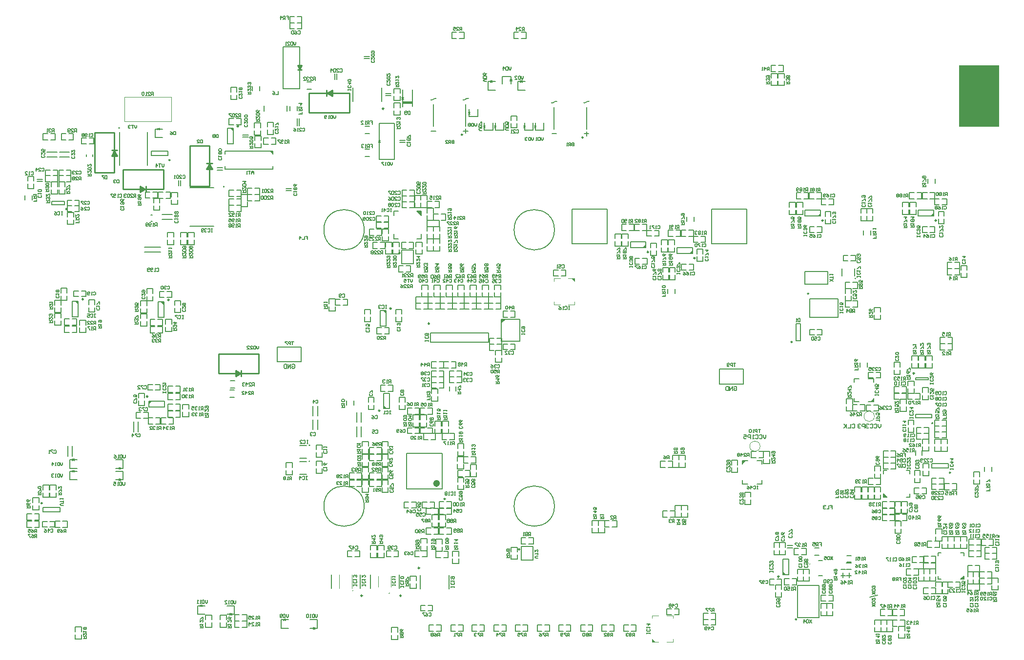
<source format=gbo>
G04*
G04 #@! TF.GenerationSoftware,Altium Limited,Altium Designer,19.1.6 (110)*
G04*
G04 Layer_Color=32896*
%FSLAX44Y44*%
%MOMM*%
G71*
G01*
G75*
%ADD10C,0.2000*%
%ADD11C,0.2500*%
%ADD12C,0.3000*%
%ADD14C,0.1000*%
%ADD17C,0.1500*%
%ADD18C,0.1270*%
%ADD19C,0.2540*%
%ADD223C,0.6000*%
%ADD387C,0.1524*%
G36*
X369080Y895670D02*
X363470Y901280D01*
X369080D01*
Y895670D01*
D02*
G37*
G36*
X438000Y861000D02*
X438000Y855500D01*
X432500Y861000D01*
X438000Y861000D01*
D02*
G37*
G36*
X100080Y595170D02*
X94470Y600780D01*
X100080D01*
Y595170D01*
D02*
G37*
G36*
X248830Y599780D02*
Y594170D01*
X243220Y599780D01*
X248830Y599780D01*
D02*
G37*
G36*
X223050Y421770D02*
Y427380D01*
X228660Y427380D01*
X223050Y421770D01*
D02*
G37*
G36*
X630170Y413970D02*
X635780D01*
X630170Y419580D01*
X630170Y413970D01*
D02*
G37*
G36*
X634080Y584780D02*
X628470D01*
X634080Y579170D01*
Y584780D01*
D02*
G37*
G36*
X839250Y569000D02*
X834000Y569000D01*
X834000Y563750D01*
X839250Y569000D01*
D02*
G37*
G36*
X695500Y749250D02*
X687500Y757250D01*
X695500D01*
Y749250D01*
D02*
G37*
G36*
X961140Y635700D02*
X956140Y640700D01*
X961140D01*
Y635700D01*
D02*
G37*
G36*
X1095750Y13840D02*
X1100750Y8840D01*
X1095750D01*
Y13840D01*
D02*
G37*
G36*
X1322670Y125720D02*
X1328280Y125720D01*
X1322670Y131330D01*
X1322670Y125720D01*
D02*
G37*
G36*
X1252250Y317750D02*
X1258000Y323500D01*
X1252250Y323500D01*
X1252250Y317750D01*
D02*
G37*
G36*
X1631250Y118000D02*
X1636250D01*
Y123000D01*
X1631250Y118000D01*
D02*
G37*
G36*
X1497000Y266500D02*
Y260500D01*
X1503000D01*
X1497000Y266500D01*
D02*
G37*
G36*
X1480000Y431750D02*
X1474250Y426000D01*
X1480000Y426000D01*
X1480000Y431750D01*
D02*
G37*
G36*
X1085030Y693920D02*
X1085030Y699530D01*
X1079420Y693920D01*
X1085030Y693920D01*
D02*
G37*
G36*
X1165800Y683520D02*
X1165800Y689130D01*
X1160190Y683520D01*
X1165800D01*
D02*
G37*
G36*
X1387900Y748645D02*
X1387900Y754255D01*
X1382290Y748645D01*
X1387900D01*
D02*
G37*
G36*
X1584280Y748920D02*
X1584280Y754530D01*
X1578670Y748920D01*
X1584280D01*
D02*
G37*
G36*
X1627928Y903745D02*
X1697500Y903745D01*
X1697500Y1010255D01*
X1627928D01*
Y903745D01*
D02*
G37*
D10*
X639809Y93750D02*
G03*
X639809Y93750I-559J0D01*
G01*
X576604Y97750D02*
G03*
X576604Y97750I-353J0D01*
G01*
X930521Y947720D02*
G03*
X925750Y946500I-1357J-4634D01*
G01*
X920979Y945281D02*
G03*
X925750Y946500I1357J4634D01*
G01*
X977100Y945573D02*
G03*
X981871Y946793I1357J4634D01*
G01*
X986643Y948012D02*
G03*
X981871Y946793I-1357J-4634D01*
G01*
X353500Y799500D02*
G03*
X353500Y799500I-1000J0D01*
G01*
X1448707Y640152D02*
G03*
X1448707Y640152I-707J0D01*
G01*
X172000Y901500D02*
G03*
X172000Y901500I-1000J0D01*
G01*
X777143Y953012D02*
G03*
X772371Y951793I-1357J-4634D01*
G01*
X767600Y950573D02*
G03*
X772371Y951793I1357J4634D01*
G01*
X711479Y950280D02*
G03*
X716250Y951500I1357J4634D01*
G01*
X721021Y952720D02*
G03*
X716250Y951500I-1357J-4634D01*
G01*
X501955Y322750D02*
G03*
X501955Y322750I-707J0D01*
G01*
X501955Y350653D02*
G03*
X501955Y350653I-707J0D01*
G01*
X926250Y724750D02*
G03*
X926250Y724750I-35000J0D01*
G01*
X926250Y244750D02*
G03*
X926250Y244750I-35000J0D01*
G01*
X596250Y244750D02*
G03*
X596250Y244750I-35000J0D01*
G01*
X596250Y724750D02*
G03*
X596250Y724750I-35000J0D01*
G01*
X1497000Y300500D02*
Y306500D01*
X1503000D01*
X1543000Y300500D02*
Y306500D01*
X1537000D02*
X1543000D01*
Y260500D02*
Y266500D01*
X1537000Y260500D02*
X1543000D01*
X1497000Y266500D02*
X1503000Y260500D01*
X1497000D02*
X1503000D01*
X1497000D02*
Y266500D01*
X1580737Y404494D02*
X1580737Y398494D01*
X1552737Y398494D02*
Y404494D01*
Y398494D02*
X1580737Y398494D01*
X1552737Y404494D02*
X1580737D01*
X1631000Y118000D02*
X1636250D01*
Y123250D01*
X1631000Y164000D02*
X1636250D01*
Y158750D02*
Y164000D01*
X1591750D02*
X1597000D01*
X1591750Y158750D02*
Y164000D01*
Y118000D02*
X1597000D01*
X1591750D02*
Y123250D01*
X1631125Y118125D02*
X1636250Y123250D01*
X1552487Y467494D02*
X1552487Y464494D01*
X1574487D02*
Y467494D01*
X1552487Y467494D02*
X1574487Y467494D01*
X1552487Y464494D02*
X1574487D01*
X455250Y969750D02*
X484250Y969750D01*
X455250Y969750D02*
Y1042750D01*
X484250Y969750D02*
Y1042750D01*
X455250Y1042750D02*
X484250Y1042750D01*
X669750Y274250D02*
X731750D01*
X669750Y336250D02*
X731750D01*
Y274250D02*
Y336250D01*
X669750Y274250D02*
Y336250D01*
X743500Y100800D02*
Y124800D01*
X693500Y100800D02*
Y124800D01*
X921750Y891500D02*
X929828D01*
X981750Y895500D02*
X981750Y887422D01*
X981750Y937500D02*
X981750Y918500D01*
X977750Y891500D02*
X985828D01*
X981750Y899500D02*
X981750Y918500D01*
X925750D02*
X925750Y899500D01*
X925750Y918500D02*
X925750Y937500D01*
X811579Y529271D02*
Y545271D01*
X711579Y529271D02*
Y545271D01*
Y529271D02*
X811579D01*
X711579Y545271D02*
X811579D01*
X1369250Y605000D02*
X1418250D01*
Y573000D02*
Y605000D01*
X1369250Y573000D02*
X1418250D01*
X1369250D02*
Y605000D01*
X1212750Y457000D02*
X1254250D01*
X1212750D02*
Y482500D01*
X1254250D01*
Y457000D02*
Y482500D01*
X220501Y894249D02*
X220501Y836749D01*
X171501Y836749D02*
Y894249D01*
X576500Y971750D02*
X576500Y947750D01*
X626500D02*
Y971750D01*
X487000Y495500D02*
Y521000D01*
X445500D02*
X487000D01*
X445500Y495500D02*
Y521000D01*
Y495500D02*
X487000D01*
X716250Y923500D02*
X716250Y942500D01*
X716250Y923500D02*
X716250Y904500D01*
X772250D02*
X772250Y923500D01*
X768250Y896500D02*
X776329D01*
X772250Y942500D02*
X772250Y923500D01*
X772250Y900500D02*
X772250Y892421D01*
X712250Y896500D02*
X720329D01*
X656750Y101750D02*
Y125750D01*
X606750Y101750D02*
Y125750D01*
X589250Y101750D02*
Y125750D01*
X539250Y101750D02*
Y125750D01*
X470835Y489832D02*
X472001Y490998D01*
X474334D01*
X475500Y489832D01*
Y485166D01*
X474334Y484000D01*
X472001D01*
X470835Y485166D01*
Y487499D01*
X473167D01*
X468502Y484000D02*
Y490998D01*
X463837Y484000D01*
Y490998D01*
X461505D02*
Y484000D01*
X458006D01*
X456839Y485166D01*
Y489832D01*
X458006Y490998D01*
X461505D01*
X1237585Y451581D02*
X1238751Y452748D01*
X1241084D01*
X1242250Y451581D01*
Y446916D01*
X1241084Y445750D01*
X1238751D01*
X1237585Y446916D01*
Y449249D01*
X1239917D01*
X1235252Y445750D02*
Y452748D01*
X1230587Y445750D01*
Y452748D01*
X1228254D02*
Y445750D01*
X1224756D01*
X1223589Y446916D01*
Y451581D01*
X1224756Y452748D01*
X1228254D01*
X1293250Y368748D02*
Y364082D01*
X1290917Y361750D01*
X1288585Y364082D01*
Y368748D01*
X1281587Y367581D02*
X1282753Y368748D01*
X1285086D01*
X1286252Y367581D01*
Y362916D01*
X1285086Y361750D01*
X1282753D01*
X1281587Y362916D01*
X1274589Y367581D02*
X1275756Y368748D01*
X1278088D01*
X1279255Y367581D01*
Y362916D01*
X1278088Y361750D01*
X1275756D01*
X1274589Y362916D01*
X1272257Y361750D02*
X1269924D01*
X1271090D01*
Y368748D01*
X1272257Y367581D01*
X1266425Y361750D02*
Y368748D01*
X1262926D01*
X1261760Y367581D01*
Y365249D01*
X1262926Y364082D01*
X1266425D01*
X1254762Y368748D02*
X1259427D01*
Y365249D01*
X1257095Y366415D01*
X1255929D01*
X1254762Y365249D01*
Y362916D01*
X1255929Y361750D01*
X1258261D01*
X1259427Y362916D01*
X1492500Y387248D02*
Y382583D01*
X1490168Y380250D01*
X1487835Y382583D01*
Y387248D01*
X1480837Y386081D02*
X1482003Y387248D01*
X1484336D01*
X1485502Y386081D01*
Y381416D01*
X1484336Y380250D01*
X1482003D01*
X1480837Y381416D01*
X1473839Y386081D02*
X1475006Y387248D01*
X1477338D01*
X1478504Y386081D01*
Y381416D01*
X1477338Y380250D01*
X1475006D01*
X1473839Y381416D01*
X1471507Y386081D02*
X1470341Y387248D01*
X1468008D01*
X1466842Y386081D01*
Y384915D01*
X1468008Y383749D01*
X1469174D01*
X1468008D01*
X1466842Y382583D01*
Y381416D01*
X1468008Y380250D01*
X1470341D01*
X1471507Y381416D01*
X1464509Y380250D02*
Y387248D01*
X1461010D01*
X1459844Y386081D01*
Y383749D01*
X1461010Y382583D01*
X1464509D01*
X1457511Y386081D02*
X1456345Y387248D01*
X1454012D01*
X1452846Y386081D01*
Y384915D01*
X1454012Y383749D01*
X1455179D01*
X1454012D01*
X1452846Y382583D01*
Y381416D01*
X1454012Y380250D01*
X1456345D01*
X1457511Y381416D01*
X1442335Y386081D02*
X1443501Y387248D01*
X1445834D01*
X1447000Y386081D01*
Y381416D01*
X1445834Y380250D01*
X1443501D01*
X1442335Y381416D01*
X1440002Y387248D02*
Y380250D01*
X1435337D01*
X1433004Y387248D02*
Y380250D01*
Y382583D01*
X1428339Y387248D01*
X1431838Y383749D01*
X1428339Y380250D01*
D11*
X1550737Y475494D02*
G03*
X1550737Y475494I-1250J0D01*
G01*
X1346250Y48250D02*
G03*
X1346250Y48250I-1000J0D01*
G01*
X737000Y257250D02*
G03*
X737000Y257250I-1250J0D01*
G01*
X692200Y137300D02*
G03*
X692200Y137300I-1250J0D01*
G01*
X709379Y561771D02*
G03*
X709379Y561771I-1250J0D01*
G01*
X630300Y935250D02*
G03*
X630300Y935250I-1250J0D01*
G01*
X660550Y89250D02*
G03*
X660550Y89250I-1250J0D01*
G01*
X593050D02*
G03*
X593050Y89250I-1250J0D01*
G01*
D12*
X1581841Y388994D02*
G03*
X1581841Y388994I-354J0D01*
G01*
D14*
X1481264Y400750D02*
G03*
X1481264Y400750I-9014J0D01*
G01*
X1283014Y348750D02*
G03*
X1283014Y348750I-9014J0D01*
G01*
X262000Y913250D02*
Y955250D01*
X180000Y913250D02*
X262000D01*
X180000D02*
Y955250D01*
X262000D01*
X620750Y104750D02*
Y122750D01*
X642750Y104750D02*
Y122750D01*
X553250Y101750D02*
Y125750D01*
X575250D02*
X575250Y101750D01*
X950140Y640700D02*
X961140Y640700D01*
X961140Y635700D02*
X961140Y640700D01*
X925140Y635700D02*
Y640700D01*
X936140D01*
X925140Y594700D02*
X936140D01*
X925140Y599700D02*
X925140Y594700D01*
X961140D02*
Y599700D01*
X950140Y594700D02*
X961140Y594700D01*
X956140Y640700D02*
X961140Y635700D01*
X953140Y640700D02*
X956140Y640700D01*
X1100750Y8840D02*
X1103750Y8840D01*
X1095750Y13840D02*
X1100750Y8840D01*
X1095750Y54840D02*
X1106750Y54840D01*
X1095750Y54840D02*
X1095750Y49840D01*
X1131750Y54840D02*
X1131750Y49840D01*
X1120750Y54840D02*
X1131750D01*
X1120750Y8840D02*
X1131750Y8840D01*
Y13840D01*
X1095750Y8840D02*
Y13840D01*
Y8840D02*
X1106750Y8840D01*
D17*
X1369500Y144500D02*
G03*
X1369500Y144500I-500J0D01*
G01*
X354500Y830000D02*
X438000D01*
X354500D02*
Y835000D01*
X438000Y830000D02*
X438000Y835000D01*
X438000Y861000D02*
X438000Y856000D01*
X354500Y856000D02*
Y861000D01*
X438000D01*
X1277250Y283500D02*
X1286250Y283500D01*
Y289500D01*
X1252250Y289500D02*
X1252250Y283500D01*
X1261250D01*
X1252250Y323500D02*
X1261250D01*
X1252250Y317500D02*
X1252250Y323500D01*
X1286250Y323500D02*
X1286250Y317500D01*
X1277250Y323500D02*
X1286250D01*
X622750Y847250D02*
Y909500D01*
X648750D01*
Y847250D02*
Y909500D01*
X622750Y847250D02*
X648750D01*
X1385250Y107250D02*
X1385250Y51250D01*
X1348250Y107250D02*
X1385250D01*
X1348250Y51250D02*
X1348250Y107250D01*
X1348250Y51250D02*
X1385250D01*
X1384000Y124250D02*
X1391500D01*
X1384000Y149750D02*
X1391500D01*
X834000Y569000D02*
X866250D01*
X834000Y531000D02*
Y569000D01*
Y531000D02*
X866250D01*
Y569000D01*
X834250Y563250D02*
X839750Y568750D01*
X1425250Y644902D02*
Y657402D01*
X1447250Y644902D02*
Y657402D01*
X1360799Y630345D02*
X1360800Y652345D01*
X1400800D01*
Y630345D02*
Y652345D01*
X1360799Y630345D02*
X1400800Y630345D01*
X695500Y709250D02*
Y717250D01*
X687500Y709250D02*
X695500D01*
X647500D02*
X655500D01*
X647500D02*
Y717250D01*
Y749250D02*
Y757250D01*
X655500D01*
X687500D02*
X695500D01*
Y749250D02*
Y757250D01*
X687500D02*
X695500Y749250D01*
X1198875Y760625D02*
X1259625D01*
X1198875Y700375D02*
Y760625D01*
Y700375D02*
X1259625D01*
Y760625D01*
X956875D02*
X1017625D01*
X956875Y700375D02*
Y760625D01*
Y700375D02*
X1017625D01*
Y760625D01*
X422250Y930500D02*
Y940500D01*
X462250Y930500D02*
Y940500D01*
X483998Y322000D02*
X496498D01*
X483998Y300000D02*
X496498D01*
X483998Y349903D02*
X496498D01*
X483998Y327903D02*
X496498D01*
X1446000Y426000D02*
X1455000D01*
X1446000D02*
Y432000D01*
X1480000Y426000D02*
Y432000D01*
X1471000Y426000D02*
X1480000D01*
X1471000Y466000D02*
X1480000D01*
Y460000D02*
Y466000D01*
X1446000Y460000D02*
Y466000D01*
X1455000Y466000D01*
X1473125Y86375D02*
X1486875Y90125D01*
X109000Y15000D02*
X114498D01*
Y17749D01*
X113582Y18665D01*
X111749D01*
X110833Y17749D01*
Y15000D01*
Y16833D02*
X109000Y18665D01*
Y24164D02*
Y20498D01*
X112666Y24164D01*
X113582D01*
X114498Y23247D01*
Y21415D01*
X113582Y20498D01*
X109000Y25996D02*
Y27829D01*
Y26913D01*
X114498D01*
X113582Y25996D01*
Y30578D02*
X114498Y31495D01*
Y33327D01*
X113582Y34244D01*
X112666D01*
X111749Y33327D01*
X110833Y34244D01*
X109916D01*
X109000Y33327D01*
Y31495D01*
X109916Y30578D01*
X110833D01*
X111749Y31495D01*
X112666Y30578D01*
X113582D01*
X111749Y31495D02*
Y33327D01*
X1299000Y1001500D02*
Y1006998D01*
X1296251D01*
X1295334Y1006082D01*
Y1004249D01*
X1296251Y1003333D01*
X1299000D01*
X1297167D02*
X1295334Y1001500D01*
X1290753D02*
Y1006998D01*
X1293502Y1004249D01*
X1289836D01*
X1288004Y1001500D02*
X1286171D01*
X1287087D01*
Y1006998D01*
X1288004Y1006082D01*
X1294000Y978250D02*
X1299498D01*
Y980999D01*
X1298582Y981916D01*
X1296749D01*
X1295833Y980999D01*
Y978250D01*
Y980083D02*
X1294000Y981916D01*
X1298582Y983748D02*
X1299498Y984665D01*
Y986497D01*
X1298582Y987414D01*
X1297666D01*
X1296749Y986497D01*
Y985581D01*
Y986497D01*
X1295833Y987414D01*
X1294916D01*
X1294000Y986497D01*
Y984665D01*
X1294916Y983748D01*
Y989246D02*
X1294000Y990163D01*
Y991995D01*
X1294916Y992912D01*
X1298582D01*
X1299498Y991995D01*
Y990163D01*
X1298582Y989246D01*
X1297666D01*
X1296749Y990163D01*
Y992912D01*
X1328750Y978250D02*
X1334248D01*
Y980999D01*
X1333332Y981916D01*
X1331499D01*
X1330583Y980999D01*
Y978250D01*
Y980083D02*
X1328750Y981916D01*
X1333332Y983748D02*
X1334248Y984665D01*
Y986497D01*
X1333332Y987414D01*
X1332415D01*
X1331499Y986497D01*
Y985581D01*
Y986497D01*
X1330583Y987414D01*
X1329666D01*
X1328750Y986497D01*
Y984665D01*
X1329666Y983748D01*
X1333332Y989246D02*
X1334248Y990163D01*
Y991995D01*
X1333332Y992912D01*
X1332415D01*
X1331499Y991995D01*
X1330583Y992912D01*
X1329666D01*
X1328750Y991995D01*
Y990163D01*
X1329666Y989246D01*
X1330583D01*
X1331499Y990163D01*
X1332415Y989246D01*
X1333332D01*
X1331499Y990163D02*
Y991995D01*
X405250Y453500D02*
Y458998D01*
X402501D01*
X401585Y458082D01*
Y456249D01*
X402501Y455333D01*
X405250D01*
X403417D02*
X401585Y453500D01*
X396086D02*
X399752D01*
X396086Y457165D01*
Y458082D01*
X397003Y458998D01*
X398835D01*
X399752Y458082D01*
X391505Y453500D02*
Y458998D01*
X394254Y456249D01*
X390588D01*
X388755Y458082D02*
X387839Y458998D01*
X386006D01*
X385090Y458082D01*
Y457165D01*
X386006Y456249D01*
X386923D01*
X386006D01*
X385090Y455333D01*
Y454416D01*
X386006Y453500D01*
X387839D01*
X388755Y454416D01*
X494334Y713498D02*
X498000D01*
Y710749D01*
X496167D01*
X498000D01*
Y708000D01*
X492502Y713498D02*
Y708000D01*
X488836D01*
X484254D02*
Y713498D01*
X487004Y710749D01*
X483338D01*
X1404084Y245748D02*
X1407750D01*
Y242999D01*
X1405917D01*
X1407750D01*
Y240250D01*
X1402252Y245748D02*
Y240250D01*
X1398586D01*
X1396754Y244832D02*
X1395837Y245748D01*
X1394005D01*
X1393088Y244832D01*
Y243916D01*
X1394005Y242999D01*
X1394921D01*
X1394005D01*
X1393088Y242083D01*
Y241166D01*
X1394005Y240250D01*
X1395837D01*
X1396754Y241166D01*
X546750Y923248D02*
Y919583D01*
X544917Y917750D01*
X543084Y919583D01*
Y923248D01*
X541252D02*
Y917750D01*
X538503D01*
X537586Y918666D01*
Y922332D01*
X538503Y923248D01*
X541252D01*
X535754Y917750D02*
X533921D01*
X534837D01*
Y923248D01*
X535754Y922332D01*
X531172Y918666D02*
X530255Y917750D01*
X528423D01*
X527506Y918666D01*
Y922332D01*
X528423Y923248D01*
X530255D01*
X531172Y922332D01*
Y921415D01*
X530255Y920499D01*
X527506D01*
X747770Y641450D02*
Y646948D01*
X745021D01*
X744105Y646032D01*
Y644199D01*
X745021Y643283D01*
X747770D01*
X745937D02*
X744105Y641450D01*
X738606Y646948D02*
X740439Y646032D01*
X742272Y644199D01*
Y642366D01*
X741356Y641450D01*
X739523D01*
X738606Y642366D01*
Y643283D01*
X739523Y644199D01*
X742272D01*
X736774Y641450D02*
X734941D01*
X735857D01*
Y646948D01*
X736774Y646032D01*
X727020Y640700D02*
Y646198D01*
X724271D01*
X723355Y645282D01*
Y643449D01*
X724271Y642533D01*
X727020D01*
X725187D02*
X723355Y640700D01*
X717857Y646198D02*
X719689Y645282D01*
X721522Y643449D01*
Y641616D01*
X720605Y640700D01*
X718773D01*
X717857Y641616D01*
Y642533D01*
X718773Y643449D01*
X721522D01*
X716024Y645282D02*
X715107Y646198D01*
X713275D01*
X712358Y645282D01*
Y641616D01*
X713275Y640700D01*
X715107D01*
X716024Y641616D01*
Y645282D01*
X705020Y640950D02*
Y646448D01*
X702271D01*
X701355Y645532D01*
Y643699D01*
X702271Y642783D01*
X705020D01*
X703187D02*
X701355Y640950D01*
X695856Y646448D02*
X699522D01*
Y643699D01*
X697689Y644615D01*
X696773D01*
X695856Y643699D01*
Y641866D01*
X696773Y640950D01*
X698605D01*
X699522Y641866D01*
X694024D02*
X693107Y640950D01*
X691275D01*
X690358Y641866D01*
Y645532D01*
X691275Y646448D01*
X693107D01*
X694024Y645532D01*
Y644615D01*
X693107Y643699D01*
X690358D01*
X742500Y651500D02*
X747998D01*
Y654249D01*
X747082Y655165D01*
X745249D01*
X744333Y654249D01*
Y651500D01*
Y653333D02*
X742500Y655165D01*
X747998Y660664D02*
Y656998D01*
X745249D01*
X746165Y658831D01*
Y659747D01*
X745249Y660664D01*
X743416D01*
X742500Y659747D01*
Y657915D01*
X743416Y656998D01*
X747998Y666162D02*
Y662496D01*
X745249D01*
X746165Y664329D01*
Y665246D01*
X745249Y666162D01*
X743416D01*
X742500Y665246D01*
Y663413D01*
X743416Y662496D01*
X719750Y651750D02*
X725248D01*
Y654499D01*
X724332Y655415D01*
X722499D01*
X721583Y654499D01*
Y651750D01*
Y653583D02*
X719750Y655415D01*
X725248Y660914D02*
Y657248D01*
X722499D01*
X723416Y659081D01*
Y659997D01*
X722499Y660914D01*
X720666D01*
X719750Y659997D01*
Y658165D01*
X720666Y657248D01*
X719750Y665496D02*
X725248D01*
X722499Y662746D01*
Y666412D01*
X700500Y651750D02*
X705998D01*
Y654499D01*
X705082Y655415D01*
X703249D01*
X702333Y654499D01*
Y651750D01*
Y653583D02*
X700500Y655415D01*
X705998Y660914D02*
Y657248D01*
X703249D01*
X704165Y659081D01*
Y659997D01*
X703249Y660914D01*
X701416D01*
X700500Y659997D01*
Y658165D01*
X701416Y657248D01*
X705082Y662746D02*
X705998Y663663D01*
Y665496D01*
X705082Y666412D01*
X704165D01*
X703249Y665496D01*
Y664579D01*
Y665496D01*
X702333Y666412D01*
X701416D01*
X700500Y665496D01*
Y663663D01*
X701416Y662746D01*
X830750Y475750D02*
Y481248D01*
X828001D01*
X827085Y480332D01*
Y478499D01*
X828001Y477583D01*
X830750D01*
X828917D02*
X827085Y475750D01*
X821586Y481248D02*
X825252D01*
Y478499D01*
X823419Y479416D01*
X822503D01*
X821586Y478499D01*
Y476666D01*
X822503Y475750D01*
X824335D01*
X825252Y476666D01*
X819754Y480332D02*
X818837Y481248D01*
X817004D01*
X816088Y480332D01*
Y476666D01*
X817004Y475750D01*
X818837D01*
X819754Y476666D01*
Y480332D01*
X825000Y457500D02*
X830498D01*
Y460249D01*
X829582Y461166D01*
X827749D01*
X826833Y460249D01*
Y457500D01*
Y459333D02*
X825000Y461166D01*
Y465747D02*
X830498D01*
X827749Y462998D01*
Y466664D01*
X830498Y472162D02*
X829582Y470329D01*
X827749Y468496D01*
X825916D01*
X825000Y469413D01*
Y471245D01*
X825916Y472162D01*
X826833D01*
X827749Y471245D01*
Y468496D01*
X744084Y637832D02*
X745001Y638748D01*
X746834D01*
X747750Y637832D01*
Y634166D01*
X746834Y633250D01*
X745001D01*
X744084Y634166D01*
X739503Y633250D02*
Y638748D01*
X742252Y635999D01*
X738586D01*
X733088Y633250D02*
X736754D01*
X733088Y636916D01*
Y637832D01*
X734005Y638748D01*
X735837D01*
X736754Y637832D01*
X722585D02*
X723501Y638748D01*
X725334D01*
X726250Y637832D01*
Y634166D01*
X725334Y633250D01*
X723501D01*
X722585Y634166D01*
X718003Y633250D02*
Y638748D01*
X720752Y635999D01*
X717086D01*
X715254Y633250D02*
X713421D01*
X714337D01*
Y638748D01*
X715254Y637832D01*
X1681498Y275166D02*
Y271500D01*
X1678749D01*
Y273333D01*
Y271500D01*
X1676000D01*
Y276998D02*
X1681498D01*
Y279747D01*
X1680582Y280664D01*
X1678749D01*
X1677833Y279747D01*
Y276998D01*
Y278831D02*
X1676000Y280664D01*
Y282496D02*
Y284329D01*
Y283413D01*
X1681498D01*
X1680582Y282496D01*
X1681498Y287078D02*
Y290744D01*
X1680582D01*
X1676916Y287078D01*
X1676000D01*
X1660332Y263666D02*
X1661248Y262749D01*
Y260916D01*
X1660332Y260000D01*
X1656666D01*
X1655750Y260916D01*
Y262749D01*
X1656666Y263666D01*
X1655750Y269164D02*
Y265498D01*
X1659415Y269164D01*
X1660332D01*
X1661248Y268247D01*
Y266415D01*
X1660332Y265498D01*
Y270996D02*
X1661248Y271913D01*
Y273745D01*
X1660332Y274662D01*
X1659415D01*
X1658499Y273745D01*
Y272829D01*
Y273745D01*
X1657583Y274662D01*
X1656666D01*
X1655750Y273745D01*
Y271913D01*
X1656666Y270996D01*
X1661248Y276495D02*
Y280160D01*
X1660332D01*
X1656666Y276495D01*
X1655750D01*
X470000Y290500D02*
Y295998D01*
X467251D01*
X466334Y295082D01*
Y293249D01*
X467251Y292333D01*
X470000D01*
X468167D02*
X466334Y290500D01*
X464502D02*
X462669D01*
X463585D01*
Y295998D01*
X464502Y295082D01*
X459920D02*
X459004Y295998D01*
X457171D01*
X456255Y295082D01*
Y294165D01*
X457171Y293249D01*
X456255Y292333D01*
Y291416D01*
X457171Y290500D01*
X459004D01*
X459920Y291416D01*
Y292333D01*
X459004Y293249D01*
X459920Y294165D01*
Y295082D01*
X459004Y293249D02*
X457171D01*
X642250Y458750D02*
Y464248D01*
X639501D01*
X638585Y463332D01*
Y461499D01*
X639501Y460583D01*
X642250D01*
X640417D02*
X638585Y458750D01*
X636752D02*
X634919D01*
X635835D01*
Y464248D01*
X636752Y463332D01*
X632170D02*
X631254Y464248D01*
X629421D01*
X628504Y463332D01*
Y462416D01*
X629421Y461499D01*
X630337D01*
X629421D01*
X628504Y460583D01*
Y459666D01*
X629421Y458750D01*
X631254D01*
X632170Y459666D01*
X633500Y534500D02*
Y539998D01*
X630751D01*
X629835Y539082D01*
Y537249D01*
X630751Y536333D01*
X633500D01*
X631667D02*
X629835Y534500D01*
X624336D02*
X628002D01*
X624336Y538166D01*
Y539082D01*
X625253Y539998D01*
X627085D01*
X628002Y539082D01*
X622504D02*
X621587Y539998D01*
X619754D01*
X618838Y539082D01*
Y535416D01*
X619754Y534500D01*
X621587D01*
X622504Y535416D01*
Y539082D01*
X642250Y410248D02*
X640417D01*
X641334D01*
Y404750D01*
X642250D01*
X640417D01*
X634003Y409332D02*
X634919Y410248D01*
X636752D01*
X637668Y409332D01*
Y405666D01*
X636752Y404750D01*
X634919D01*
X634003Y405666D01*
X632170Y404750D02*
X630337D01*
X631254D01*
Y410248D01*
X632170Y409332D01*
X635100Y593478D02*
X633267D01*
X634184D01*
Y587980D01*
X635100D01*
X633267D01*
X626853Y592562D02*
X627769Y593478D01*
X629602D01*
X630518Y592562D01*
Y588896D01*
X629602Y587980D01*
X627769D01*
X626853Y588896D01*
X625020Y592562D02*
X624104Y593478D01*
X622271D01*
X621354Y592562D01*
Y591646D01*
X622271Y590729D01*
X623187D01*
X622271D01*
X621354Y589813D01*
Y588896D01*
X622271Y587980D01*
X624104D01*
X625020Y588896D01*
X663832Y440666D02*
X664748Y439749D01*
Y437916D01*
X663832Y437000D01*
X660166D01*
X659250Y437916D01*
Y439749D01*
X660166Y440666D01*
X663832Y442498D02*
X664748Y443415D01*
Y445247D01*
X663832Y446164D01*
X662915D01*
X661999Y445247D01*
X661083Y446164D01*
X660166D01*
X659250Y445247D01*
Y443415D01*
X660166Y442498D01*
X661083D01*
X661999Y443415D01*
X662915Y442498D01*
X663832D01*
X661999Y443415D02*
Y445247D01*
X609832Y440165D02*
X610748Y439249D01*
Y437416D01*
X609832Y436500D01*
X606166D01*
X605250Y437416D01*
Y439249D01*
X606166Y440165D01*
X610748Y441998D02*
Y445664D01*
X609832D01*
X606166Y441998D01*
X605250D01*
X604332Y550915D02*
X605248Y549999D01*
Y548166D01*
X604332Y547250D01*
X600666D01*
X599750Y548166D01*
Y549999D01*
X600666Y550915D01*
X599750Y552748D02*
Y554581D01*
Y553665D01*
X605248D01*
X604332Y552748D01*
X605248Y560996D02*
Y557330D01*
X602499D01*
X603415Y559163D01*
Y560079D01*
X602499Y560996D01*
X600666D01*
X599750Y560079D01*
Y558246D01*
X600666Y557330D01*
X657952Y552416D02*
X658868Y551499D01*
Y549666D01*
X657952Y548750D01*
X654286D01*
X653370Y549666D01*
Y551499D01*
X654286Y552416D01*
X653370Y554248D02*
Y556081D01*
Y555165D01*
X658868D01*
X657952Y554248D01*
Y558830D02*
X658868Y559747D01*
Y561579D01*
X657952Y562495D01*
X657036D01*
X656119Y561579D01*
Y560663D01*
Y561579D01*
X655203Y562495D01*
X654286D01*
X653370Y561579D01*
Y559747D01*
X654286Y558830D01*
X181750Y333748D02*
Y330083D01*
X179917Y328250D01*
X178085Y330083D01*
Y333748D01*
X176252D02*
Y328250D01*
X173503D01*
X172586Y329166D01*
Y332832D01*
X173503Y333748D01*
X176252D01*
X170754Y328250D02*
X168921D01*
X169837D01*
Y333748D01*
X170754Y332832D01*
X162506Y333748D02*
X164339Y332832D01*
X166172Y330999D01*
Y329166D01*
X165255Y328250D01*
X163423D01*
X162506Y329166D01*
Y330083D01*
X163423Y330999D01*
X166172D01*
X181000Y286248D02*
Y282583D01*
X179167Y280750D01*
X177334Y282583D01*
Y286248D01*
X175502D02*
Y280750D01*
X172753D01*
X171836Y281666D01*
Y285332D01*
X172753Y286248D01*
X175502D01*
X170004Y280750D02*
X168171D01*
X169087D01*
Y286248D01*
X170004Y285332D01*
X161756Y286248D02*
X165422D01*
Y283499D01*
X163589Y284415D01*
X162673D01*
X161756Y283499D01*
Y281666D01*
X162673Y280750D01*
X164505D01*
X165422Y281666D01*
X73250Y320498D02*
Y316833D01*
X71417Y315000D01*
X69584Y316833D01*
Y320498D01*
X67752D02*
Y315000D01*
X65003D01*
X64086Y315916D01*
Y319582D01*
X65003Y320498D01*
X67752D01*
X62254Y315000D02*
X60421D01*
X61337D01*
Y320498D01*
X62254Y319582D01*
X54923Y315000D02*
Y320498D01*
X57672Y317749D01*
X54006D01*
X73250Y300748D02*
Y297083D01*
X71417Y295250D01*
X69584Y297083D01*
Y300748D01*
X67752D02*
Y295250D01*
X65003D01*
X64086Y296166D01*
Y299832D01*
X65003Y300748D01*
X67752D01*
X62254Y295250D02*
X60421D01*
X61337D01*
Y300748D01*
X62254Y299832D01*
X57672D02*
X56755Y300748D01*
X54923D01*
X54006Y299832D01*
Y298916D01*
X54923Y297999D01*
X55839D01*
X54923D01*
X54006Y297083D01*
Y296166D01*
X54923Y295250D01*
X56755D01*
X57672Y296166D01*
X373750Y80498D02*
Y76833D01*
X371917Y75000D01*
X370084Y76833D01*
Y80498D01*
X368252D02*
Y75000D01*
X365503D01*
X364586Y75916D01*
Y79582D01*
X365503Y80498D01*
X368252D01*
X362754Y75000D02*
X360921D01*
X361837D01*
Y80498D01*
X362754Y79582D01*
X354506Y75000D02*
X358172D01*
X354506Y78665D01*
Y79582D01*
X355423Y80498D01*
X357255D01*
X358172Y79582D01*
X324250Y81248D02*
Y77583D01*
X322417Y75750D01*
X320584Y77583D01*
Y81248D01*
X318752D02*
Y75750D01*
X316003D01*
X315086Y76666D01*
Y80332D01*
X316003Y81248D01*
X318752D01*
X313254Y75750D02*
X311421D01*
X312337D01*
Y81248D01*
X313254Y80332D01*
X308672Y75750D02*
X306839D01*
X307755D01*
Y81248D01*
X308672Y80332D01*
X515182Y56700D02*
Y53035D01*
X513350Y51202D01*
X511517Y53035D01*
Y56700D01*
X509684D02*
Y51202D01*
X506935D01*
X506019Y52118D01*
Y55784D01*
X506935Y56700D01*
X509684D01*
X504186Y51202D02*
X502353D01*
X503270D01*
Y56700D01*
X504186Y55784D01*
X499604D02*
X498688Y56700D01*
X496855D01*
X495939Y55784D01*
Y52118D01*
X496855Y51202D01*
X498688D01*
X499604Y52118D01*
Y55784D01*
X464810Y56738D02*
Y53073D01*
X462977Y51240D01*
X461144Y53073D01*
Y56738D01*
X459311D02*
Y51240D01*
X456562D01*
X455646Y52156D01*
Y55822D01*
X456562Y56738D01*
X459311D01*
X453813Y52156D02*
X452897Y51240D01*
X451064D01*
X450148Y52156D01*
Y55822D01*
X451064Y56738D01*
X452897D01*
X453813Y55822D01*
Y54905D01*
X452897Y53989D01*
X450148D01*
X1624750Y671500D02*
Y676998D01*
X1622001D01*
X1621084Y676082D01*
Y674249D01*
X1622001Y673333D01*
X1624750D01*
X1622917D02*
X1621084Y671500D01*
X1619252D02*
X1617419D01*
X1618335D01*
Y676998D01*
X1619252Y676082D01*
X1611004Y676998D02*
X1612837Y676082D01*
X1614670Y674249D01*
Y672416D01*
X1613754Y671500D01*
X1611921D01*
X1611004Y672416D01*
Y673333D01*
X1611921Y674249D01*
X1614670D01*
X1625000Y638000D02*
Y643498D01*
X1622251D01*
X1621335Y642582D01*
Y640749D01*
X1622251Y639833D01*
X1625000D01*
X1623167D02*
X1621335Y638000D01*
X1619502D02*
X1617669D01*
X1618585D01*
Y643498D01*
X1619502Y642582D01*
X1612171Y638000D02*
Y643498D01*
X1614920Y640749D01*
X1611254D01*
X50000Y563750D02*
X55498D01*
Y566499D01*
X54582Y567416D01*
X52749D01*
X51833Y566499D01*
Y563750D01*
Y565583D02*
X50000Y567416D01*
Y572914D02*
Y569248D01*
X53665Y572914D01*
X54582D01*
X55498Y571997D01*
Y570165D01*
X54582Y569248D01*
Y574746D02*
X55498Y575663D01*
Y577495D01*
X54582Y578412D01*
X53665D01*
X52749Y577495D01*
Y576579D01*
Y577495D01*
X51833Y578412D01*
X50916D01*
X50000Y577495D01*
Y575663D01*
X50916Y574746D01*
X130500Y560750D02*
Y566248D01*
X127751D01*
X126834Y565332D01*
Y563499D01*
X127751Y562583D01*
X130500D01*
X128667D02*
X126834Y560750D01*
X121336D02*
X125002D01*
X121336Y564416D01*
Y565332D01*
X122253Y566248D01*
X124085D01*
X125002Y565332D01*
X115838Y560750D02*
X119504D01*
X115838Y564416D01*
Y565332D01*
X116755Y566248D01*
X118587D01*
X119504Y565332D01*
X50500Y587250D02*
X55998D01*
Y589999D01*
X55082Y590915D01*
X53249D01*
X52333Y589999D01*
Y587250D01*
Y589083D02*
X50500Y590915D01*
Y596414D02*
Y592748D01*
X54166Y596414D01*
X55082D01*
X55998Y595497D01*
Y593665D01*
X55082Y592748D01*
X50500Y598246D02*
Y600079D01*
Y599163D01*
X55998D01*
X55082Y598246D01*
X135500Y553750D02*
X140998D01*
Y556499D01*
X140082Y557416D01*
X138249D01*
X137333Y556499D01*
Y553750D01*
Y555583D02*
X135500Y557416D01*
Y559248D02*
Y561081D01*
Y560165D01*
X140998D01*
X140082Y559248D01*
X136416Y563830D02*
X135500Y564746D01*
Y566579D01*
X136416Y567495D01*
X140082D01*
X140998Y566579D01*
Y564746D01*
X140082Y563830D01*
X139165D01*
X138249Y564746D01*
Y567495D01*
X130250Y550750D02*
Y556248D01*
X127501D01*
X126585Y555332D01*
Y553499D01*
X127501Y552583D01*
X130250D01*
X128417D02*
X126585Y550750D01*
X124752D02*
X122919D01*
X123835D01*
Y556248D01*
X124752Y555332D01*
X120170Y556248D02*
X116504D01*
Y555332D01*
X120170Y551666D01*
Y550750D01*
X1638332Y669415D02*
X1639248Y668499D01*
Y666666D01*
X1638332Y665750D01*
X1634666D01*
X1633750Y666666D01*
Y668499D01*
X1634666Y669415D01*
X1633750Y671248D02*
Y673081D01*
Y672165D01*
X1639248D01*
X1638332Y671248D01*
X1633750Y678579D02*
X1639248D01*
X1636499Y675830D01*
Y679495D01*
X126334Y616082D02*
X127251Y616998D01*
X129084D01*
X130000Y616082D01*
Y612416D01*
X129084Y611500D01*
X127251D01*
X126334Y612416D01*
X124502Y611500D02*
X122669D01*
X123585D01*
Y616998D01*
X124502Y616082D01*
X119920Y612416D02*
X119003Y611500D01*
X117171D01*
X116255Y612416D01*
Y616082D01*
X117171Y616998D01*
X119003D01*
X119920Y616082D01*
Y615165D01*
X119003Y614249D01*
X116255D01*
X66332Y610165D02*
X67248Y609249D01*
Y607416D01*
X66332Y606500D01*
X62666D01*
X61750Y607416D01*
Y609249D01*
X62666Y610165D01*
X61750Y611998D02*
Y613831D01*
Y612915D01*
X67248D01*
X66332Y611998D01*
Y616580D02*
X67248Y617496D01*
Y619329D01*
X66332Y620246D01*
X65416D01*
X64499Y619329D01*
X63583Y620246D01*
X62666D01*
X61750Y619329D01*
Y617496D01*
X62666Y616580D01*
X63583D01*
X64499Y617496D01*
X65416Y616580D01*
X66332D01*
X64499Y617496D02*
Y619329D01*
X136582Y589416D02*
X137498Y588499D01*
Y586666D01*
X136582Y585750D01*
X132916D01*
X132000Y586666D01*
Y588499D01*
X132916Y589416D01*
X132000Y591248D02*
Y593081D01*
Y592165D01*
X137498D01*
X136582Y591248D01*
X137498Y595830D02*
Y599496D01*
X136582D01*
X132916Y595830D01*
X132000D01*
X269000Y895498D02*
Y890000D01*
X266251D01*
X265334Y890916D01*
Y894582D01*
X266251Y895498D01*
X269000D01*
X259836D02*
X261669Y894582D01*
X263502Y892749D01*
Y890916D01*
X262585Y890000D01*
X260753D01*
X259836Y890916D01*
Y891833D01*
X260753Y892749D01*
X263502D01*
X573498Y967000D02*
Y968833D01*
Y967916D01*
X568000D01*
Y967000D01*
Y968833D01*
X572582Y975247D02*
X573498Y974331D01*
Y972498D01*
X572582Y971582D01*
X568916D01*
X568000Y972498D01*
Y974331D01*
X568916Y975247D01*
X568000Y979829D02*
X573498D01*
X570749Y977080D01*
Y980745D01*
X572582Y982578D02*
X573498Y983495D01*
Y985327D01*
X572582Y986244D01*
X568916D01*
X568000Y985327D01*
Y983495D01*
X568916Y982578D01*
X572582D01*
X643750Y761498D02*
X641917D01*
X642834D01*
Y756000D01*
X643750D01*
X641917D01*
X635503Y760582D02*
X636419Y761498D01*
X638252D01*
X639168Y760582D01*
Y756916D01*
X638252Y756000D01*
X636419D01*
X635503Y756916D01*
X630921Y756000D02*
Y761498D01*
X633670Y758749D01*
X630005D01*
X628172Y756000D02*
X626339D01*
X627255D01*
Y761498D01*
X628172Y760582D01*
X846498Y897750D02*
X842833D01*
X841000Y899583D01*
X842833Y901415D01*
X846498D01*
Y903248D02*
X841000D01*
Y905997D01*
X841916Y906914D01*
X845582D01*
X846498Y905997D01*
Y903248D01*
Y912412D02*
Y908746D01*
X843749D01*
X844666Y910579D01*
Y911496D01*
X843749Y912412D01*
X841916D01*
X841000Y911496D01*
Y909663D01*
X841916Y908746D01*
X808498Y982250D02*
X804833D01*
X803000Y984083D01*
X804833Y985916D01*
X808498D01*
Y987748D02*
X803000D01*
Y990497D01*
X803916Y991414D01*
X807582D01*
X808498Y990497D01*
Y987748D01*
Y996912D02*
X807582Y995079D01*
X805749Y993246D01*
X803916D01*
X803000Y994163D01*
Y995995D01*
X803916Y996912D01*
X804833D01*
X805749Y995995D01*
Y993246D01*
X800498Y897250D02*
X796833D01*
X795000Y899083D01*
X796833Y900916D01*
X800498D01*
Y902748D02*
X795000D01*
Y905497D01*
X795916Y906414D01*
X799582D01*
X800498Y905497D01*
Y902748D01*
Y908246D02*
Y911912D01*
X799582D01*
X795916Y908246D01*
X795000D01*
X791500Y909748D02*
Y906083D01*
X789667Y904250D01*
X787834Y906083D01*
Y909748D01*
X786002D02*
Y904250D01*
X783253D01*
X782336Y905166D01*
Y908832D01*
X783253Y909748D01*
X786002D01*
X780504Y908832D02*
X779587Y909748D01*
X777755D01*
X776838Y908832D01*
Y907915D01*
X777755Y906999D01*
X776838Y906083D01*
Y905166D01*
X777755Y904250D01*
X779587D01*
X780504Y905166D01*
Y906083D01*
X779587Y906999D01*
X780504Y907915D01*
Y908832D01*
X779587Y906999D02*
X777755D01*
X1125000Y326750D02*
Y332248D01*
X1122251D01*
X1121335Y331332D01*
Y329499D01*
X1122251Y328583D01*
X1125000D01*
X1123167D02*
X1121335Y326750D01*
X1115836Y332248D02*
X1117669Y331332D01*
X1119502Y329499D01*
Y327666D01*
X1118585Y326750D01*
X1116753D01*
X1115836Y327666D01*
Y328583D01*
X1116753Y329499D01*
X1119502D01*
X1145750Y336500D02*
X1151248D01*
Y339249D01*
X1150332Y340165D01*
X1148499D01*
X1147583Y339249D01*
Y336500D01*
Y338333D02*
X1145750Y340165D01*
X1146666Y341998D02*
X1145750Y342915D01*
Y344747D01*
X1146666Y345664D01*
X1150332D01*
X1151248Y344747D01*
Y342915D01*
X1150332Y341998D01*
X1149416D01*
X1148499Y342915D01*
Y345664D01*
X1134000Y336500D02*
X1139498D01*
Y339249D01*
X1138582Y340165D01*
X1136749D01*
X1135833Y339249D01*
Y336500D01*
Y338333D02*
X1134000Y340165D01*
X1138582Y341998D02*
X1139498Y342915D01*
Y344747D01*
X1138582Y345664D01*
X1137665D01*
X1136749Y344747D01*
X1135833Y345664D01*
X1134916D01*
X1134000Y344747D01*
Y342915D01*
X1134916Y341998D01*
X1135833D01*
X1136749Y342915D01*
X1137665Y341998D01*
X1138582D01*
X1136749Y342915D02*
Y344747D01*
X1409498Y635000D02*
X1404000Y638666D01*
X1409498D02*
X1404000Y635000D01*
X1409498Y640498D02*
Y644164D01*
Y642331D01*
X1404000D01*
Y645996D02*
Y647829D01*
Y646913D01*
X1409498D01*
X1408582Y645996D01*
X249000Y838998D02*
Y835333D01*
X247167Y833500D01*
X245334Y835333D01*
Y838998D01*
X243502D02*
X239836D01*
X241669D01*
Y833500D01*
X235254D02*
Y838998D01*
X238004Y836249D01*
X234338D01*
X201750Y906248D02*
Y902583D01*
X199917Y900750D01*
X198085Y902583D01*
Y906248D01*
X196252D02*
X192586D01*
X194419D01*
Y900750D01*
X190754Y905332D02*
X189837Y906248D01*
X188004D01*
X187088Y905332D01*
Y904416D01*
X188004Y903499D01*
X188921D01*
X188004D01*
X187088Y902583D01*
Y901666D01*
X188004Y900750D01*
X189837D01*
X190754Y901666D01*
X680250Y638748D02*
Y635083D01*
X678417Y633250D01*
X676584Y635083D01*
Y638748D01*
X674752D02*
X671086D01*
X672919D01*
Y633250D01*
X665588Y638748D02*
X669254D01*
Y635999D01*
X667421Y636916D01*
X666505D01*
X665588Y635999D01*
Y634166D01*
X666505Y633250D01*
X668337D01*
X669254Y634166D01*
X413296Y522760D02*
Y519095D01*
X411463Y517262D01*
X409631Y519095D01*
Y522760D01*
X407798D02*
Y517262D01*
X405049D01*
X404132Y518178D01*
Y521844D01*
X405049Y522760D01*
X407798D01*
X398634Y517262D02*
X402300D01*
X398634Y520928D01*
Y521844D01*
X399551Y522760D01*
X401383D01*
X402300Y521844D01*
X393136Y517262D02*
X396801D01*
X393136Y520928D01*
Y521844D01*
X394052Y522760D01*
X395885D01*
X396801Y521844D01*
X1240750Y492748D02*
X1237085D01*
X1238917D01*
Y487250D01*
X1235252D02*
Y492748D01*
X1232503D01*
X1231586Y491832D01*
Y489999D01*
X1232503Y489083D01*
X1235252D01*
X1229754Y488166D02*
X1228837Y487250D01*
X1227004D01*
X1226088Y488166D01*
Y491832D01*
X1227004Y492748D01*
X1228837D01*
X1229754Y491832D01*
Y490915D01*
X1228837Y489999D01*
X1226088D01*
X473750Y530498D02*
X470084D01*
X471917D01*
Y525000D01*
X468252D02*
Y530498D01*
X465503D01*
X464586Y529582D01*
Y527749D01*
X465503Y526833D01*
X468252D01*
X462754Y530498D02*
X459088D01*
Y529582D01*
X462754Y525916D01*
Y525000D01*
X1283500Y378248D02*
X1279835D01*
X1281667D01*
Y372750D01*
X1278002D02*
Y378248D01*
X1275253D01*
X1274336Y377332D01*
Y375499D01*
X1275253Y374583D01*
X1278002D01*
X1272504Y372750D02*
X1270671D01*
X1271587D01*
Y378248D01*
X1272504Y377332D01*
X1267922D02*
X1267005Y378248D01*
X1265173D01*
X1264256Y377332D01*
Y373666D01*
X1265173Y372750D01*
X1267005D01*
X1267922Y373666D01*
Y377332D01*
X1489998Y392000D02*
Y395666D01*
Y393833D01*
X1484500D01*
Y397498D02*
X1489998D01*
Y400247D01*
X1489082Y401164D01*
X1487249D01*
X1486333Y400247D01*
Y397498D01*
X1489998Y406662D02*
Y402996D01*
X1487249D01*
X1488165Y404829D01*
Y405746D01*
X1487249Y406662D01*
X1485416D01*
X1484500Y405746D01*
Y403913D01*
X1485416Y402996D01*
X198500Y561000D02*
X203998D01*
Y563749D01*
X203082Y564665D01*
X201249D01*
X200333Y563749D01*
Y561000D01*
Y562833D02*
X198500Y564665D01*
X203082Y566498D02*
X203998Y567415D01*
Y569247D01*
X203082Y570164D01*
X202166D01*
X201249Y569247D01*
Y568331D01*
Y569247D01*
X200333Y570164D01*
X199417D01*
X198500Y569247D01*
Y567415D01*
X199417Y566498D01*
X203998Y571996D02*
Y575662D01*
X203082D01*
X199417Y571996D01*
X198500D01*
X1365500Y792000D02*
Y797498D01*
X1362751D01*
X1361835Y796582D01*
Y794749D01*
X1362751Y793833D01*
X1365500D01*
X1363667D02*
X1361835Y792000D01*
X1360002D02*
X1358169D01*
X1359085D01*
Y797498D01*
X1360002Y796582D01*
X1355420D02*
X1354504Y797498D01*
X1352671D01*
X1351754Y796582D01*
Y795666D01*
X1352671Y794749D01*
X1351754Y793833D01*
Y792916D01*
X1352671Y792000D01*
X1354504D01*
X1355420Y792916D01*
Y793833D01*
X1354504Y794749D01*
X1355420Y795666D01*
Y796582D01*
X1354504Y794749D02*
X1352671D01*
X1349922Y792916D02*
X1349005Y792000D01*
X1347173D01*
X1346256Y792916D01*
Y796582D01*
X1347173Y797498D01*
X1349005D01*
X1349922Y796582D01*
Y795666D01*
X1349005Y794749D01*
X1346256D01*
X1539000Y781500D02*
Y786998D01*
X1536251D01*
X1535334Y786082D01*
Y784249D01*
X1536251Y783333D01*
X1539000D01*
X1537167D02*
X1535334Y781500D01*
X1533502D02*
X1531669D01*
X1532585D01*
Y786998D01*
X1533502Y786082D01*
X1528920D02*
X1528004Y786998D01*
X1526171D01*
X1525255Y786082D01*
Y785165D01*
X1526171Y784249D01*
X1525255Y783333D01*
Y782416D01*
X1526171Y781500D01*
X1528004D01*
X1528920Y782416D01*
Y783333D01*
X1528004Y784249D01*
X1528920Y785165D01*
Y786082D01*
X1528004Y784249D02*
X1526171D01*
X1523422Y786082D02*
X1522505Y786998D01*
X1520673D01*
X1519756Y786082D01*
Y785165D01*
X1520673Y784249D01*
X1519756Y783333D01*
Y782416D01*
X1520673Y781500D01*
X1522505D01*
X1523422Y782416D01*
Y783333D01*
X1522505Y784249D01*
X1523422Y785165D01*
Y786082D01*
X1522505Y784249D02*
X1520673D01*
X1062000Y737250D02*
Y742748D01*
X1059251D01*
X1058335Y741832D01*
Y739999D01*
X1059251Y739083D01*
X1062000D01*
X1060167D02*
X1058335Y737250D01*
X1056502D02*
X1054669D01*
X1055585D01*
Y742748D01*
X1056502Y741832D01*
X1051920Y738166D02*
X1051004Y737250D01*
X1049171D01*
X1048254Y738166D01*
Y741832D01*
X1049171Y742748D01*
X1051004D01*
X1051920Y741832D01*
Y740916D01*
X1051004Y739999D01*
X1048254D01*
X1046422Y741832D02*
X1045505Y742748D01*
X1043673D01*
X1042756Y741832D01*
Y738166D01*
X1043673Y737250D01*
X1045505D01*
X1046422Y738166D01*
Y741832D01*
X1142500Y727000D02*
Y732498D01*
X1139751D01*
X1138835Y731582D01*
Y729749D01*
X1139751Y728833D01*
X1142500D01*
X1140667D02*
X1138835Y727000D01*
X1137002D02*
X1135169D01*
X1136085D01*
Y732498D01*
X1137002Y731582D01*
X1132420Y727916D02*
X1131504Y727000D01*
X1129671D01*
X1128755Y727916D01*
Y731582D01*
X1129671Y732498D01*
X1131504D01*
X1132420Y731582D01*
Y730666D01*
X1131504Y729749D01*
X1128755D01*
X1126922Y727000D02*
X1125089D01*
X1126005D01*
Y732498D01*
X1126922Y731582D01*
X686000Y170750D02*
X691498D01*
Y173499D01*
X690582Y174415D01*
X688749D01*
X687833Y173499D01*
Y170750D01*
Y172583D02*
X686000Y174415D01*
X686916Y176248D02*
X686000Y177165D01*
Y178997D01*
X686916Y179914D01*
X690582D01*
X691498Y178997D01*
Y177165D01*
X690582Y176248D01*
X689666D01*
X688749Y177165D01*
Y179914D01*
X686916Y181746D02*
X686000Y182663D01*
Y184496D01*
X686916Y185412D01*
X690582D01*
X691498Y184496D01*
Y182663D01*
X690582Y181746D01*
X689666D01*
X688749Y182663D01*
Y185412D01*
X567750Y294000D02*
Y299498D01*
X565001D01*
X564085Y298582D01*
Y296749D01*
X565001Y295833D01*
X567750D01*
X565917D02*
X564085Y294000D01*
X562252D02*
X560419D01*
X561335D01*
Y299498D01*
X562252Y298582D01*
X554005Y294000D02*
X557670D01*
X554005Y297666D01*
Y298582D01*
X554921Y299498D01*
X556754D01*
X557670Y298582D01*
X552172D02*
X551255Y299498D01*
X549423D01*
X548506Y298582D01*
Y297666D01*
X549423Y296749D01*
X548506Y295833D01*
Y294916D01*
X549423Y294000D01*
X551255D01*
X552172Y294916D01*
Y295833D01*
X551255Y296749D01*
X552172Y297666D01*
Y298582D01*
X551255Y296749D02*
X549423D01*
X311500Y33000D02*
X316998D01*
Y35749D01*
X316082Y36665D01*
X314249D01*
X313333Y35749D01*
Y33000D01*
Y34833D02*
X311500Y36665D01*
Y38498D02*
Y40331D01*
Y39415D01*
X316998D01*
X316082Y38498D01*
X311500Y46746D02*
Y43080D01*
X315166Y46746D01*
X316082D01*
X316998Y45829D01*
Y43997D01*
X316082Y43080D01*
X316998Y48578D02*
Y52244D01*
X316082D01*
X312416Y48578D01*
X311500D01*
X567500Y282250D02*
Y287748D01*
X564751D01*
X563834Y286832D01*
Y284999D01*
X564751Y284083D01*
X567500D01*
X565667D02*
X563834Y282250D01*
X562002D02*
X560169D01*
X561085D01*
Y287748D01*
X562002Y286832D01*
X553755Y282250D02*
X557420D01*
X553755Y285916D01*
Y286832D01*
X554671Y287748D01*
X556504D01*
X557420Y286832D01*
X551922D02*
X551005Y287748D01*
X549173D01*
X548256Y286832D01*
Y285916D01*
X549173Y284999D01*
X550089D01*
X549173D01*
X548256Y284083D01*
Y283166D01*
X549173Y282250D01*
X551005D01*
X551922Y283166D01*
X360250Y33000D02*
X365748D01*
Y35749D01*
X364832Y36665D01*
X362999D01*
X362083Y35749D01*
Y33000D01*
Y34833D02*
X360250Y36665D01*
Y38498D02*
Y40331D01*
Y39415D01*
X365748D01*
X364832Y38498D01*
X360250Y46746D02*
Y43080D01*
X363915Y46746D01*
X364832D01*
X365748Y45829D01*
Y43997D01*
X364832Y43080D01*
X365748Y52244D02*
X364832Y50411D01*
X362999Y48578D01*
X361166D01*
X360250Y49495D01*
Y51327D01*
X361166Y52244D01*
X362083D01*
X362999Y51327D01*
Y48578D01*
X316830Y401550D02*
Y407048D01*
X314081D01*
X313165Y406132D01*
Y404299D01*
X314081Y403383D01*
X316830D01*
X314997D02*
X313165Y401550D01*
X311332D02*
X309499D01*
X310415D01*
Y407048D01*
X311332Y406132D01*
X306750D02*
X305834Y407048D01*
X304001D01*
X303085Y406132D01*
Y405215D01*
X304001Y404299D01*
X304917D01*
X304001D01*
X303085Y403383D01*
Y402466D01*
X304001Y401550D01*
X305834D01*
X306750Y402466D01*
X301252Y406132D02*
X300335Y407048D01*
X298503D01*
X297586Y406132D01*
Y405215D01*
X298503Y404299D01*
X299419D01*
X298503D01*
X297586Y403383D01*
Y402466D01*
X298503Y401550D01*
X300335D01*
X301252Y402466D01*
X316580Y412050D02*
Y417548D01*
X313831D01*
X312915Y416632D01*
Y414799D01*
X313831Y413883D01*
X316580D01*
X314747D02*
X312915Y412050D01*
X311082D02*
X309249D01*
X310166D01*
Y417548D01*
X311082Y416632D01*
X306500D02*
X305584Y417548D01*
X303751D01*
X302834Y416632D01*
Y415715D01*
X303751Y414799D01*
X304667D01*
X303751D01*
X302834Y413883D01*
Y412966D01*
X303751Y412050D01*
X305584D01*
X306500Y412966D01*
X297336Y417548D02*
X301002D01*
Y414799D01*
X299169Y415715D01*
X298253D01*
X297336Y414799D01*
Y412966D01*
X298253Y412050D01*
X300085D01*
X301002Y412966D01*
X299750Y444750D02*
Y450248D01*
X297001D01*
X296084Y449332D01*
Y447499D01*
X297001Y446583D01*
X299750D01*
X297917D02*
X296084Y444750D01*
X294252D02*
X292419D01*
X293335D01*
Y450248D01*
X294252Y449332D01*
X289670D02*
X288754Y450248D01*
X286921D01*
X286005Y449332D01*
Y448415D01*
X286921Y447499D01*
X287837D01*
X286921D01*
X286005Y446583D01*
Y445666D01*
X286921Y444750D01*
X288754D01*
X289670Y445666D01*
X284172Y444750D02*
X282339D01*
X283255D01*
Y450248D01*
X284172Y449332D01*
X299750Y432750D02*
Y438248D01*
X297001D01*
X296084Y437332D01*
Y435499D01*
X297001Y434583D01*
X299750D01*
X297917D02*
X296084Y432750D01*
X294252D02*
X292419D01*
X293335D01*
Y438248D01*
X294252Y437332D01*
X289670D02*
X288754Y438248D01*
X286921D01*
X286005Y437332D01*
Y436415D01*
X286921Y435499D01*
X287837D01*
X286921D01*
X286005Y434583D01*
Y433666D01*
X286921Y432750D01*
X288754D01*
X289670Y433666D01*
X284172Y437332D02*
X283255Y438248D01*
X281423D01*
X280506Y437332D01*
Y433666D01*
X281423Y432750D01*
X283255D01*
X284172Y433666D01*
Y437332D01*
X266580Y377550D02*
Y383048D01*
X263831D01*
X262915Y382132D01*
Y380299D01*
X263831Y379383D01*
X266580D01*
X264747D02*
X262915Y377550D01*
X261082D02*
X259249D01*
X260166D01*
Y383048D01*
X261082Y382132D01*
X256500D02*
X255584Y383048D01*
X253751D01*
X252834Y382132D01*
Y381215D01*
X253751Y380299D01*
X254667D01*
X253751D01*
X252834Y379383D01*
Y378466D01*
X253751Y377550D01*
X255584D01*
X256500Y378466D01*
X248253Y377550D02*
Y383048D01*
X251002Y380299D01*
X247336D01*
X783250Y333500D02*
X788748D01*
Y336249D01*
X787832Y337165D01*
X785999D01*
X785083Y336249D01*
Y333500D01*
Y335333D02*
X783250Y337165D01*
Y338998D02*
Y340831D01*
Y339915D01*
X788748D01*
X787832Y338998D01*
X783250Y343580D02*
Y345413D01*
Y344496D01*
X788748D01*
X787832Y343580D01*
Y348162D02*
X788748Y349078D01*
Y350911D01*
X787832Y351827D01*
X786916D01*
X785999Y350911D01*
Y349995D01*
Y350911D01*
X785083Y351827D01*
X784166D01*
X783250Y350911D01*
Y349078D01*
X784166Y348162D01*
X761250Y355750D02*
X766748D01*
Y358499D01*
X765832Y359416D01*
X763999D01*
X763083Y358499D01*
Y355750D01*
Y357583D02*
X761250Y359416D01*
Y361248D02*
Y363081D01*
Y362165D01*
X766748D01*
X765832Y361248D01*
X761250Y365830D02*
Y367663D01*
Y366746D01*
X766748D01*
X765832Y365830D01*
Y370412D02*
X766748Y371328D01*
Y373161D01*
X765832Y374077D01*
X764915D01*
X763999Y373161D01*
X763083Y374077D01*
X762166D01*
X761250Y373161D01*
Y371328D01*
X762166Y370412D01*
X763083D01*
X763999Y371328D01*
X764915Y370412D01*
X765832D01*
X763999Y371328D02*
Y373161D01*
X668000Y106500D02*
X673498D01*
Y109249D01*
X672582Y110166D01*
X670749D01*
X669833Y109249D01*
Y106500D01*
Y108333D02*
X668000Y110166D01*
X668916Y111998D02*
X668000Y112915D01*
Y114747D01*
X668916Y115664D01*
X672582D01*
X673498Y114747D01*
Y112915D01*
X672582Y111998D01*
X671665D01*
X670749Y112915D01*
Y115664D01*
X673498Y117496D02*
Y121162D01*
X672582D01*
X668916Y117496D01*
X668000D01*
X729411Y777701D02*
Y783199D01*
X726662D01*
X725745Y782282D01*
Y780450D01*
X726662Y779533D01*
X729411D01*
X727578D02*
X725745Y777701D01*
X720247D02*
X723912D01*
X720247Y781366D01*
Y782282D01*
X721163Y783199D01*
X722996D01*
X723912Y782282D01*
X718414Y777701D02*
X716581D01*
X717498D01*
Y783199D01*
X718414Y782282D01*
X710167Y783199D02*
X713832D01*
Y780450D01*
X712000Y781366D01*
X711083D01*
X710167Y780450D01*
Y778617D01*
X711083Y777701D01*
X712916D01*
X713832Y778617D01*
X770661Y742701D02*
Y748199D01*
X767912D01*
X766995Y747282D01*
Y745450D01*
X767912Y744533D01*
X770661D01*
X768828D02*
X766995Y742701D01*
X761497D02*
X765163D01*
X761497Y746366D01*
Y747282D01*
X762413Y748199D01*
X764246D01*
X765163Y747282D01*
X759664Y742701D02*
X757831D01*
X758748D01*
Y748199D01*
X759664Y747282D01*
X752333Y742701D02*
Y748199D01*
X755082Y745450D01*
X751417D01*
X680500Y643000D02*
Y648498D01*
X677751D01*
X676834Y647582D01*
Y645749D01*
X677751Y644833D01*
X680500D01*
X678667D02*
X676834Y643000D01*
X671336D02*
X675002D01*
X671336Y646665D01*
Y647582D01*
X672253Y648498D01*
X674085D01*
X675002Y647582D01*
X669504D02*
X668587Y648498D01*
X666755D01*
X665838Y647582D01*
Y646665D01*
X666755Y645749D01*
X667671D01*
X666755D01*
X665838Y644833D01*
Y643916D01*
X666755Y643000D01*
X668587D01*
X669504Y643916D01*
X664005Y643000D02*
X662173D01*
X663089D01*
Y648498D01*
X664005Y647582D01*
X759911Y733451D02*
Y738949D01*
X757162D01*
X756245Y738033D01*
Y736200D01*
X757162Y735283D01*
X759911D01*
X758078D02*
X756245Y733451D01*
X750747D02*
X754412D01*
X750747Y737116D01*
Y738033D01*
X751663Y738949D01*
X753496D01*
X754412Y738033D01*
X745249Y733451D02*
X748914D01*
X745249Y737116D01*
Y738033D01*
X746165Y738949D01*
X747998D01*
X748914Y738033D01*
X743416Y738949D02*
X739751D01*
Y738033D01*
X743416Y734367D01*
Y733451D01*
X679750Y624000D02*
Y629498D01*
X677001D01*
X676085Y628582D01*
Y626749D01*
X677001Y625833D01*
X679750D01*
X677917D02*
X676085Y624000D01*
X670586D02*
X674252D01*
X670586Y627665D01*
Y628582D01*
X671503Y629498D01*
X673335D01*
X674252Y628582D01*
X665088Y624000D02*
X668754D01*
X665088Y627665D01*
Y628582D01*
X666004Y629498D01*
X667837D01*
X668754Y628582D01*
X659590Y629498D02*
X661423Y628582D01*
X663255Y626749D01*
Y624916D01*
X662339Y624000D01*
X660506D01*
X659590Y624916D01*
Y625833D01*
X660506Y626749D01*
X663255D01*
X653000Y900500D02*
X658498D01*
Y903249D01*
X657582Y904165D01*
X655749D01*
X654833Y903249D01*
Y900500D01*
Y902333D02*
X653000Y904165D01*
Y909664D02*
Y905998D01*
X656665Y909664D01*
X657582D01*
X658498Y908747D01*
Y906915D01*
X657582Y905998D01*
X653000Y911496D02*
Y913329D01*
Y912413D01*
X658498D01*
X657582Y911496D01*
Y916078D02*
X658498Y916995D01*
Y918827D01*
X657582Y919744D01*
X656665D01*
X655749Y918827D01*
Y917911D01*
Y918827D01*
X654833Y919744D01*
X653916D01*
X653000Y918827D01*
Y916995D01*
X653916Y916078D01*
X650750Y972750D02*
X656248D01*
Y975499D01*
X655332Y976415D01*
X653499D01*
X652583Y975499D01*
Y972750D01*
Y974583D02*
X650750Y976415D01*
Y981914D02*
Y978248D01*
X654416Y981914D01*
X655332D01*
X656248Y980997D01*
Y979165D01*
X655332Y978248D01*
X650750Y983746D02*
Y985579D01*
Y984663D01*
X656248D01*
X655332Y983746D01*
X650750Y991994D02*
Y988328D01*
X654416Y991994D01*
X655332D01*
X656248Y991077D01*
Y989245D01*
X655332Y988328D01*
X635750Y659250D02*
X641248D01*
Y661999D01*
X640332Y662915D01*
X638499D01*
X637583Y661999D01*
Y659250D01*
Y661083D02*
X635750Y662915D01*
Y668414D02*
Y664748D01*
X639416Y668414D01*
X640332D01*
X641248Y667497D01*
Y665665D01*
X640332Y664748D01*
X635750Y673912D02*
Y670246D01*
X639416Y673912D01*
X640332D01*
X641248Y672996D01*
Y671163D01*
X640332Y670246D01*
Y675745D02*
X641248Y676661D01*
Y678494D01*
X640332Y679410D01*
X639416D01*
X638499Y678494D01*
Y677577D01*
Y678494D01*
X637583Y679410D01*
X636666D01*
X635750Y678494D01*
Y676661D01*
X636666Y675745D01*
X687500Y659500D02*
X692998D01*
Y662249D01*
X692082Y663166D01*
X690249D01*
X689333Y662249D01*
Y659500D01*
Y661333D02*
X687500Y663166D01*
Y668664D02*
Y664998D01*
X691165Y668664D01*
X692082D01*
X692998Y667747D01*
Y665915D01*
X692082Y664998D01*
X687500Y674162D02*
Y670496D01*
X691165Y674162D01*
X692082D01*
X692998Y673245D01*
Y671413D01*
X692082Y670496D01*
X687500Y678744D02*
X692998D01*
X690249Y675995D01*
Y679660D01*
X624411Y706701D02*
Y712199D01*
X621661D01*
X620745Y711283D01*
Y709450D01*
X621661Y708533D01*
X624411D01*
X622578D02*
X620745Y706701D01*
X615247D02*
X618912D01*
X615247Y710366D01*
Y711283D01*
X616163Y712199D01*
X617996D01*
X618912Y711283D01*
X609749Y706701D02*
X613414D01*
X609749Y710366D01*
Y711283D01*
X610665Y712199D01*
X612498D01*
X613414Y711283D01*
X604250Y712199D02*
X607916D01*
Y709450D01*
X606083Y710366D01*
X605167D01*
X604250Y709450D01*
Y707617D01*
X605167Y706701D01*
X607000D01*
X607916Y707617D01*
X646500Y659500D02*
X651998D01*
Y662249D01*
X651082Y663166D01*
X649249D01*
X648333Y662249D01*
Y659500D01*
Y661333D02*
X646500Y663166D01*
Y668664D02*
Y664998D01*
X650165Y668664D01*
X651082D01*
X651998Y667747D01*
Y665915D01*
X651082Y664998D01*
Y670496D02*
X651998Y671413D01*
Y673245D01*
X651082Y674162D01*
X650165D01*
X649249Y673245D01*
Y672329D01*
Y673245D01*
X648333Y674162D01*
X647416D01*
X646500Y673245D01*
Y671413D01*
X647416Y670496D01*
X651082Y675995D02*
X651998Y676911D01*
Y678744D01*
X651082Y679660D01*
X647416D01*
X646500Y678744D01*
Y676911D01*
X647416Y675995D01*
X651082D01*
X742250Y687000D02*
X747748D01*
Y689749D01*
X746832Y690666D01*
X744999D01*
X744083Y689749D01*
Y687000D01*
Y688833D02*
X742250Y690666D01*
Y696164D02*
Y692498D01*
X745916Y696164D01*
X746832D01*
X747748Y695247D01*
Y693415D01*
X746832Y692498D01*
X742250Y701662D02*
Y697996D01*
X745916Y701662D01*
X746832D01*
X747748Y700745D01*
Y698913D01*
X746832Y697996D01*
X742250Y707160D02*
Y703495D01*
X745916Y707160D01*
X746832D01*
X747748Y706244D01*
Y704411D01*
X746832Y703495D01*
X742000Y742500D02*
X747498D01*
Y745249D01*
X746582Y746165D01*
X744749D01*
X743833Y745249D01*
Y742500D01*
Y744333D02*
X742000Y746165D01*
Y751664D02*
Y747998D01*
X745666Y751664D01*
X746582D01*
X747498Y750747D01*
Y748915D01*
X746582Y747998D01*
X742000Y753496D02*
Y755329D01*
Y754413D01*
X747498D01*
X746582Y753496D01*
X742916Y758078D02*
X742000Y758995D01*
Y760827D01*
X742916Y761744D01*
X746582D01*
X747498Y760827D01*
Y758995D01*
X746582Y758078D01*
X745666D01*
X744749Y758995D01*
Y761744D01*
X752411Y710951D02*
X757909D01*
Y713700D01*
X756992Y714616D01*
X755160D01*
X754243Y713700D01*
Y710951D01*
Y712783D02*
X752411Y714616D01*
Y720114D02*
Y716449D01*
X756076Y720114D01*
X756992D01*
X757909Y719198D01*
Y717365D01*
X756992Y716449D01*
X752411Y721947D02*
Y723780D01*
Y722863D01*
X757909D01*
X756992Y721947D01*
X757909Y730194D02*
X756992Y728362D01*
X755160Y726529D01*
X753327D01*
X752411Y727445D01*
Y729278D01*
X753327Y730194D01*
X754243D01*
X755160Y729278D01*
Y726529D01*
X742000Y710750D02*
X747498D01*
Y713499D01*
X746582Y714416D01*
X744749D01*
X743833Y713499D01*
Y710750D01*
Y712583D02*
X742000Y714416D01*
Y719914D02*
Y716248D01*
X745666Y719914D01*
X746582D01*
X747498Y718997D01*
Y717165D01*
X746582Y716248D01*
X742000Y725412D02*
Y721746D01*
X745666Y725412D01*
X746582D01*
X747498Y724495D01*
Y722663D01*
X746582Y721746D01*
X742000Y727245D02*
Y729077D01*
Y728161D01*
X747498D01*
X746582Y727245D01*
X751911Y686951D02*
X757409D01*
Y689700D01*
X756492Y690616D01*
X754660D01*
X753743Y689700D01*
Y686951D01*
Y688783D02*
X751911Y690616D01*
Y696114D02*
Y692449D01*
X755576Y696114D01*
X756492D01*
X757409Y695198D01*
Y693365D01*
X756492Y692449D01*
X751911Y697947D02*
Y699780D01*
Y698863D01*
X757409D01*
X756492Y697947D01*
X757409Y702529D02*
Y706194D01*
X756492D01*
X752827Y702529D01*
X751911D01*
X698000Y787250D02*
X703498D01*
Y789999D01*
X702582Y790916D01*
X700749D01*
X699833Y789999D01*
Y787250D01*
Y789083D02*
X698000Y790916D01*
Y796414D02*
Y792748D01*
X701665Y796414D01*
X702582D01*
X703498Y795497D01*
Y793665D01*
X702582Y792748D01*
X698000Y801912D02*
Y798246D01*
X701665Y801912D01*
X702582D01*
X703498Y800995D01*
Y799163D01*
X702582Y798246D01*
Y803745D02*
X703498Y804661D01*
Y806494D01*
X702582Y807410D01*
X698916D01*
X698000Y806494D01*
Y804661D01*
X698916Y803745D01*
X702582D01*
X1467500Y285000D02*
Y290498D01*
X1464751D01*
X1463835Y289582D01*
Y287749D01*
X1464751Y286833D01*
X1467500D01*
X1465667D02*
X1463835Y285000D01*
X1462002D02*
X1460169D01*
X1461085D01*
Y290498D01*
X1462002Y289582D01*
X1457420D02*
X1456504Y290498D01*
X1454671D01*
X1453754Y289582D01*
Y288666D01*
X1454671Y287749D01*
X1455587D01*
X1454671D01*
X1453754Y286833D01*
Y285916D01*
X1454671Y285000D01*
X1456504D01*
X1457420Y285916D01*
X1451922D02*
X1451005Y285000D01*
X1449173D01*
X1448256Y285916D01*
Y289582D01*
X1449173Y290498D01*
X1451005D01*
X1451922Y289582D01*
Y288666D01*
X1451005Y287749D01*
X1448256D01*
X404250Y438500D02*
Y443998D01*
X401501D01*
X400584Y443082D01*
Y441249D01*
X401501Y440333D01*
X404250D01*
X402417D02*
X400584Y438500D01*
X395086D02*
X398752D01*
X395086Y442165D01*
Y443082D01*
X396003Y443998D01*
X397835D01*
X398752Y443082D01*
X390504Y438500D02*
Y443998D01*
X393254Y441249D01*
X389588D01*
X384090Y438500D02*
X387755D01*
X384090Y442165D01*
Y443082D01*
X385006Y443998D01*
X386839D01*
X387755Y443082D01*
X511000Y984500D02*
Y989998D01*
X508251D01*
X507335Y989082D01*
Y987249D01*
X508251Y986333D01*
X511000D01*
X509167D02*
X507335Y984500D01*
X501836D02*
X505502D01*
X501836Y988166D01*
Y989082D01*
X502753Y989998D01*
X504585D01*
X505502Y989082D01*
X500004D02*
X499087Y989998D01*
X497254D01*
X496338Y989082D01*
Y988166D01*
X497254Y987249D01*
X498171D01*
X497254D01*
X496338Y986333D01*
Y985416D01*
X497254Y984500D01*
X499087D01*
X500004Y985416D01*
X490840Y984500D02*
X494505D01*
X490840Y988166D01*
Y989082D01*
X491756Y989998D01*
X493589D01*
X494505Y989082D01*
X394250Y960500D02*
X399748D01*
Y963249D01*
X398832Y964165D01*
X396999D01*
X396083Y963249D01*
Y960500D01*
Y962333D02*
X394250Y964165D01*
Y969664D02*
Y965998D01*
X397915Y969664D01*
X398832D01*
X399748Y968747D01*
Y966915D01*
X398832Y965998D01*
Y971496D02*
X399748Y972413D01*
Y974246D01*
X398832Y975162D01*
X397915D01*
X396999Y974246D01*
Y973329D01*
Y974246D01*
X396083Y975162D01*
X395166D01*
X394250Y974246D01*
Y972413D01*
X395166Y971496D01*
X398832Y976995D02*
X399748Y977911D01*
Y979744D01*
X398832Y980660D01*
X397915D01*
X396999Y979744D01*
Y978827D01*
Y979744D01*
X396083Y980660D01*
X395166D01*
X394250Y979744D01*
Y977911D01*
X395166Y976995D01*
X628500Y682750D02*
Y688248D01*
X625751D01*
X624835Y687332D01*
Y685499D01*
X625751Y684583D01*
X628500D01*
X626667D02*
X624835Y682750D01*
X619336D02*
X623002D01*
X619336Y686415D01*
Y687332D01*
X620253Y688248D01*
X622085D01*
X623002Y687332D01*
X613838Y682750D02*
X617504D01*
X613838Y686415D01*
Y687332D01*
X614754Y688248D01*
X616587D01*
X617504Y687332D01*
X612005D02*
X611089Y688248D01*
X609256D01*
X608340Y687332D01*
Y686415D01*
X609256Y685499D01*
X608340Y684583D01*
Y683666D01*
X609256Y682750D01*
X611089D01*
X612005Y683666D01*
Y684583D01*
X611089Y685499D01*
X612005Y686415D01*
Y687332D01*
X611089Y685499D02*
X609256D01*
X596750Y694250D02*
X602248D01*
Y696999D01*
X601332Y697915D01*
X599499D01*
X598583Y696999D01*
Y694250D01*
Y696083D02*
X596750Y697915D01*
Y703414D02*
Y699748D01*
X600415Y703414D01*
X601332D01*
X602248Y702497D01*
Y700665D01*
X601332Y699748D01*
X596750Y708912D02*
Y705246D01*
X600415Y708912D01*
X601332D01*
X602248Y707996D01*
Y706163D01*
X601332Y705246D01*
X597666Y710745D02*
X596750Y711661D01*
Y713494D01*
X597666Y714410D01*
X601332D01*
X602248Y713494D01*
Y711661D01*
X601332Y710745D01*
X600415D01*
X599499Y711661D01*
Y714410D01*
X584750Y314000D02*
X590248D01*
Y316749D01*
X589332Y317666D01*
X587499D01*
X586583Y316749D01*
Y314000D01*
Y315833D02*
X584750Y317666D01*
Y319498D02*
Y321331D01*
Y320415D01*
X590248D01*
X589332Y319498D01*
Y324080D02*
X590248Y324996D01*
Y326829D01*
X589332Y327746D01*
X585666D01*
X584750Y326829D01*
Y324996D01*
X585666Y324080D01*
X589332D01*
X584750Y333244D02*
Y329578D01*
X588415Y333244D01*
X589332D01*
X590248Y332327D01*
Y330495D01*
X589332Y329578D01*
X598500Y251750D02*
X603998D01*
Y254499D01*
X603082Y255415D01*
X601249D01*
X600333Y254499D01*
Y251750D01*
Y253583D02*
X598500Y255415D01*
X599416Y257248D02*
X598500Y258165D01*
Y259997D01*
X599416Y260914D01*
X603082D01*
X603998Y259997D01*
Y258165D01*
X603082Y257248D01*
X602165D01*
X601249Y258165D01*
Y260914D01*
X598500Y265495D02*
X603998D01*
X601249Y262746D01*
Y266412D01*
X700000Y198500D02*
Y203998D01*
X697251D01*
X696335Y203082D01*
Y201249D01*
X697251Y200333D01*
X700000D01*
X698167D02*
X696335Y198500D01*
X694502Y199416D02*
X693585Y198500D01*
X691753D01*
X690836Y199416D01*
Y203082D01*
X691753Y203998D01*
X693585D01*
X694502Y203082D01*
Y202165D01*
X693585Y201249D01*
X690836D01*
X689004Y203082D02*
X688087Y203998D01*
X686255D01*
X685338Y203082D01*
Y199416D01*
X686255Y198500D01*
X688087D01*
X689004Y199416D01*
Y203082D01*
X584250Y336750D02*
X589748D01*
Y339499D01*
X588832Y340415D01*
X586999D01*
X586083Y339499D01*
Y336750D01*
Y338583D02*
X584250Y340415D01*
Y342248D02*
Y344081D01*
Y343165D01*
X589748D01*
X588832Y342248D01*
Y346830D02*
X589748Y347746D01*
Y349579D01*
X588832Y350495D01*
X585166D01*
X584250Y349579D01*
Y347746D01*
X585166Y346830D01*
X588832D01*
X584250Y352328D02*
Y354161D01*
Y353245D01*
X589748D01*
X588832Y352328D01*
X589750Y305250D02*
Y310748D01*
X587001D01*
X586085Y309832D01*
Y307999D01*
X587001Y307083D01*
X589750D01*
X587917D02*
X586085Y305250D01*
X584252Y306166D02*
X583335Y305250D01*
X581503D01*
X580586Y306166D01*
Y309832D01*
X581503Y310748D01*
X583335D01*
X584252Y309832D01*
Y308916D01*
X583335Y307999D01*
X580586D01*
X578754Y309832D02*
X577837Y310748D01*
X576004D01*
X575088Y309832D01*
Y308916D01*
X576004Y307999D01*
X576921D01*
X576004D01*
X575088Y307083D01*
Y306166D01*
X576004Y305250D01*
X577837D01*
X578754Y306166D01*
X766500Y199500D02*
Y204998D01*
X763751D01*
X762834Y204082D01*
Y202249D01*
X763751Y201333D01*
X766500D01*
X764667D02*
X762834Y199500D01*
X761002Y204082D02*
X760085Y204998D01*
X758253D01*
X757336Y204082D01*
Y203165D01*
X758253Y202249D01*
X757336Y201333D01*
Y200416D01*
X758253Y199500D01*
X760085D01*
X761002Y200416D01*
Y201333D01*
X760085Y202249D01*
X761002Y203165D01*
Y204082D01*
X760085Y202249D02*
X758253D01*
X755504Y200416D02*
X754587Y199500D01*
X752755D01*
X751838Y200416D01*
Y204082D01*
X752755Y204998D01*
X754587D01*
X755504Y204082D01*
Y203165D01*
X754587Y202249D01*
X751838D01*
X625250Y315000D02*
Y320498D01*
X622501D01*
X621585Y319582D01*
Y317749D01*
X622501Y316833D01*
X625250D01*
X623417D02*
X621585Y315000D01*
X619752Y315916D02*
X618835Y315000D01*
X617003D01*
X616086Y315916D01*
Y319582D01*
X617003Y320498D01*
X618835D01*
X619752Y319582D01*
Y318666D01*
X618835Y317749D01*
X616086D01*
X614254Y319582D02*
X613337Y320498D01*
X611505D01*
X610588Y319582D01*
Y318666D01*
X611505Y317749D01*
X610588Y316833D01*
Y315916D01*
X611505Y315000D01*
X613337D01*
X614254Y315916D01*
Y316833D01*
X613337Y317749D01*
X614254Y318666D01*
Y319582D01*
X613337Y317749D02*
X611505D01*
X624500Y305500D02*
Y310998D01*
X621751D01*
X620835Y310082D01*
Y308249D01*
X621751Y307333D01*
X624500D01*
X622667D02*
X620835Y305500D01*
X619002Y306416D02*
X618085Y305500D01*
X616253D01*
X615336Y306416D01*
Y310082D01*
X616253Y310998D01*
X618085D01*
X619002Y310082D01*
Y309165D01*
X618085Y308249D01*
X615336D01*
X609838Y305500D02*
X613504D01*
X609838Y309165D01*
Y310082D01*
X610755Y310998D01*
X612587D01*
X613504Y310082D01*
X755000Y216500D02*
Y221998D01*
X752251D01*
X751335Y221082D01*
Y219249D01*
X752251Y218333D01*
X755000D01*
X753167D02*
X751335Y216500D01*
X749502Y221082D02*
X748585Y221998D01*
X746753D01*
X745836Y221082D01*
Y220166D01*
X746753Y219249D01*
X745836Y218333D01*
Y217416D01*
X746753Y216500D01*
X748585D01*
X749502Y217416D01*
Y218333D01*
X748585Y219249D01*
X749502Y220166D01*
Y221082D01*
X748585Y219249D02*
X746753D01*
X744004Y221082D02*
X743087Y221998D01*
X741255D01*
X740338Y221082D01*
Y220166D01*
X741255Y219249D01*
X740338Y218333D01*
Y217416D01*
X741255Y216500D01*
X743087D01*
X744004Y217416D01*
Y218333D01*
X743087Y219249D01*
X744004Y220166D01*
Y221082D01*
X743087Y219249D02*
X741255D01*
X625500Y349750D02*
Y355248D01*
X622751D01*
X621834Y354332D01*
Y352499D01*
X622751Y351583D01*
X625500D01*
X623667D02*
X621834Y349750D01*
X620002Y350666D02*
X619085Y349750D01*
X617253D01*
X616336Y350666D01*
Y354332D01*
X617253Y355248D01*
X619085D01*
X620002Y354332D01*
Y353415D01*
X619085Y352499D01*
X616336D01*
X610838Y355248D02*
X612671Y354332D01*
X614504Y352499D01*
Y350666D01*
X613587Y349750D01*
X611754D01*
X610838Y350666D01*
Y351583D01*
X611754Y352499D01*
X614504D01*
X625250Y270250D02*
Y275748D01*
X622501D01*
X621585Y274832D01*
Y272999D01*
X622501Y272083D01*
X625250D01*
X623417D02*
X621585Y270250D01*
X619752Y271166D02*
X618835Y270250D01*
X617003D01*
X616086Y271166D01*
Y274832D01*
X617003Y275748D01*
X618835D01*
X619752Y274832D01*
Y273915D01*
X618835Y272999D01*
X616086D01*
X614254Y270250D02*
X612421D01*
X613337D01*
Y275748D01*
X614254Y274832D01*
X710750Y216750D02*
Y222248D01*
X708001D01*
X707085Y221332D01*
Y219499D01*
X708001Y218583D01*
X710750D01*
X708917D02*
X707085Y216750D01*
X705252Y221332D02*
X704335Y222248D01*
X702503D01*
X701586Y221332D01*
Y220415D01*
X702503Y219499D01*
X701586Y218583D01*
Y217666D01*
X702503Y216750D01*
X704335D01*
X705252Y217666D01*
Y218583D01*
X704335Y219499D01*
X705252Y220415D01*
Y221332D01*
X704335Y219499D02*
X702503D01*
X699754Y222248D02*
X696088D01*
Y221332D01*
X699754Y217666D01*
Y216750D01*
X994000Y223250D02*
X999498D01*
Y225999D01*
X998582Y226915D01*
X996749D01*
X995833Y225999D01*
Y223250D01*
Y225083D02*
X994000Y226915D01*
Y228748D02*
Y230581D01*
Y229665D01*
X999498D01*
X998582Y228748D01*
X994000Y236079D02*
X999498D01*
X996749Y233330D01*
Y236996D01*
X999498Y242494D02*
Y238828D01*
X996749D01*
X997665Y240661D01*
Y241577D01*
X996749Y242494D01*
X994916D01*
X994000Y241577D01*
Y239745D01*
X994916Y238828D01*
X1006250Y223000D02*
X1011748D01*
Y225749D01*
X1010832Y226665D01*
X1008999D01*
X1008083Y225749D01*
Y223000D01*
Y224833D02*
X1006250Y226665D01*
Y228498D02*
Y230331D01*
Y229415D01*
X1011748D01*
X1010832Y228498D01*
X1032750Y222500D02*
Y227998D01*
X1030001D01*
X1029084Y227082D01*
Y225249D01*
X1030001Y224333D01*
X1032750D01*
X1030917D02*
X1029084Y222500D01*
X1023586D02*
X1027252D01*
X1023586Y226166D01*
Y227082D01*
X1024503Y227998D01*
X1026335D01*
X1027252Y227082D01*
X1134000Y216500D02*
Y221998D01*
X1131251D01*
X1130334Y221082D01*
Y219249D01*
X1131251Y218333D01*
X1134000D01*
X1132167D02*
X1130334Y216500D01*
X1128502Y221082D02*
X1127585Y221998D01*
X1125753D01*
X1124836Y221082D01*
Y220166D01*
X1125753Y219249D01*
X1126669D01*
X1125753D01*
X1124836Y218333D01*
Y217416D01*
X1125753Y216500D01*
X1127585D01*
X1128502Y217416D01*
X1148250Y212750D02*
X1153748D01*
Y215499D01*
X1152832Y216416D01*
X1150999D01*
X1150083Y215499D01*
Y212750D01*
Y214583D02*
X1148250Y216416D01*
X1153748Y221914D02*
Y218248D01*
X1150999D01*
X1151916Y220081D01*
Y220997D01*
X1150999Y221914D01*
X1149166D01*
X1148250Y220997D01*
Y219165D01*
X1149166Y218248D01*
X1138500Y212750D02*
X1143998D01*
Y215499D01*
X1143082Y216416D01*
X1141249D01*
X1140333Y215499D01*
Y212750D01*
Y214583D02*
X1138500Y216416D01*
Y220997D02*
X1143998D01*
X1141249Y218248D01*
Y221914D01*
X734500Y395250D02*
X739998D01*
Y397999D01*
X739082Y398915D01*
X737249D01*
X736333Y397999D01*
Y395250D01*
Y397083D02*
X734500Y398915D01*
Y400748D02*
Y402581D01*
Y401665D01*
X739998D01*
X739082Y400748D01*
X734500Y405330D02*
Y407163D01*
Y406246D01*
X739998D01*
X739082Y405330D01*
X734500Y409912D02*
Y411745D01*
Y410828D01*
X739998D01*
X739082Y409912D01*
X752500Y351500D02*
Y356998D01*
X749751D01*
X748835Y356082D01*
Y354249D01*
X749751Y353333D01*
X752500D01*
X750667D02*
X748835Y351500D01*
X747002D02*
X745169D01*
X746085D01*
Y356998D01*
X747002Y356082D01*
X742420Y351500D02*
X740587D01*
X741504D01*
Y356998D01*
X742420Y356082D01*
X737838Y356998D02*
X734173D01*
Y356082D01*
X737838Y352416D01*
Y351500D01*
X415000Y48500D02*
Y53998D01*
X412251D01*
X411334Y53082D01*
Y51249D01*
X412251Y50333D01*
X415000D01*
X413167D02*
X411334Y48500D01*
X409502D02*
X407669D01*
X408585D01*
Y53998D01*
X409502Y53082D01*
X401255Y48500D02*
X404920D01*
X401255Y52165D01*
Y53082D01*
X402171Y53998D01*
X404004D01*
X404920Y53082D01*
X395756Y53998D02*
X399422D01*
Y51249D01*
X397589Y52165D01*
X396673D01*
X395756Y51249D01*
Y49416D01*
X396673Y48500D01*
X398505D01*
X399422Y49416D01*
X722750Y395250D02*
X728248D01*
Y397999D01*
X727332Y398915D01*
X725499D01*
X724583Y397999D01*
Y395250D01*
Y397083D02*
X722750Y398915D01*
Y400748D02*
Y402581D01*
Y401665D01*
X728248D01*
X727332Y400748D01*
X722750Y405330D02*
Y407163D01*
Y406246D01*
X728248D01*
X727332Y405330D01*
X728248Y413577D02*
Y409912D01*
X725499D01*
X726415Y411745D01*
Y412661D01*
X725499Y413577D01*
X723666D01*
X722750Y412661D01*
Y410828D01*
X723666Y409912D01*
X696250Y360750D02*
Y366248D01*
X693501D01*
X692585Y365332D01*
Y363499D01*
X693501Y362583D01*
X696250D01*
X694417D02*
X692585Y360750D01*
X690752D02*
X688919D01*
X689835D01*
Y366248D01*
X690752Y365332D01*
X682505Y360750D02*
X686170D01*
X682505Y364416D01*
Y365332D01*
X683421Y366248D01*
X685254D01*
X686170Y365332D01*
X680672D02*
X679755Y366248D01*
X677923D01*
X677006Y365332D01*
Y361666D01*
X677923Y360750D01*
X679755D01*
X680672Y361666D01*
Y365332D01*
X752750Y169500D02*
X758248D01*
Y172249D01*
X757332Y173165D01*
X755499D01*
X754583Y172249D01*
Y169500D01*
Y171333D02*
X752750Y173165D01*
Y174998D02*
Y176831D01*
Y175915D01*
X758248D01*
X757332Y174998D01*
X752750Y179580D02*
Y181413D01*
Y180496D01*
X758248D01*
X757332Y179580D01*
X752750Y186911D02*
X758248D01*
X755499Y184162D01*
Y187827D01*
X713000Y169500D02*
X718498D01*
Y172249D01*
X717582Y173165D01*
X715749D01*
X714833Y172249D01*
Y169500D01*
Y171333D02*
X713000Y173165D01*
Y174998D02*
Y176831D01*
Y175915D01*
X718498D01*
X717582Y174998D01*
X713000Y179580D02*
Y181413D01*
Y180496D01*
X718498D01*
X717582Y179580D01*
X713916Y184162D02*
X713000Y185078D01*
Y186911D01*
X713916Y187827D01*
X717582D01*
X718498Y186911D01*
Y185078D01*
X717582Y184162D01*
X716665D01*
X715749Y185078D01*
Y187827D01*
X265250Y550000D02*
X270748D01*
Y552749D01*
X269832Y553666D01*
X267999D01*
X267083Y552749D01*
Y550000D01*
Y551833D02*
X265250Y553666D01*
X269832Y555498D02*
X270748Y556415D01*
Y558247D01*
X269832Y559164D01*
X268916D01*
X267999Y558247D01*
Y557331D01*
Y558247D01*
X267083Y559164D01*
X266166D01*
X265250Y558247D01*
Y556415D01*
X266166Y555498D01*
X265250Y563745D02*
X270748D01*
X267999Y560996D01*
Y564662D01*
X243250Y538000D02*
Y543498D01*
X240501D01*
X239585Y542582D01*
Y540749D01*
X240501Y539833D01*
X243250D01*
X241417D02*
X239585Y538000D01*
X237752Y542582D02*
X236835Y543498D01*
X235003D01*
X234086Y542582D01*
Y541665D01*
X235003Y540749D01*
X235919D01*
X235003D01*
X234086Y539833D01*
Y538916D01*
X235003Y538000D01*
X236835D01*
X237752Y538916D01*
X228588Y543498D02*
X230421Y542582D01*
X232254Y540749D01*
Y538916D01*
X231337Y538000D01*
X229505D01*
X228588Y538916D01*
Y539833D01*
X229505Y540749D01*
X232254D01*
X1348620Y727975D02*
X1354118D01*
Y730724D01*
X1353202Y731640D01*
X1351369D01*
X1350453Y730724D01*
Y727975D01*
Y729808D02*
X1348620Y731640D01*
Y733473D02*
Y735306D01*
Y734390D01*
X1354118D01*
X1353202Y733473D01*
Y738055D02*
X1354118Y738971D01*
Y740804D01*
X1353202Y741721D01*
X1352285D01*
X1351369Y740804D01*
X1350453Y741721D01*
X1349536D01*
X1348620Y740804D01*
Y738971D01*
X1349536Y738055D01*
X1350453D01*
X1351369Y738971D01*
X1352285Y738055D01*
X1353202D01*
X1351369Y738971D02*
Y740804D01*
X1354118Y747219D02*
Y743553D01*
X1351369D01*
X1352285Y745386D01*
Y746302D01*
X1351369Y747219D01*
X1349536D01*
X1348620Y746302D01*
Y744470D01*
X1349536Y743553D01*
X1544730Y728900D02*
X1550228D01*
Y731649D01*
X1549312Y732566D01*
X1547479D01*
X1546563Y731649D01*
Y728900D01*
Y730733D02*
X1544730Y732566D01*
Y734398D02*
Y736231D01*
Y735315D01*
X1550228D01*
X1549312Y734398D01*
Y738980D02*
X1550228Y739896D01*
Y741729D01*
X1549312Y742646D01*
X1548396D01*
X1547479Y741729D01*
X1546563Y742646D01*
X1545646D01*
X1544730Y741729D01*
Y739896D01*
X1545646Y738980D01*
X1546563D01*
X1547479Y739896D01*
X1548396Y738980D01*
X1549312D01*
X1547479Y739896D02*
Y741729D01*
X1544730Y747227D02*
X1550228D01*
X1547479Y744478D01*
Y748144D01*
X1045500Y674250D02*
X1050998D01*
Y676999D01*
X1050082Y677915D01*
X1048249D01*
X1047333Y676999D01*
Y674250D01*
Y676083D02*
X1045500Y677915D01*
Y679748D02*
Y681581D01*
Y680665D01*
X1050998D01*
X1050082Y679748D01*
Y684330D02*
X1050998Y685247D01*
Y687079D01*
X1050082Y687996D01*
X1049165D01*
X1048249Y687079D01*
X1047333Y687996D01*
X1046416D01*
X1045500Y687079D01*
Y685247D01*
X1046416Y684330D01*
X1047333D01*
X1048249Y685247D01*
X1049165Y684330D01*
X1050082D01*
X1048249Y685247D02*
Y687079D01*
X1050998Y689828D02*
Y693494D01*
X1050082D01*
X1046416Y689828D01*
X1045500D01*
X198750Y583000D02*
X204248D01*
Y585749D01*
X203332Y586665D01*
X201499D01*
X200583Y585749D01*
Y583000D01*
Y584833D02*
X198750Y586665D01*
X203332Y588498D02*
X204248Y589415D01*
Y591247D01*
X203332Y592164D01*
X202416D01*
X201499Y591247D01*
Y590331D01*
Y591247D01*
X200583Y592164D01*
X199667D01*
X198750Y591247D01*
Y589415D01*
X199667Y588498D01*
X204248Y597662D02*
Y593996D01*
X201499D01*
X202416Y595829D01*
Y596745D01*
X201499Y597662D01*
X199667D01*
X198750Y596745D01*
Y594913D01*
X199667Y593996D01*
X1387250Y791750D02*
Y797248D01*
X1384501D01*
X1383584Y796332D01*
Y794499D01*
X1384501Y793583D01*
X1387250D01*
X1385417D02*
X1383584Y791750D01*
X1381752D02*
X1379919D01*
X1380835D01*
Y797248D01*
X1381752Y796332D01*
X1377170D02*
X1376254Y797248D01*
X1374421D01*
X1373504Y796332D01*
Y795415D01*
X1374421Y794499D01*
X1373504Y793583D01*
Y792666D01*
X1374421Y791750D01*
X1376254D01*
X1377170Y792666D01*
Y793583D01*
X1376254Y794499D01*
X1377170Y795415D01*
Y796332D01*
X1376254Y794499D02*
X1374421D01*
X1371672Y791750D02*
X1369839D01*
X1370755D01*
Y797248D01*
X1371672Y796332D01*
X1607500Y784000D02*
Y789498D01*
X1604751D01*
X1603835Y788582D01*
Y786749D01*
X1604751Y785833D01*
X1607500D01*
X1605667D02*
X1603835Y784000D01*
X1602002D02*
X1600169D01*
X1601085D01*
Y789498D01*
X1602002Y788582D01*
X1597420D02*
X1596504Y789498D01*
X1594671D01*
X1593754Y788582D01*
Y787665D01*
X1594671Y786749D01*
X1593754Y785833D01*
Y784916D01*
X1594671Y784000D01*
X1596504D01*
X1597420Y784916D01*
Y785833D01*
X1596504Y786749D01*
X1597420Y787665D01*
Y788582D01*
X1596504Y786749D02*
X1594671D01*
X1591922Y788582D02*
X1591005Y789498D01*
X1589173D01*
X1588256Y788582D01*
Y784916D01*
X1589173Y784000D01*
X1591005D01*
X1591922Y784916D01*
Y788582D01*
X1085500Y737500D02*
Y742998D01*
X1082751D01*
X1081834Y742082D01*
Y740249D01*
X1082751Y739333D01*
X1085500D01*
X1083667D02*
X1081834Y737500D01*
X1080002D02*
X1078169D01*
X1079085D01*
Y742998D01*
X1080002Y742082D01*
X1075420D02*
X1074503Y742998D01*
X1072671D01*
X1071754Y742082D01*
Y741165D01*
X1072671Y740249D01*
X1071754Y739333D01*
Y738416D01*
X1072671Y737500D01*
X1074503D01*
X1075420Y738416D01*
Y739333D01*
X1074503Y740249D01*
X1075420Y741165D01*
Y742082D01*
X1074503Y740249D02*
X1072671D01*
X1066256Y737500D02*
X1069922D01*
X1066256Y741165D01*
Y742082D01*
X1067173Y742998D01*
X1069005D01*
X1069922Y742082D01*
X1189500Y716750D02*
Y722248D01*
X1186751D01*
X1185835Y721332D01*
Y719499D01*
X1186751Y718583D01*
X1189500D01*
X1187667D02*
X1185835Y716750D01*
X1184002D02*
X1182169D01*
X1183085D01*
Y722248D01*
X1184002Y721332D01*
X1179420D02*
X1178504Y722248D01*
X1176671D01*
X1175754Y721332D01*
Y720415D01*
X1176671Y719499D01*
X1175754Y718583D01*
Y717666D01*
X1176671Y716750D01*
X1178504D01*
X1179420Y717666D01*
Y718583D01*
X1178504Y719499D01*
X1179420Y720415D01*
Y721332D01*
X1178504Y719499D02*
X1176671D01*
X1173922Y721332D02*
X1173005Y722248D01*
X1171173D01*
X1170256Y721332D01*
Y720415D01*
X1171173Y719499D01*
X1172089D01*
X1171173D01*
X1170256Y718583D01*
Y717666D01*
X1171173Y716750D01*
X1173005D01*
X1173922Y717666D01*
X243500Y377500D02*
Y382998D01*
X240751D01*
X239834Y382082D01*
Y380249D01*
X240751Y379333D01*
X243500D01*
X241667D02*
X239834Y377500D01*
X238002D02*
X236169D01*
X237085D01*
Y382998D01*
X238002Y382082D01*
X233420D02*
X232504Y382998D01*
X230671D01*
X229755Y382082D01*
Y381166D01*
X230671Y380249D01*
X231587D01*
X230671D01*
X229755Y379333D01*
Y378416D01*
X230671Y377500D01*
X232504D01*
X233420Y378416D01*
X224256Y377500D02*
X227922D01*
X224256Y381166D01*
Y382082D01*
X225173Y382998D01*
X227005D01*
X227922Y382082D01*
X1564730Y799150D02*
X1570228D01*
Y801899D01*
X1569312Y802815D01*
X1567479D01*
X1566563Y801899D01*
Y799150D01*
Y800983D02*
X1564730Y802815D01*
Y804648D02*
Y806481D01*
Y805565D01*
X1570228D01*
X1569312Y804648D01*
X1570228Y809230D02*
Y812896D01*
X1569312D01*
X1565646Y809230D01*
X1564730D01*
X1569312Y814728D02*
X1570228Y815645D01*
Y817477D01*
X1569312Y818394D01*
X1568396D01*
X1567479Y817477D01*
X1566563Y818394D01*
X1565646D01*
X1564730Y817477D01*
Y815645D01*
X1565646Y814728D01*
X1566563D01*
X1567479Y815645D01*
X1568396Y814728D01*
X1569312D01*
X1567479Y815645D02*
Y817477D01*
X243250Y529500D02*
Y534998D01*
X240501D01*
X239585Y534082D01*
Y532249D01*
X240501Y531333D01*
X243250D01*
X241417D02*
X239585Y529500D01*
X237752Y534082D02*
X236835Y534998D01*
X235003D01*
X234086Y534082D01*
Y533166D01*
X235003Y532249D01*
X235919D01*
X235003D01*
X234086Y531333D01*
Y530416D01*
X235003Y529500D01*
X236835D01*
X237752Y530416D01*
X232254Y534082D02*
X231337Y534998D01*
X229505D01*
X228588Y534082D01*
Y533166D01*
X229505Y532249D01*
X230421D01*
X229505D01*
X228588Y531333D01*
Y530416D01*
X229505Y529500D01*
X231337D01*
X232254Y530416D01*
X1336620Y727975D02*
X1342118D01*
Y730724D01*
X1341202Y731640D01*
X1339369D01*
X1338453Y730724D01*
Y727975D01*
Y729808D02*
X1336620Y731640D01*
Y733473D02*
Y735306D01*
Y734390D01*
X1342118D01*
X1341202Y733473D01*
X1342118Y738055D02*
Y741721D01*
X1341202D01*
X1337536Y738055D01*
X1336620D01*
X1342118Y747219D02*
Y743553D01*
X1339369D01*
X1340285Y745386D01*
Y746302D01*
X1339369Y747219D01*
X1337536D01*
X1336620Y746302D01*
Y744470D01*
X1337536Y743553D01*
X1532230Y728400D02*
X1537728D01*
Y731149D01*
X1536812Y732066D01*
X1534979D01*
X1534063Y731149D01*
Y728400D01*
Y730233D02*
X1532230Y732066D01*
Y733898D02*
Y735731D01*
Y734815D01*
X1537728D01*
X1536812Y733898D01*
X1537728Y738480D02*
Y742146D01*
X1536812D01*
X1533146Y738480D01*
X1532230D01*
Y746727D02*
X1537728D01*
X1534979Y743978D01*
Y747644D01*
X1034250Y674500D02*
X1039748D01*
Y677249D01*
X1038832Y678166D01*
X1036999D01*
X1036083Y677249D01*
Y674500D01*
Y676333D02*
X1034250Y678166D01*
Y679998D02*
Y681831D01*
Y680915D01*
X1039748D01*
X1038832Y679998D01*
X1039748Y684580D02*
Y688246D01*
X1038832D01*
X1035166Y684580D01*
X1034250D01*
X1039748Y690078D02*
Y693744D01*
X1038832D01*
X1035166Y690078D01*
X1034250D01*
X415000Y37000D02*
Y42498D01*
X412251D01*
X411334Y41582D01*
Y39749D01*
X412251Y38833D01*
X415000D01*
X413167D02*
X411334Y37000D01*
X409502D02*
X407669D01*
X408585D01*
Y42498D01*
X409502Y41582D01*
X401255Y37000D02*
X404920D01*
X401255Y40665D01*
Y41582D01*
X402171Y42498D01*
X404004D01*
X404920Y41582D01*
X396673Y37000D02*
Y42498D01*
X399422Y39749D01*
X395756D01*
X320250Y399500D02*
X325748D01*
Y402249D01*
X324832Y403166D01*
X322999D01*
X322083Y402249D01*
Y399500D01*
Y401333D02*
X320250Y403166D01*
Y404998D02*
Y406831D01*
Y405915D01*
X325748D01*
X324832Y404998D01*
X320250Y413246D02*
Y409580D01*
X323915Y413246D01*
X324832D01*
X325748Y412329D01*
Y410496D01*
X324832Y409580D01*
X321166Y415078D02*
X320250Y415995D01*
Y417827D01*
X321166Y418744D01*
X324832D01*
X325748Y417827D01*
Y415995D01*
X324832Y415078D01*
X323915D01*
X322999Y415995D01*
Y418744D01*
X556750Y416250D02*
X562248D01*
Y418999D01*
X561332Y419916D01*
X559499D01*
X558583Y418999D01*
Y416250D01*
Y418083D02*
X556750Y419916D01*
Y421748D02*
Y423581D01*
Y422665D01*
X562248D01*
X561332Y421748D01*
Y426330D02*
X562248Y427246D01*
Y429079D01*
X561332Y429995D01*
X557666D01*
X556750Y429079D01*
Y427246D01*
X557666Y426330D01*
X561332D01*
X826750Y650750D02*
X832248D01*
Y653499D01*
X831332Y654416D01*
X829499D01*
X828583Y653499D01*
Y650750D01*
Y652583D02*
X826750Y654416D01*
Y658997D02*
X832248D01*
X829499Y656248D01*
Y659914D01*
X832248Y665412D02*
Y661746D01*
X829499D01*
X830415Y663579D01*
Y664495D01*
X829499Y665412D01*
X827666D01*
X826750Y664495D01*
Y662663D01*
X827666Y661746D01*
X833260Y641600D02*
Y647098D01*
X830511D01*
X829594Y646182D01*
Y644349D01*
X830511Y643433D01*
X833260D01*
X831427D02*
X829594Y641600D01*
X825013D02*
Y647098D01*
X827762Y644349D01*
X824096D01*
X822263Y642516D02*
X821347Y641600D01*
X819514D01*
X818598Y642516D01*
Y646182D01*
X819514Y647098D01*
X821347D01*
X822263Y646182D01*
Y645266D01*
X821347Y644349D01*
X818598D01*
X805500Y651000D02*
X810998D01*
Y653749D01*
X810082Y654666D01*
X808249D01*
X807333Y653749D01*
Y651000D01*
Y652833D02*
X805500Y654666D01*
X810998Y660164D02*
Y656498D01*
X808249D01*
X809165Y658331D01*
Y659247D01*
X808249Y660164D01*
X806416D01*
X805500Y659247D01*
Y657415D01*
X806416Y656498D01*
X810082Y661996D02*
X810998Y662913D01*
Y664745D01*
X810082Y665662D01*
X809165D01*
X808249Y664745D01*
X807333Y665662D01*
X806416D01*
X805500Y664745D01*
Y662913D01*
X806416Y661996D01*
X807333D01*
X808249Y662913D01*
X809165Y661996D01*
X810082D01*
X808249Y662913D02*
Y664745D01*
X810510Y641600D02*
Y647098D01*
X807761D01*
X806845Y646182D01*
Y644349D01*
X807761Y643433D01*
X810510D01*
X808678D02*
X806845Y641600D01*
X801347Y647098D02*
X803179Y646182D01*
X805012Y644349D01*
Y642516D01*
X804096Y641600D01*
X802263D01*
X801347Y642516D01*
Y643433D01*
X802263Y644349D01*
X805012D01*
X796765Y641600D02*
Y647098D01*
X799514Y644349D01*
X795848D01*
X783500Y650750D02*
X788998D01*
Y653499D01*
X788082Y654416D01*
X786249D01*
X785333Y653499D01*
Y650750D01*
Y652583D02*
X783500Y654416D01*
X788998Y659914D02*
Y656248D01*
X786249D01*
X787165Y658081D01*
Y658997D01*
X786249Y659914D01*
X784416D01*
X783500Y658997D01*
Y657165D01*
X784416Y656248D01*
X788998Y661746D02*
Y665412D01*
X788082D01*
X784416Y661746D01*
X783500D01*
X790010Y641350D02*
Y646848D01*
X787261D01*
X786345Y645932D01*
Y644099D01*
X787261Y643183D01*
X790010D01*
X788177D02*
X786345Y641350D01*
X780847Y646848D02*
X782679Y645932D01*
X784512Y644099D01*
Y642266D01*
X783596Y641350D01*
X781763D01*
X780847Y642266D01*
Y643183D01*
X781763Y644099D01*
X784512D01*
X779014Y645932D02*
X778098Y646848D01*
X776265D01*
X775348Y645932D01*
Y645016D01*
X776265Y644099D01*
X777181D01*
X776265D01*
X775348Y643183D01*
Y642266D01*
X776265Y641350D01*
X778098D01*
X779014Y642266D01*
X763000Y651250D02*
X768498D01*
Y653999D01*
X767582Y654915D01*
X765749D01*
X764833Y653999D01*
Y651250D01*
Y653083D02*
X763000Y654915D01*
X768498Y660414D02*
Y656748D01*
X765749D01*
X766665Y658581D01*
Y659497D01*
X765749Y660414D01*
X763916D01*
X763000Y659497D01*
Y657665D01*
X763916Y656748D01*
X768498Y665912D02*
X767582Y664079D01*
X765749Y662246D01*
X763916D01*
X763000Y663163D01*
Y664995D01*
X763916Y665912D01*
X764833D01*
X765749Y664995D01*
Y662246D01*
X769510Y641350D02*
Y646848D01*
X766761D01*
X765845Y645932D01*
Y644099D01*
X766761Y643183D01*
X769510D01*
X767678D02*
X765845Y641350D01*
X760347Y646848D02*
X762179Y645932D01*
X764012Y644099D01*
Y642266D01*
X763096Y641350D01*
X761263D01*
X760347Y642266D01*
Y643183D01*
X761263Y644099D01*
X764012D01*
X754848Y641350D02*
X758514D01*
X754848Y645015D01*
Y645932D01*
X755765Y646848D01*
X757598D01*
X758514Y645932D01*
X773750Y488250D02*
Y493748D01*
X771001D01*
X770085Y492832D01*
Y490999D01*
X771001Y490083D01*
X773750D01*
X771917D02*
X770085Y488250D01*
X765503D02*
Y493748D01*
X768252Y490999D01*
X764586D01*
X762754Y492832D02*
X761837Y493748D01*
X760005D01*
X759088Y492832D01*
Y491916D01*
X760005Y490999D01*
X759088Y490083D01*
Y489166D01*
X760005Y488250D01*
X761837D01*
X762754Y489166D01*
Y490083D01*
X761837Y490999D01*
X762754Y491916D01*
Y492832D01*
X761837Y490999D02*
X760005D01*
X758250Y439750D02*
X763748D01*
Y442499D01*
X762832Y443415D01*
X760999D01*
X760083Y442499D01*
Y439750D01*
Y441583D02*
X758250Y443415D01*
Y447997D02*
X763748D01*
X760999Y445248D01*
Y448914D01*
X763748Y450746D02*
Y454412D01*
X762832D01*
X759166Y450746D01*
X758250D01*
X709260Y487850D02*
Y493348D01*
X706511D01*
X705594Y492432D01*
Y490599D01*
X706511Y489683D01*
X709260D01*
X707427D02*
X705594Y487850D01*
X701013D02*
Y493348D01*
X703762Y490599D01*
X700096D01*
X695515Y487850D02*
Y493348D01*
X698264Y490599D01*
X694598D01*
X526750Y588250D02*
X532248D01*
Y590999D01*
X531332Y591916D01*
X529499D01*
X528583Y590999D01*
Y588250D01*
Y590083D02*
X526750Y591916D01*
Y593748D02*
Y595581D01*
Y594665D01*
X532248D01*
X531332Y593748D01*
X526750Y598330D02*
Y600163D01*
Y599246D01*
X532248D01*
X531332Y598330D01*
X65750Y264500D02*
X71248D01*
Y267249D01*
X70332Y268165D01*
X68499D01*
X67583Y267249D01*
Y264500D01*
Y266333D02*
X65750Y268165D01*
X71248Y269998D02*
Y273664D01*
X70332D01*
X66666Y269998D01*
X65750D01*
Y279162D02*
Y275497D01*
X69415Y279162D01*
X70332D01*
X71248Y278246D01*
Y276413D01*
X70332Y275497D01*
X30500Y264250D02*
X35998D01*
Y266999D01*
X35082Y267915D01*
X33249D01*
X32333Y266999D01*
Y264250D01*
Y266083D02*
X30500Y267915D01*
X35998Y269748D02*
Y273414D01*
X35082D01*
X31416Y269748D01*
X30500D01*
X35082Y275246D02*
X35998Y276163D01*
Y277995D01*
X35082Y278912D01*
X31416D01*
X30500Y277995D01*
Y276163D01*
X31416Y275246D01*
X35082D01*
X28250Y190250D02*
Y195748D01*
X25501D01*
X24585Y194832D01*
Y192999D01*
X25501Y192083D01*
X28250D01*
X26417D02*
X24585Y190250D01*
X19086Y195748D02*
X20919Y194832D01*
X22752Y192999D01*
Y191166D01*
X21835Y190250D01*
X20003D01*
X19086Y191166D01*
Y192083D01*
X20003Y192999D01*
X22752D01*
X17254Y195748D02*
X13588D01*
Y194832D01*
X17254Y191166D01*
Y190250D01*
X1613000Y540750D02*
Y546248D01*
X1610251D01*
X1609335Y545332D01*
Y543499D01*
X1610251Y542583D01*
X1613000D01*
X1611167D02*
X1609335Y540750D01*
X1607502D02*
X1605669D01*
X1606585D01*
Y546248D01*
X1607502Y545332D01*
X1599254Y546248D02*
X1602920D01*
Y543499D01*
X1601087Y544416D01*
X1600171D01*
X1599254Y543499D01*
Y541666D01*
X1600171Y540750D01*
X1602004D01*
X1602920Y541666D01*
X1613500Y507500D02*
Y512998D01*
X1610751D01*
X1609834Y512082D01*
Y510249D01*
X1610751Y509333D01*
X1613500D01*
X1611667D02*
X1609834Y507500D01*
X1608002D02*
X1606169D01*
X1607085D01*
Y512998D01*
X1608002Y512082D01*
X1599754Y507500D02*
X1603420D01*
X1599754Y511166D01*
Y512082D01*
X1600671Y512998D01*
X1602504D01*
X1603420Y512082D01*
X1454750Y622250D02*
X1460248D01*
Y624999D01*
X1459332Y625915D01*
X1457499D01*
X1456583Y624999D01*
Y622250D01*
Y624083D02*
X1454750Y625915D01*
X1459332Y627748D02*
X1460248Y628665D01*
Y630497D01*
X1459332Y631414D01*
X1458416D01*
X1457499Y630497D01*
X1456583Y631414D01*
X1455666D01*
X1454750Y630497D01*
Y628665D01*
X1455666Y627748D01*
X1456583D01*
X1457499Y628665D01*
X1458416Y627748D01*
X1459332D01*
X1457499Y628665D02*
Y630497D01*
X1460248Y636912D02*
Y633246D01*
X1457499D01*
X1458416Y635079D01*
Y635995D01*
X1457499Y636912D01*
X1455666D01*
X1454750Y635995D01*
Y634163D01*
X1455666Y633246D01*
X1447250Y581250D02*
Y586748D01*
X1444501D01*
X1443584Y585832D01*
Y583999D01*
X1444501Y583083D01*
X1447250D01*
X1445417D02*
X1443584Y581250D01*
X1441752Y585832D02*
X1440835Y586748D01*
X1439003D01*
X1438086Y585832D01*
Y584916D01*
X1439003Y583999D01*
X1438086Y583083D01*
Y582166D01*
X1439003Y581250D01*
X1440835D01*
X1441752Y582166D01*
Y583083D01*
X1440835Y583999D01*
X1441752Y584916D01*
Y585832D01*
X1440835Y583999D02*
X1439003D01*
X1433504Y581250D02*
Y586748D01*
X1436254Y583999D01*
X1432588D01*
X1456748Y642500D02*
Y644333D01*
Y643416D01*
X1451250D01*
Y642500D01*
Y644333D01*
X1455832Y650747D02*
X1456748Y649831D01*
Y647998D01*
X1455832Y647082D01*
X1452166D01*
X1451250Y647998D01*
Y649831D01*
X1452166Y650747D01*
X1451250Y652580D02*
Y654413D01*
Y653496D01*
X1456748D01*
X1455832Y652580D01*
X1456748Y657162D02*
Y660827D01*
X1455832D01*
X1452166Y657162D01*
X1451250D01*
X1426998Y580000D02*
Y581833D01*
Y580916D01*
X1421500D01*
Y580000D01*
Y581833D01*
X1426082Y588247D02*
X1426998Y587331D01*
Y585498D01*
X1426082Y584582D01*
X1422416D01*
X1421500Y585498D01*
Y587331D01*
X1422416Y588247D01*
X1421500Y590080D02*
Y591913D01*
Y590997D01*
X1426998D01*
X1426082Y590080D01*
X1426998Y598327D02*
Y594662D01*
X1424249D01*
X1425166Y596495D01*
Y597411D01*
X1424249Y598327D01*
X1422416D01*
X1421500Y597411D01*
Y595578D01*
X1422416Y594662D01*
X282500Y575998D02*
X280667D01*
X281584D01*
Y570500D01*
X282500D01*
X280667D01*
X274253Y575082D02*
X275169Y575998D01*
X277002D01*
X277918Y575082D01*
Y571416D01*
X277002Y570500D01*
X275169D01*
X274253Y571416D01*
X272420Y575998D02*
X268755D01*
Y575082D01*
X272420Y571416D01*
Y570500D01*
X497500Y296498D02*
X495667D01*
X496584D01*
Y291000D01*
X497500D01*
X495667D01*
X489253Y295582D02*
X490169Y296498D01*
X492002D01*
X492918Y295582D01*
Y291916D01*
X492002Y291000D01*
X490169D01*
X489253Y291916D01*
X484671Y291000D02*
Y296498D01*
X487420Y293749D01*
X483755D01*
X498500Y358998D02*
X496667D01*
X497584D01*
Y353500D01*
X498500D01*
X496667D01*
X490253Y358082D02*
X491169Y358998D01*
X493002D01*
X493918Y358082D01*
Y354416D01*
X493002Y353500D01*
X491169D01*
X490253Y354416D01*
X484754Y353500D02*
X488420D01*
X484754Y357165D01*
Y358082D01*
X485671Y358998D01*
X487504D01*
X488420Y358082D01*
X333000Y726498D02*
X331167D01*
X332084D01*
Y721000D01*
X333000D01*
X331167D01*
X324753Y725582D02*
X325669Y726498D01*
X327502D01*
X328418Y725582D01*
Y721916D01*
X327502Y721000D01*
X325669D01*
X324753Y721916D01*
X322920Y725582D02*
X322004Y726498D01*
X320171D01*
X319254Y725582D01*
Y724666D01*
X320171Y723749D01*
X321087D01*
X320171D01*
X319254Y722833D01*
Y721916D01*
X320171Y721000D01*
X322004D01*
X322920Y721916D01*
X317422D02*
X316505Y721000D01*
X314673D01*
X313756Y721916D01*
Y725582D01*
X314673Y726498D01*
X316505D01*
X317422Y725582D01*
Y724666D01*
X316505Y723749D01*
X313756D01*
X1143998Y648000D02*
Y649833D01*
Y648916D01*
X1138500D01*
Y648000D01*
Y649833D01*
X1143082Y656247D02*
X1143998Y655331D01*
Y653498D01*
X1143082Y652582D01*
X1139416D01*
X1138500Y653498D01*
Y655331D01*
X1139416Y656247D01*
X1143082Y658080D02*
X1143998Y658996D01*
Y660829D01*
X1143082Y661746D01*
X1142166D01*
X1141249Y660829D01*
Y659913D01*
Y660829D01*
X1140333Y661746D01*
X1139416D01*
X1138500Y660829D01*
Y658996D01*
X1139416Y658080D01*
X1143998Y663578D02*
Y667244D01*
X1143082D01*
X1139416Y663578D01*
X1138500D01*
X1061748Y659500D02*
Y661333D01*
Y660416D01*
X1056250D01*
Y659500D01*
Y661333D01*
X1060832Y667747D02*
X1061748Y666831D01*
Y664998D01*
X1060832Y664082D01*
X1057166D01*
X1056250Y664998D01*
Y666831D01*
X1057166Y667747D01*
X1060832Y669580D02*
X1061748Y670496D01*
Y672329D01*
X1060832Y673245D01*
X1059915D01*
X1058999Y672329D01*
Y671413D01*
Y672329D01*
X1058083Y673245D01*
X1057166D01*
X1056250Y672329D01*
Y670496D01*
X1057166Y669580D01*
X1060832Y675078D02*
X1061748Y675995D01*
Y677827D01*
X1060832Y678744D01*
X1059915D01*
X1058999Y677827D01*
X1058083Y678744D01*
X1057166D01*
X1056250Y677827D01*
Y675995D01*
X1057166Y675078D01*
X1058083D01*
X1058999Y675995D01*
X1059915Y675078D01*
X1060832D01*
X1058999Y675995D02*
Y677827D01*
X1560478Y712650D02*
Y714483D01*
Y713566D01*
X1554980D01*
Y712650D01*
Y714483D01*
X1559562Y720897D02*
X1560478Y719981D01*
Y718148D01*
X1559562Y717232D01*
X1555896D01*
X1554980Y718148D01*
Y719981D01*
X1555896Y720897D01*
X1559562Y722730D02*
X1560478Y723646D01*
Y725479D01*
X1559562Y726395D01*
X1558645D01*
X1557729Y725479D01*
Y724563D01*
Y725479D01*
X1556813Y726395D01*
X1555896D01*
X1554980Y725479D01*
Y723646D01*
X1555896Y722730D01*
X1560478Y731894D02*
Y728228D01*
X1557729D01*
X1558645Y730061D01*
Y730977D01*
X1557729Y731894D01*
X1555896D01*
X1554980Y730977D01*
Y729145D01*
X1555896Y728228D01*
X1364118Y713725D02*
Y715558D01*
Y714641D01*
X1358620D01*
Y713725D01*
Y715558D01*
X1363202Y721972D02*
X1364118Y721056D01*
Y719223D01*
X1363202Y718307D01*
X1359536D01*
X1358620Y719223D01*
Y721056D01*
X1359536Y721972D01*
X1363202Y723805D02*
X1364118Y724721D01*
Y726554D01*
X1363202Y727470D01*
X1362285D01*
X1361369Y726554D01*
Y725638D01*
Y726554D01*
X1360453Y727470D01*
X1359536D01*
X1358620Y726554D01*
Y724721D01*
X1359536Y723805D01*
X1364118Y732969D02*
X1363202Y731136D01*
X1361369Y729303D01*
X1359536D01*
X1358620Y730220D01*
Y732052D01*
X1359536Y732969D01*
X1360453D01*
X1361369Y732052D01*
Y729303D01*
X252498Y441750D02*
Y443583D01*
Y442666D01*
X247000D01*
Y441750D01*
Y443583D01*
X251582Y449997D02*
X252498Y449081D01*
Y447248D01*
X251582Y446332D01*
X247916D01*
X247000Y447248D01*
Y449081D01*
X247916Y449997D01*
X247000Y455495D02*
Y451830D01*
X250665Y455495D01*
X251582D01*
X252498Y454579D01*
Y452746D01*
X251582Y451830D01*
X247000Y457328D02*
Y459161D01*
Y458245D01*
X252498D01*
X251582Y457328D01*
X130000Y578248D02*
X128167D01*
X129084D01*
Y572750D01*
X130000D01*
X128167D01*
X121753Y577332D02*
X122669Y578248D01*
X124502D01*
X125418Y577332D01*
Y573666D01*
X124502Y572750D01*
X122669D01*
X121753Y573666D01*
X116255Y578248D02*
X119920D01*
Y575499D01*
X118087Y576415D01*
X117171D01*
X116255Y575499D01*
Y573666D01*
X117171Y572750D01*
X119003D01*
X119920Y573666D01*
X707748Y531250D02*
Y533083D01*
Y532166D01*
X702250D01*
Y531250D01*
Y533083D01*
X706832Y539497D02*
X707748Y538581D01*
Y536748D01*
X706832Y535832D01*
X703166D01*
X702250Y536748D01*
Y538581D01*
X703166Y539497D01*
X706832Y541330D02*
X707748Y542246D01*
Y544079D01*
X706832Y544995D01*
X705916D01*
X704999Y544079D01*
X704083Y544995D01*
X703166D01*
X702250Y544079D01*
Y542246D01*
X703166Y541330D01*
X704083D01*
X704999Y542246D01*
X705916Y541330D01*
X706832D01*
X704999Y542246D02*
Y544079D01*
X952500Y591748D02*
X950667D01*
X951584D01*
Y586250D01*
X952500D01*
X950667D01*
X944253Y590832D02*
X945169Y591748D01*
X947002D01*
X947918Y590832D01*
Y587166D01*
X947002Y586250D01*
X945169D01*
X944253Y587166D01*
X942420Y586250D02*
X940587D01*
X941504D01*
Y591748D01*
X942420Y590832D01*
X934173Y591748D02*
X936005Y590832D01*
X937838Y588999D01*
Y587166D01*
X936922Y586250D01*
X935089D01*
X934173Y587166D01*
Y588083D01*
X935089Y588999D01*
X937838D01*
X1091998Y23000D02*
Y24833D01*
Y23916D01*
X1086500D01*
Y23000D01*
Y24833D01*
X1091082Y31247D02*
X1091998Y30331D01*
Y28498D01*
X1091082Y27582D01*
X1087416D01*
X1086500Y28498D01*
Y30331D01*
X1087416Y31247D01*
X1086500Y33080D02*
Y34913D01*
Y33997D01*
X1091998D01*
X1091082Y33080D01*
X1086500Y40411D02*
X1091998D01*
X1089249Y37662D01*
Y41327D01*
X488498Y929416D02*
Y925750D01*
X485749D01*
Y927583D01*
Y925750D01*
X483000D01*
Y931248D02*
X488498D01*
Y933997D01*
X487582Y934914D01*
X485749D01*
X484833Y933997D01*
Y931248D01*
Y933081D02*
X483000Y934914D01*
Y936746D02*
Y938579D01*
Y937663D01*
X488498D01*
X487582Y936746D01*
X483000Y944077D02*
X488498D01*
X485749Y941328D01*
Y944994D01*
X710498Y433166D02*
Y429500D01*
X707749D01*
Y431333D01*
Y429500D01*
X705000D01*
Y434998D02*
X710498D01*
Y437747D01*
X709582Y438664D01*
X707749D01*
X706833Y437747D01*
Y434998D01*
Y436831D02*
X705000Y438664D01*
X709582Y440496D02*
X710498Y441413D01*
Y443246D01*
X709582Y444162D01*
X708665D01*
X707749Y443246D01*
Y442329D01*
Y443246D01*
X706833Y444162D01*
X705916D01*
X705000Y443246D01*
Y441413D01*
X705916Y440496D01*
X1352549Y570593D02*
Y565095D01*
X1349800D01*
X1348884Y566011D01*
Y569677D01*
X1349800Y570593D01*
X1352549D01*
X1347051Y565095D02*
X1345219D01*
X1346135D01*
Y570593D01*
X1347051Y569677D01*
X343000Y890498D02*
Y885000D01*
X340251D01*
X339334Y885916D01*
Y889582D01*
X340251Y890498D01*
X343000D01*
X337502Y889582D02*
X336585Y890498D01*
X334753D01*
X333836Y889582D01*
Y888665D01*
X334753Y887749D01*
X333836Y886833D01*
Y885916D01*
X334753Y885000D01*
X336585D01*
X337502Y885916D01*
Y886833D01*
X336585Y887749D01*
X337502Y888665D01*
Y889582D01*
X336585Y887749D02*
X334753D01*
X675750Y930748D02*
Y925250D01*
X673001D01*
X672085Y926166D01*
Y929832D01*
X673001Y930748D01*
X675750D01*
X670252Y926166D02*
X669335Y925250D01*
X667503D01*
X666586Y926166D01*
Y929832D01*
X667503Y930748D01*
X669335D01*
X670252Y929832D01*
Y928915D01*
X669335Y927999D01*
X666586D01*
X663835Y377332D02*
X664751Y378248D01*
X666584D01*
X667500Y377332D01*
Y373666D01*
X666584Y372750D01*
X664751D01*
X663835Y373666D01*
X658336Y378248D02*
X660169Y377332D01*
X662002Y375499D01*
Y373666D01*
X661085Y372750D01*
X659253D01*
X658336Y373666D01*
Y374583D01*
X659253Y375499D01*
X662002D01*
X656504Y373666D02*
X655587Y372750D01*
X653755D01*
X652838Y373666D01*
Y377332D01*
X653755Y378248D01*
X655587D01*
X656504Y377332D01*
Y376415D01*
X655587Y375499D01*
X652838D01*
X715082Y387416D02*
X715998Y386499D01*
Y384666D01*
X715082Y383750D01*
X711416D01*
X710500Y384666D01*
Y386499D01*
X711416Y387416D01*
X715998Y392914D02*
X715082Y391081D01*
X713249Y389248D01*
X711416D01*
X710500Y390165D01*
Y391997D01*
X711416Y392914D01*
X712333D01*
X713249Y391997D01*
Y389248D01*
X715082Y394746D02*
X715998Y395663D01*
Y397495D01*
X715082Y398412D01*
X714165D01*
X713249Y397495D01*
X712333Y398412D01*
X711416D01*
X710500Y397495D01*
Y395663D01*
X711416Y394746D01*
X712333D01*
X713249Y395663D01*
X714165Y394746D01*
X715082D01*
X713249Y395663D02*
Y397495D01*
X644582Y317166D02*
X645498Y316249D01*
Y314416D01*
X644582Y313500D01*
X640916D01*
X640000Y314416D01*
Y316249D01*
X640916Y317166D01*
X645498Y322664D02*
X644582Y320831D01*
X642749Y318998D01*
X640916D01*
X640000Y319915D01*
Y321747D01*
X640916Y322664D01*
X641833D01*
X642749Y321747D01*
Y318998D01*
X640000Y328162D02*
Y324496D01*
X643665Y328162D01*
X644582D01*
X645498Y327245D01*
Y325413D01*
X644582Y324496D01*
X644832Y339665D02*
X645748Y338749D01*
Y336916D01*
X644832Y336000D01*
X641166D01*
X640250Y336916D01*
Y338749D01*
X641166Y339665D01*
X645748Y345164D02*
X644832Y343331D01*
X642999Y341498D01*
X641166D01*
X640250Y342415D01*
Y344247D01*
X641166Y345164D01*
X642083D01*
X642999Y344247D01*
Y341498D01*
X640250Y346996D02*
Y348829D01*
Y347913D01*
X645748D01*
X644832Y346996D01*
X645582Y272665D02*
X646498Y271749D01*
Y269916D01*
X645582Y269000D01*
X641916D01*
X641000Y269916D01*
Y271749D01*
X641916Y272665D01*
X646498Y278164D02*
Y274498D01*
X643749D01*
X644666Y276331D01*
Y277247D01*
X643749Y278164D01*
X641916D01*
X641000Y277247D01*
Y275415D01*
X641916Y274498D01*
X646498Y279996D02*
Y283662D01*
X645582D01*
X641916Y279996D01*
X641000D01*
X644832Y295915D02*
X645748Y294999D01*
Y293166D01*
X644832Y292250D01*
X641166D01*
X640250Y293166D01*
Y294999D01*
X641166Y295915D01*
X645748Y301414D02*
Y297748D01*
X642999D01*
X643915Y299581D01*
Y300497D01*
X642999Y301414D01*
X641166D01*
X640250Y300497D01*
Y298664D01*
X641166Y297748D01*
X645748Y306912D02*
X644832Y305079D01*
X642999Y303246D01*
X641166D01*
X640250Y304163D01*
Y305996D01*
X641166Y306912D01*
X642083D01*
X642999Y305996D01*
Y303246D01*
X697834Y232082D02*
X698751Y232998D01*
X700584D01*
X701500Y232082D01*
Y228416D01*
X700584Y227500D01*
X698751D01*
X697834Y228416D01*
X692336Y232998D02*
X696002D01*
Y230249D01*
X694169Y231166D01*
X693253D01*
X692336Y230249D01*
Y228416D01*
X693253Y227500D01*
X695085D01*
X696002Y228416D01*
X686838Y232998D02*
X690504D01*
Y230249D01*
X688671Y231166D01*
X687755D01*
X686838Y230249D01*
Y228416D01*
X687755Y227500D01*
X689587D01*
X690504Y228416D01*
X761834Y238332D02*
X762751Y239248D01*
X764584D01*
X765500Y238332D01*
Y234666D01*
X764584Y233750D01*
X762751D01*
X761834Y234666D01*
X756336Y239248D02*
X760002D01*
Y236499D01*
X758169Y237415D01*
X757253D01*
X756336Y236499D01*
Y234666D01*
X757253Y233750D01*
X759085D01*
X760002Y234666D01*
X751755Y233750D02*
Y239248D01*
X754504Y236499D01*
X750838D01*
X654835Y780582D02*
X655751Y781498D01*
X657584D01*
X658500Y780582D01*
Y776916D01*
X657584Y776000D01*
X655751D01*
X654835Y776916D01*
X649336Y776000D02*
X653002D01*
X649336Y779666D01*
Y780582D01*
X650253Y781498D01*
X652085D01*
X653002Y780582D01*
X647504D02*
X646587Y781498D01*
X644754D01*
X643838Y780582D01*
Y776916D01*
X644754Y776000D01*
X646587D01*
X647504Y776916D01*
Y780582D01*
X638340Y781498D02*
X640173Y780582D01*
X642005Y778749D01*
Y776916D01*
X641089Y776000D01*
X639256D01*
X638340Y776916D01*
Y777833D01*
X639256Y778749D01*
X642005D01*
X654585Y769832D02*
X655501Y770748D01*
X657334D01*
X658250Y769832D01*
Y766166D01*
X657334Y765250D01*
X655501D01*
X654585Y766166D01*
X649086Y765250D02*
X652752D01*
X649086Y768915D01*
Y769832D01*
X650003Y770748D01*
X651835D01*
X652752Y769832D01*
X647254D02*
X646337Y770748D01*
X644504D01*
X643588Y769832D01*
Y766166D01*
X644504Y765250D01*
X646337D01*
X647254Y766166D01*
Y769832D01*
X641755D02*
X640839Y770748D01*
X639006D01*
X638090Y769832D01*
Y768915D01*
X639006Y767999D01*
X638090Y767083D01*
Y766166D01*
X639006Y765250D01*
X640839D01*
X641755Y766166D01*
Y767083D01*
X640839Y767999D01*
X641755Y768915D01*
Y769832D01*
X640839Y767999D02*
X639006D01*
X654835Y790832D02*
X655751Y791748D01*
X657584D01*
X658500Y790832D01*
Y787166D01*
X657584Y786250D01*
X655751D01*
X654835Y787166D01*
X649336Y786250D02*
X653002D01*
X649336Y789915D01*
Y790832D01*
X650253Y791748D01*
X652085D01*
X653002Y790832D01*
X647504D02*
X646587Y791748D01*
X644754D01*
X643838Y790832D01*
Y787166D01*
X644754Y786250D01*
X646587D01*
X647504Y787166D01*
Y790832D01*
X642005Y791748D02*
X638340D01*
Y790832D01*
X642005Y787166D01*
Y786250D01*
X692243Y791366D02*
X693159Y790450D01*
Y788617D01*
X692243Y787701D01*
X688577D01*
X687661Y788617D01*
Y790450D01*
X688577Y791366D01*
X687661Y796864D02*
Y793199D01*
X691326Y796864D01*
X692243D01*
X693159Y795948D01*
Y794115D01*
X692243Y793199D01*
Y798697D02*
X693159Y799613D01*
Y801446D01*
X692243Y802363D01*
X688577D01*
X687661Y801446D01*
Y799613D01*
X688577Y798697D01*
X692243D01*
X693159Y807861D02*
Y804195D01*
X690410D01*
X691326Y806028D01*
Y806944D01*
X690410Y807861D01*
X688577D01*
X687661Y806944D01*
Y805112D01*
X688577Y804195D01*
X554085Y1003332D02*
X555001Y1004248D01*
X556834D01*
X557750Y1003332D01*
Y999666D01*
X556834Y998750D01*
X555001D01*
X554085Y999666D01*
X548586Y998750D02*
X552252D01*
X548586Y1002415D01*
Y1003332D01*
X549503Y1004248D01*
X551335D01*
X552252Y1003332D01*
X546754D02*
X545837Y1004248D01*
X544005D01*
X543088Y1003332D01*
Y999666D01*
X544005Y998750D01*
X545837D01*
X546754Y999666D01*
Y1003332D01*
X538506Y998750D02*
Y1004248D01*
X541255Y1001499D01*
X537590D01*
X640332Y979165D02*
X641248Y978249D01*
Y976416D01*
X640332Y975500D01*
X636666D01*
X635750Y976416D01*
Y978249D01*
X636666Y979165D01*
X635750Y984664D02*
Y980998D01*
X639416Y984664D01*
X640332D01*
X641248Y983747D01*
Y981915D01*
X640332Y980998D01*
Y986496D02*
X641248Y987413D01*
Y989246D01*
X640332Y990162D01*
X636666D01*
X635750Y989246D01*
Y987413D01*
X636666Y986496D01*
X640332D01*
X635750Y995660D02*
Y991995D01*
X639416Y995660D01*
X640332D01*
X641248Y994744D01*
Y992911D01*
X640332Y991995D01*
X613332Y1018915D02*
X614248Y1017999D01*
Y1016166D01*
X613332Y1015250D01*
X609666D01*
X608750Y1016166D01*
Y1017999D01*
X609666Y1018915D01*
X608750Y1024414D02*
Y1020748D01*
X612416Y1024414D01*
X613332D01*
X614248Y1023497D01*
Y1021665D01*
X613332Y1020748D01*
Y1026246D02*
X614248Y1027163D01*
Y1028996D01*
X613332Y1029912D01*
X609666D01*
X608750Y1028996D01*
Y1027163D01*
X609666Y1026246D01*
X613332D01*
Y1031745D02*
X614248Y1032661D01*
Y1034494D01*
X613332Y1035410D01*
X612416D01*
X611499Y1034494D01*
Y1033577D01*
Y1034494D01*
X610583Y1035410D01*
X609666D01*
X608750Y1034494D01*
Y1032661D01*
X609666Y1031745D01*
X610835Y745332D02*
X611751Y746248D01*
X613584D01*
X614500Y745332D01*
Y741666D01*
X613584Y740750D01*
X611751D01*
X610835Y741666D01*
X605336Y740750D02*
X609002D01*
X605336Y744416D01*
Y745332D01*
X606253Y746248D01*
X608085D01*
X609002Y745332D01*
X603504D02*
X602587Y746248D01*
X600755D01*
X599838Y745332D01*
Y741666D01*
X600755Y740750D01*
X602587D01*
X603504Y741666D01*
Y745332D01*
X598005Y741666D02*
X597089Y740750D01*
X595256D01*
X594340Y741666D01*
Y745332D01*
X595256Y746248D01*
X597089D01*
X598005Y745332D01*
Y744416D01*
X597089Y743499D01*
X594340D01*
X610584Y755582D02*
X611501Y756498D01*
X613334D01*
X614250Y755582D01*
Y751916D01*
X613334Y751000D01*
X611501D01*
X610584Y751916D01*
X605086Y751000D02*
X608752D01*
X605086Y754666D01*
Y755582D01*
X606003Y756498D01*
X607835D01*
X608752Y755582D01*
X603254Y751000D02*
X601421D01*
X602337D01*
Y756498D01*
X603254Y755582D01*
X598672D02*
X597755Y756498D01*
X595923D01*
X595006Y755582D01*
Y751916D01*
X595923Y751000D01*
X597755D01*
X598672Y751916D01*
Y755582D01*
X706085Y477082D02*
X707001Y477998D01*
X708834D01*
X709750Y477082D01*
Y473416D01*
X708834Y472500D01*
X707001D01*
X706085Y473416D01*
X704252Y477082D02*
X703335Y477998D01*
X701503D01*
X700586Y477082D01*
Y476166D01*
X701503Y475249D01*
X702419D01*
X701503D01*
X700586Y474333D01*
Y473416D01*
X701503Y472500D01*
X703335D01*
X704252Y473416D01*
X698754Y477082D02*
X697837Y477998D01*
X696004D01*
X695088Y477082D01*
Y476166D01*
X696004Y475249D01*
X695088Y474333D01*
Y473416D01*
X696004Y472500D01*
X697837D01*
X698754Y473416D01*
Y474333D01*
X697837Y475249D01*
X698754Y476166D01*
Y477082D01*
X697837Y475249D02*
X696004D01*
X705844Y466432D02*
X706761Y467348D01*
X708594D01*
X709510Y466432D01*
Y462766D01*
X708594Y461850D01*
X706761D01*
X705844Y462766D01*
X704012Y466432D02*
X703095Y467348D01*
X701263D01*
X700346Y466432D01*
Y465516D01*
X701263Y464599D01*
X702179D01*
X701263D01*
X700346Y463683D01*
Y462766D01*
X701263Y461850D01*
X703095D01*
X704012Y462766D01*
X698514Y467348D02*
X694848D01*
Y466432D01*
X698514Y462766D01*
Y461850D01*
X705584Y456832D02*
X706501Y457748D01*
X708334D01*
X709250Y456832D01*
Y453166D01*
X708334Y452250D01*
X706501D01*
X705584Y453166D01*
X703752Y456832D02*
X702835Y457748D01*
X701003D01*
X700086Y456832D01*
Y455915D01*
X701003Y454999D01*
X701919D01*
X701003D01*
X700086Y454083D01*
Y453166D01*
X701003Y452250D01*
X702835D01*
X703752Y453166D01*
X698254Y452250D02*
X696421D01*
X697337D01*
Y457748D01*
X698254Y456832D01*
X677085Y164832D02*
X678001Y165748D01*
X679834D01*
X680750Y164832D01*
Y161166D01*
X679834Y160250D01*
X678001D01*
X677085Y161166D01*
X671586Y165748D02*
X673419Y164832D01*
X675252Y162999D01*
Y161166D01*
X674335Y160250D01*
X672503D01*
X671586Y161166D01*
Y162083D01*
X672503Y162999D01*
X675252D01*
X669754Y164832D02*
X668837Y165748D01*
X667004D01*
X666088Y164832D01*
Y163916D01*
X667004Y162999D01*
X667921D01*
X667004D01*
X666088Y162083D01*
Y161166D01*
X667004Y160250D01*
X668837D01*
X669754Y161166D01*
X615835Y375832D02*
X616751Y376748D01*
X618584D01*
X619500Y375832D01*
Y372166D01*
X618584Y371250D01*
X616751D01*
X615835Y372166D01*
X610336Y376748D02*
X614002D01*
Y373999D01*
X612169Y374916D01*
X611253D01*
X610336Y373999D01*
Y372166D01*
X611253Y371250D01*
X613085D01*
X614002Y372166D01*
X1455832Y671415D02*
X1456748Y670499D01*
Y668666D01*
X1455832Y667750D01*
X1452166D01*
X1451250Y668666D01*
Y670499D01*
X1452166Y671415D01*
X1456748Y676914D02*
Y673248D01*
X1453999D01*
X1454915Y675081D01*
Y675997D01*
X1453999Y676914D01*
X1452166D01*
X1451250Y675997D01*
Y674165D01*
X1452166Y673248D01*
X1455832Y678746D02*
X1456748Y679663D01*
Y681496D01*
X1455832Y682412D01*
X1454915D01*
X1453999Y681496D01*
Y680579D01*
Y681496D01*
X1453083Y682412D01*
X1452166D01*
X1451250Y681496D01*
Y679663D01*
X1452166Y678746D01*
X1383085Y537582D02*
X1384001Y538498D01*
X1385834D01*
X1386750Y537582D01*
Y533916D01*
X1385834Y533000D01*
X1384001D01*
X1383085Y533916D01*
X1377586Y538498D02*
X1381252D01*
Y535749D01*
X1379419Y536665D01*
X1378503D01*
X1377586Y535749D01*
Y533916D01*
X1378503Y533000D01*
X1380335D01*
X1381252Y533916D01*
X1375754Y537582D02*
X1374837Y538498D01*
X1373004D01*
X1372088Y537582D01*
Y533916D01*
X1373004Y533000D01*
X1374837D01*
X1375754Y533916D01*
Y537582D01*
X530582Y309415D02*
X531498Y308499D01*
Y306666D01*
X530582Y305750D01*
X526916D01*
X526000Y306666D01*
Y308499D01*
X526916Y309415D01*
X526000Y311248D02*
Y313081D01*
Y312165D01*
X531498D01*
X530582Y311248D01*
X531498Y319496D02*
X530582Y317663D01*
X528749Y315830D01*
X526916D01*
X526000Y316747D01*
Y318579D01*
X526916Y319496D01*
X527833D01*
X528749Y318579D01*
Y315830D01*
X530582Y340415D02*
X531498Y339499D01*
Y337666D01*
X530582Y336750D01*
X526916D01*
X526000Y337666D01*
Y339499D01*
X526916Y340415D01*
X526000Y342248D02*
Y344081D01*
Y343165D01*
X531498D01*
X530582Y342248D01*
X526000Y346830D02*
Y348663D01*
Y347747D01*
X531498D01*
X530582Y346830D01*
X254834Y626082D02*
X255751Y626998D01*
X257584D01*
X258500Y626082D01*
Y622416D01*
X257584Y621500D01*
X255751D01*
X254834Y622416D01*
X253002Y626082D02*
X252085Y626998D01*
X250253D01*
X249336Y626082D01*
Y625165D01*
X250253Y624249D01*
X251169D01*
X250253D01*
X249336Y623333D01*
Y622416D01*
X250253Y621500D01*
X252085D01*
X253002Y622416D01*
X247504Y626082D02*
X246587Y626998D01*
X244755D01*
X243838Y626082D01*
Y622416D01*
X244755Y621500D01*
X246587D01*
X247504Y622416D01*
Y626082D01*
X1413452Y739891D02*
X1414368Y738974D01*
Y737141D01*
X1413452Y736225D01*
X1409786D01*
X1408870Y737141D01*
Y738974D01*
X1409786Y739891D01*
X1408870Y741723D02*
Y743556D01*
Y742640D01*
X1414368D01*
X1413452Y741723D01*
X1414368Y746305D02*
Y749970D01*
X1413452D01*
X1409786Y746305D01*
X1408870D01*
X1413452Y751803D02*
X1414368Y752720D01*
Y754552D01*
X1413452Y755469D01*
X1412536D01*
X1411619Y754552D01*
Y753636D01*
Y754552D01*
X1410703Y755469D01*
X1409786D01*
X1408870Y754552D01*
Y752720D01*
X1409786Y751803D01*
X1599062Y716316D02*
X1599978Y715399D01*
Y713566D01*
X1599062Y712650D01*
X1595396D01*
X1594480Y713566D01*
Y715399D01*
X1595396Y716316D01*
X1594480Y718148D02*
Y719981D01*
Y719065D01*
X1599978D01*
X1599062Y718148D01*
X1599978Y722730D02*
Y726395D01*
X1599062D01*
X1595396Y722730D01*
X1594480D01*
Y731894D02*
Y728228D01*
X1598145Y731894D01*
X1599062D01*
X1599978Y730977D01*
Y729145D01*
X1599062Y728228D01*
X1099332Y662915D02*
X1100248Y661999D01*
Y660166D01*
X1099332Y659250D01*
X1095666D01*
X1094750Y660166D01*
Y661999D01*
X1095666Y662915D01*
X1094750Y664748D02*
Y666581D01*
Y665665D01*
X1100248D01*
X1099332Y664748D01*
X1100248Y669330D02*
Y672996D01*
X1099332D01*
X1095666Y669330D01*
X1094750D01*
X1100248Y678494D02*
Y674828D01*
X1097499D01*
X1098416Y676661D01*
Y677577D01*
X1097499Y678494D01*
X1095666D01*
X1094750Y677577D01*
Y675745D01*
X1095666Y674828D01*
X200832Y426916D02*
X201748Y425999D01*
Y424166D01*
X200832Y423250D01*
X197166D01*
X196250Y424166D01*
Y425999D01*
X197166Y426916D01*
X201748Y428748D02*
Y432414D01*
X200832D01*
X197166Y428748D01*
X196250D01*
X201748Y437912D02*
Y434246D01*
X198999D01*
X199916Y436079D01*
Y436996D01*
X198999Y437912D01*
X197166D01*
X196250Y436996D01*
Y435163D01*
X197166Y434246D01*
X215082Y608666D02*
X215998Y607749D01*
Y605916D01*
X215082Y605000D01*
X211416D01*
X210500Y605916D01*
Y607749D01*
X211416Y608666D01*
X210500Y614164D02*
Y610498D01*
X214166Y614164D01*
X215082D01*
X215998Y613247D01*
Y611415D01*
X215082Y610498D01*
X211416Y615996D02*
X210500Y616913D01*
Y618745D01*
X211416Y619662D01*
X215082D01*
X215998Y618745D01*
Y616913D01*
X215082Y615996D01*
X214166D01*
X213249Y616913D01*
Y619662D01*
X1408335Y786332D02*
X1409251Y787248D01*
X1411084D01*
X1412000Y786332D01*
Y782666D01*
X1411084Y781750D01*
X1409251D01*
X1408335Y782666D01*
X1406502Y781750D02*
X1404669D01*
X1405585D01*
Y787248D01*
X1406502Y786332D01*
X1398255Y787248D02*
X1400087Y786332D01*
X1401920Y784499D01*
Y782666D01*
X1401004Y781750D01*
X1399171D01*
X1398255Y782666D01*
Y783583D01*
X1399171Y784499D01*
X1401920D01*
X1396422Y782666D02*
X1395505Y781750D01*
X1393673D01*
X1392756Y782666D01*
Y786332D01*
X1393673Y787248D01*
X1395505D01*
X1396422Y786332D01*
Y785415D01*
X1395505Y784499D01*
X1392756D01*
X1602085Y764832D02*
X1603001Y765748D01*
X1604834D01*
X1605750Y764832D01*
Y761166D01*
X1604834Y760250D01*
X1603001D01*
X1602085Y761166D01*
X1600252Y760250D02*
X1598419D01*
X1599335D01*
Y765748D01*
X1600252Y764832D01*
X1592005Y765748D02*
X1593837Y764832D01*
X1595670Y762999D01*
Y761166D01*
X1594754Y760250D01*
X1592921D01*
X1592005Y761166D01*
Y762083D01*
X1592921Y762999D01*
X1595670D01*
X1590172Y764832D02*
X1589255Y765748D01*
X1587423D01*
X1586506Y764832D01*
Y763915D01*
X1587423Y762999D01*
X1586506Y762083D01*
Y761166D01*
X1587423Y760250D01*
X1589255D01*
X1590172Y761166D01*
Y762083D01*
X1589255Y762999D01*
X1590172Y763915D01*
Y764832D01*
X1589255Y762999D02*
X1587423D01*
X1105334Y731082D02*
X1106251Y731998D01*
X1108084D01*
X1109000Y731082D01*
Y727416D01*
X1108084Y726500D01*
X1106251D01*
X1105334Y727416D01*
X1103502Y726500D02*
X1101669D01*
X1102585D01*
Y731998D01*
X1103502Y731082D01*
X1098920Y731998D02*
X1095255D01*
Y731082D01*
X1098920Y727416D01*
Y726500D01*
X1093422D02*
X1091589D01*
X1092505D01*
Y731998D01*
X1093422Y731082D01*
X216915Y414882D02*
X217831Y415798D01*
X219664D01*
X220580Y414882D01*
Y411216D01*
X219664Y410300D01*
X217831D01*
X216915Y411216D01*
X215082Y415798D02*
X211416D01*
Y414882D01*
X215082Y411216D01*
Y410300D01*
X209584Y414882D02*
X208667Y415798D01*
X206835D01*
X205918Y414882D01*
Y413965D01*
X206835Y413049D01*
X207751D01*
X206835D01*
X205918Y412133D01*
Y411216D01*
X206835Y410300D01*
X208667D01*
X209584Y411216D01*
X285332Y586415D02*
X286248Y585499D01*
Y583666D01*
X285332Y582750D01*
X281667D01*
X280750Y583666D01*
Y585499D01*
X281667Y586415D01*
X280750Y591914D02*
Y588248D01*
X284416Y591914D01*
X285332D01*
X286248Y590997D01*
Y589165D01*
X285332Y588248D01*
Y593746D02*
X286248Y594663D01*
Y596496D01*
X285332Y597412D01*
X284416D01*
X283499Y596496D01*
X282583Y597412D01*
X281667D01*
X280750Y596496D01*
Y594663D01*
X281667Y593746D01*
X282583D01*
X283499Y594663D01*
X284416Y593746D01*
X285332D01*
X283499Y594663D02*
Y596496D01*
X1385085Y716082D02*
X1386001Y716998D01*
X1387834D01*
X1388750Y716082D01*
Y712416D01*
X1387834Y711500D01*
X1386001D01*
X1385085Y712416D01*
X1383252Y711500D02*
X1381419D01*
X1382335D01*
Y716998D01*
X1383252Y716082D01*
X1375004Y716998D02*
X1376837Y716082D01*
X1378670Y714249D01*
Y712416D01*
X1377754Y711500D01*
X1375921D01*
X1375004Y712416D01*
Y713333D01*
X1375921Y714249D01*
X1378670D01*
X1369506Y716998D02*
X1373172D01*
Y714249D01*
X1371339Y715165D01*
X1370423D01*
X1369506Y714249D01*
Y712416D01*
X1370423Y711500D01*
X1372255D01*
X1373172Y712416D01*
X1581835Y715832D02*
X1582751Y716748D01*
X1584584D01*
X1585500Y715832D01*
Y712166D01*
X1584584Y711250D01*
X1582751D01*
X1581835Y712166D01*
X1580002Y711250D02*
X1578169D01*
X1579085D01*
Y716748D01*
X1580002Y715832D01*
X1571754Y716748D02*
X1573587Y715832D01*
X1575420Y713999D01*
Y712166D01*
X1574504Y711250D01*
X1572671D01*
X1571754Y712166D01*
Y713083D01*
X1572671Y713999D01*
X1575420D01*
X1567173Y711250D02*
Y716748D01*
X1569922Y713999D01*
X1566256D01*
X1081834Y661832D02*
X1082751Y662748D01*
X1084584D01*
X1085500Y661832D01*
Y658166D01*
X1084584Y657250D01*
X1082751D01*
X1081834Y658166D01*
X1080002Y657250D02*
X1078169D01*
X1079085D01*
Y662748D01*
X1080002Y661832D01*
X1071754Y662748D02*
X1073587Y661832D01*
X1075420Y659999D01*
Y658166D01*
X1074503Y657250D01*
X1072671D01*
X1071754Y658166D01*
Y659083D01*
X1072671Y659999D01*
X1075420D01*
X1069922Y662748D02*
X1066256D01*
Y661832D01*
X1069922Y658166D01*
Y657250D01*
X214585Y453082D02*
X215501Y453998D01*
X217334D01*
X218250Y453082D01*
Y449416D01*
X217334Y448500D01*
X215501D01*
X214585Y449416D01*
X212752Y453998D02*
X209086D01*
Y453082D01*
X212752Y449416D01*
Y448500D01*
X203588D02*
X207254D01*
X203588Y452165D01*
Y453082D01*
X204505Y453998D01*
X206337D01*
X207254Y453082D01*
X204084Y369582D02*
X205001Y370498D01*
X206834D01*
X207750Y369582D01*
Y365916D01*
X206834Y365000D01*
X205001D01*
X204084Y365916D01*
X202252Y370498D02*
X198586D01*
Y369582D01*
X202252Y365916D01*
Y365000D01*
X194004D02*
Y370498D01*
X196754Y367749D01*
X193088D01*
X58334Y341082D02*
X59251Y341998D01*
X61084D01*
X62000Y341082D01*
Y337416D01*
X61084Y336500D01*
X59251D01*
X58334Y337416D01*
X56502Y341998D02*
X52836D01*
Y341082D01*
X56502Y337416D01*
Y336500D01*
X51004D02*
X49171D01*
X50087D01*
Y341998D01*
X51004Y341082D01*
X939334Y662832D02*
X940251Y663748D01*
X942084D01*
X943000Y662832D01*
Y659166D01*
X942084Y658250D01*
X940251D01*
X939334Y659166D01*
X933836Y663748D02*
X937502D01*
Y660999D01*
X935669Y661916D01*
X934753D01*
X933836Y660999D01*
Y659166D01*
X934753Y658250D01*
X936585D01*
X937502Y659166D01*
X932004Y658250D02*
X930171D01*
X931087D01*
Y663748D01*
X932004Y662832D01*
X1136085Y73832D02*
X1137001Y74748D01*
X1138834D01*
X1139750Y73832D01*
Y70166D01*
X1138834Y69250D01*
X1137001D01*
X1136085Y70166D01*
X1131503Y69250D02*
Y74748D01*
X1134252Y71999D01*
X1130586D01*
X1128754Y73832D02*
X1127837Y74748D01*
X1126004D01*
X1125088Y73832D01*
Y72916D01*
X1126004Y71999D01*
X1125088Y71083D01*
Y70166D01*
X1126004Y69250D01*
X1127837D01*
X1128754Y70166D01*
Y71083D01*
X1127837Y71999D01*
X1128754Y72916D01*
Y73832D01*
X1127837Y71999D02*
X1126004D01*
X446332Y895165D02*
X447248Y894249D01*
Y892416D01*
X446332Y891500D01*
X442666D01*
X441750Y892416D01*
Y894249D01*
X442666Y895165D01*
X441750Y900664D02*
Y896998D01*
X445415Y900664D01*
X446332D01*
X447248Y899747D01*
Y897915D01*
X446332Y896998D01*
X441750Y902496D02*
Y904329D01*
Y903413D01*
X447248D01*
X446332Y902496D01*
X447248Y907078D02*
Y910744D01*
X446332D01*
X442666Y907078D01*
X441750D01*
X383582Y956165D02*
X384498Y955249D01*
Y953416D01*
X383582Y952500D01*
X379916D01*
X379000Y953416D01*
Y955249D01*
X379916Y956165D01*
X379000Y961664D02*
Y957998D01*
X382665Y961664D01*
X383582D01*
X384498Y960747D01*
Y958915D01*
X383582Y957998D01*
X379000Y963496D02*
Y965329D01*
Y964413D01*
X384498D01*
X383582Y963496D01*
Y968078D02*
X384498Y968995D01*
Y970827D01*
X383582Y971744D01*
X382665D01*
X381749Y970827D01*
X380833Y971744D01*
X379916D01*
X379000Y970827D01*
Y968995D01*
X379916Y968078D01*
X380833D01*
X381749Y968995D01*
X382665Y968078D01*
X383582D01*
X381749Y968995D02*
Y970827D01*
X489334Y900332D02*
X490251Y901248D01*
X492084D01*
X493000Y900332D01*
Y896666D01*
X492084Y895750D01*
X490251D01*
X489334Y896666D01*
X483836Y895750D02*
X487502D01*
X483836Y899416D01*
Y900332D01*
X484753Y901248D01*
X486585D01*
X487502Y900332D01*
X482004Y895750D02*
X480171D01*
X481087D01*
Y901248D01*
X482004Y900332D01*
X473756Y901248D02*
X475589Y900332D01*
X477422Y898499D01*
Y896666D01*
X476505Y895750D01*
X474673D01*
X473756Y896666D01*
Y897583D01*
X474673Y898499D01*
X477422D01*
X779585Y476332D02*
X780501Y477248D01*
X782334D01*
X783250Y476332D01*
Y472666D01*
X782334Y471750D01*
X780501D01*
X779585Y472666D01*
X777752Y476332D02*
X776835Y477248D01*
X775003D01*
X774086Y476332D01*
Y475415D01*
X775003Y474499D01*
X775919D01*
X775003D01*
X774086Y473583D01*
Y472666D01*
X775003Y471750D01*
X776835D01*
X777752Y472666D01*
X769504Y471750D02*
Y477248D01*
X772254Y474499D01*
X768588D01*
X829344Y637432D02*
X830261Y638348D01*
X832094D01*
X833010Y637432D01*
Y633766D01*
X832094Y632850D01*
X830261D01*
X829344Y633766D01*
X827512Y637432D02*
X826595Y638348D01*
X824763D01*
X823846Y637432D01*
Y636516D01*
X824763Y635599D01*
X825679D01*
X824763D01*
X823846Y634683D01*
Y633766D01*
X824763Y632850D01*
X826595D01*
X827512Y633766D01*
X818348Y638348D02*
X822013D01*
Y635599D01*
X820181Y636516D01*
X819264D01*
X818348Y635599D01*
Y633766D01*
X819264Y632850D01*
X821097D01*
X822013Y633766D01*
X807094Y637432D02*
X808011Y638348D01*
X809844D01*
X810760Y637432D01*
Y633766D01*
X809844Y632850D01*
X808011D01*
X807094Y633766D01*
X802513Y632850D02*
Y638348D01*
X805262Y635599D01*
X801596D01*
X796098Y638348D02*
X799763D01*
Y635599D01*
X797931Y636516D01*
X797014D01*
X796098Y635599D01*
Y633766D01*
X797014Y632850D01*
X798847D01*
X799763Y633766D01*
X786094Y638182D02*
X787011Y639098D01*
X788844D01*
X789760Y638182D01*
Y634516D01*
X788844Y633600D01*
X787011D01*
X786094Y634516D01*
X781513Y633600D02*
Y639098D01*
X784262Y636349D01*
X780596D01*
X776014Y633600D02*
Y639098D01*
X778764Y636349D01*
X775098D01*
X763844Y637932D02*
X764761Y638848D01*
X766593D01*
X767510Y637932D01*
Y634266D01*
X766593Y633350D01*
X764761D01*
X763844Y634266D01*
X759263Y633350D02*
Y638848D01*
X762012Y636099D01*
X758346D01*
X756514Y637932D02*
X755597Y638848D01*
X753764D01*
X752848Y637932D01*
Y637015D01*
X753764Y636099D01*
X754681D01*
X753764D01*
X752848Y635183D01*
Y634266D01*
X753764Y633350D01*
X755597D01*
X756514Y634266D01*
X779334Y465832D02*
X780251Y466748D01*
X782084D01*
X783000Y465832D01*
Y462166D01*
X782084Y461250D01*
X780251D01*
X779334Y462166D01*
X777502Y465832D02*
X776585Y466748D01*
X774753D01*
X773836Y465832D01*
Y464916D01*
X774753Y463999D01*
X775669D01*
X774753D01*
X773836Y463083D01*
Y462166D01*
X774753Y461250D01*
X776585D01*
X777502Y462166D01*
X772004Y465832D02*
X771087Y466748D01*
X769255D01*
X768338Y465832D01*
Y464916D01*
X769255Y463999D01*
X770171D01*
X769255D01*
X768338Y463083D01*
Y462166D01*
X769255Y461250D01*
X771087D01*
X772004Y462166D01*
X1564834Y262332D02*
X1565751Y263248D01*
X1567584D01*
X1568500Y262332D01*
Y258666D01*
X1567584Y257750D01*
X1565751D01*
X1564834Y258666D01*
X1563002D02*
X1562085Y257750D01*
X1560253D01*
X1559336Y258666D01*
Y262332D01*
X1560253Y263248D01*
X1562085D01*
X1563002Y262332D01*
Y261416D01*
X1562085Y260499D01*
X1559336D01*
X1553838Y263248D02*
X1557504D01*
Y260499D01*
X1555671Y261416D01*
X1554754D01*
X1553838Y260499D01*
Y258666D01*
X1554754Y257750D01*
X1556587D01*
X1557504Y258666D01*
X508084Y371582D02*
X509001Y372498D01*
X510834D01*
X511750Y371582D01*
Y367916D01*
X510834Y367000D01*
X509001D01*
X508084Y367916D01*
X506252Y371582D02*
X505335Y372498D01*
X503503D01*
X502586Y371582D01*
Y370666D01*
X503503Y369749D01*
X504419D01*
X503503D01*
X502586Y368833D01*
Y367916D01*
X503503Y367000D01*
X505335D01*
X506252Y367916D01*
X558335Y612082D02*
X559251Y612998D01*
X561084D01*
X562000Y612082D01*
Y608416D01*
X561084Y607500D01*
X559251D01*
X558335Y608416D01*
X556502D02*
X555585Y607500D01*
X553753D01*
X552836Y608416D01*
Y612082D01*
X553753Y612998D01*
X555585D01*
X556502Y612082D01*
Y611166D01*
X555585Y610249D01*
X552836D01*
X960000Y875998D02*
Y870500D01*
X957251D01*
X956335Y871416D01*
Y872333D01*
X957251Y873249D01*
X960000D01*
X957251D01*
X956335Y874165D01*
Y875082D01*
X957251Y875998D01*
X960000D01*
X954502Y870500D02*
Y875998D01*
X951753D01*
X950836Y875082D01*
Y873249D01*
X951753Y872333D01*
X954502D01*
X952669D02*
X950836Y870500D01*
X949004D02*
X947171D01*
X948087D01*
Y875998D01*
X949004Y875082D01*
X751750Y879998D02*
Y874500D01*
X749001D01*
X748084Y875416D01*
Y876333D01*
X749001Y877249D01*
X751750D01*
X749001D01*
X748084Y878166D01*
Y879082D01*
X749001Y879998D01*
X751750D01*
X746252Y874500D02*
Y879998D01*
X743503D01*
X742586Y879082D01*
Y877249D01*
X743503Y876333D01*
X746252D01*
X744419D02*
X742586Y874500D01*
X737088D02*
X740754D01*
X737088Y878166D01*
Y879082D01*
X738005Y879998D01*
X739837D01*
X740754Y879082D01*
X897498Y154500D02*
X893833D01*
X892000Y156333D01*
X893833Y158166D01*
X897498D01*
Y159998D02*
Y163664D01*
Y161831D01*
X892000D01*
Y169162D02*
Y165496D01*
X895666Y169162D01*
X896582D01*
X897498Y168246D01*
Y166413D01*
X896582Y165496D01*
X74248Y245500D02*
X70583D01*
X68750Y247333D01*
X70583Y249165D01*
X74248D01*
Y250998D02*
Y254664D01*
Y252831D01*
X68750D01*
Y256496D02*
Y258329D01*
Y257413D01*
X74248D01*
X73332Y256496D01*
X851000Y1007748D02*
Y1004083D01*
X849167Y1002250D01*
X847335Y1004083D01*
Y1007748D01*
X845502D02*
Y1002250D01*
X842753D01*
X841836Y1003166D01*
Y1006832D01*
X842753Y1007748D01*
X845502D01*
X837254Y1002250D02*
Y1007748D01*
X840004Y1004999D01*
X836338D01*
X890250Y885498D02*
Y881833D01*
X888417Y880000D01*
X886584Y881833D01*
Y885498D01*
X884752D02*
Y880000D01*
X882003D01*
X881086Y880916D01*
Y884582D01*
X882003Y885498D01*
X884752D01*
X879254Y884582D02*
X878337Y885498D01*
X876505D01*
X875588Y884582D01*
Y883665D01*
X876505Y882749D01*
X877421D01*
X876505D01*
X875588Y881833D01*
Y880916D01*
X876505Y880000D01*
X878337D01*
X879254Y880916D01*
X872500Y991748D02*
Y988083D01*
X870667Y986250D01*
X868835Y988083D01*
Y991748D01*
X867002D02*
Y986250D01*
X864253D01*
X863336Y987166D01*
Y990832D01*
X864253Y991748D01*
X867002D01*
X857838Y986250D02*
X861504D01*
X857838Y989915D01*
Y990832D01*
X858755Y991748D01*
X860587D01*
X861504Y990832D01*
X907014Y885464D02*
Y881799D01*
X905181Y879966D01*
X903348Y881799D01*
Y885464D01*
X901516D02*
Y879966D01*
X898767D01*
X897850Y880882D01*
Y884548D01*
X898767Y885464D01*
X901516D01*
X896018Y879966D02*
X894185D01*
X895101D01*
Y885464D01*
X896018Y884548D01*
X770000Y245250D02*
Y250748D01*
X767251D01*
X766335Y249832D01*
Y247999D01*
X767251Y247083D01*
X770000D01*
X768167D02*
X766335Y245250D01*
X764502D02*
X762669D01*
X763585D01*
Y250748D01*
X764502Y249832D01*
X759920D02*
X759004Y250748D01*
X757171D01*
X756255Y249832D01*
Y246166D01*
X757171Y245250D01*
X759004D01*
X759920Y246166D01*
Y249832D01*
X754422D02*
X753505Y250748D01*
X751673D01*
X750756Y249832D01*
Y246166D01*
X751673Y245250D01*
X753505D01*
X754422Y246166D01*
Y249832D01*
X673000Y383500D02*
X678498D01*
Y386249D01*
X677582Y387165D01*
X675749D01*
X674833Y386249D01*
Y383500D01*
Y385333D02*
X673000Y387165D01*
Y388998D02*
Y390831D01*
Y389915D01*
X678498D01*
X677582Y388998D01*
Y393580D02*
X678498Y394496D01*
Y396329D01*
X677582Y397245D01*
X673916D01*
X673000Y396329D01*
Y394496D01*
X673916Y393580D01*
X677582D01*
X673000Y401827D02*
X678498D01*
X675749Y399078D01*
Y402744D01*
X664250Y383500D02*
X669748D01*
Y386249D01*
X668832Y387165D01*
X666999D01*
X666083Y386249D01*
Y383500D01*
Y385333D02*
X664250Y387165D01*
Y388998D02*
Y390831D01*
Y389915D01*
X669748D01*
X668832Y388998D01*
Y393580D02*
X669748Y394496D01*
Y396329D01*
X668832Y397245D01*
X665166D01*
X664250Y396329D01*
Y394496D01*
X665166Y393580D01*
X668832D01*
Y399078D02*
X669748Y399995D01*
Y401827D01*
X668832Y402744D01*
X667915D01*
X666999Y401827D01*
Y400911D01*
Y401827D01*
X666083Y402744D01*
X665166D01*
X664250Y401827D01*
Y399995D01*
X665166Y399078D01*
X1125270Y663600D02*
X1130768D01*
Y666349D01*
X1129852Y667265D01*
X1128019D01*
X1127103Y666349D01*
Y663600D01*
Y665433D02*
X1125270Y667265D01*
Y669098D02*
Y670931D01*
Y670015D01*
X1130768D01*
X1129852Y669098D01*
Y673680D02*
X1130768Y674596D01*
Y676429D01*
X1129852Y677346D01*
X1128935D01*
X1128019Y676429D01*
X1127103Y677346D01*
X1126186D01*
X1125270Y676429D01*
Y674596D01*
X1126186Y673680D01*
X1127103D01*
X1128019Y674596D01*
X1128935Y673680D01*
X1129852D01*
X1128019Y674596D02*
Y676429D01*
X1130768Y682844D02*
X1129852Y681011D01*
X1128019Y679178D01*
X1126186D01*
X1125270Y680095D01*
Y681927D01*
X1126186Y682844D01*
X1127103D01*
X1128019Y681927D01*
Y679178D01*
X1146270Y733850D02*
X1151768D01*
Y736599D01*
X1150852Y737515D01*
X1149019D01*
X1148103Y736599D01*
Y733850D01*
Y735683D02*
X1146270Y737515D01*
Y739348D02*
Y741181D01*
Y740265D01*
X1151768D01*
X1150852Y739348D01*
X1151768Y743930D02*
Y747596D01*
X1150852D01*
X1147186Y743930D01*
X1146270D01*
X1147186Y749428D02*
X1146270Y750345D01*
Y752177D01*
X1147186Y753094D01*
X1150852D01*
X1151768Y752177D01*
Y750345D01*
X1150852Y749428D01*
X1149935D01*
X1149019Y750345D01*
Y753094D01*
X1114020Y663350D02*
X1119518D01*
Y666099D01*
X1118602Y667016D01*
X1116769D01*
X1115853Y666099D01*
Y663350D01*
Y665183D02*
X1114020Y667016D01*
Y668848D02*
Y670681D01*
Y669765D01*
X1119518D01*
X1118602Y668848D01*
X1119518Y673430D02*
Y677095D01*
X1118602D01*
X1114936Y673430D01*
X1114020D01*
X1119518Y682594D02*
X1118602Y680761D01*
X1116769Y678928D01*
X1114936D01*
X1114020Y679845D01*
Y681677D01*
X1114936Y682594D01*
X1115853D01*
X1116769Y681677D01*
Y678928D01*
X765500Y1071000D02*
Y1076498D01*
X762751D01*
X761834Y1075582D01*
Y1073749D01*
X762751Y1072833D01*
X765500D01*
X763667D02*
X761834Y1071000D01*
X756336D02*
X760002D01*
X756336Y1074666D01*
Y1075582D01*
X757253Y1076498D01*
X759085D01*
X760002Y1075582D01*
X750838Y1076498D02*
X754504D01*
Y1073749D01*
X752671Y1074666D01*
X751755D01*
X750838Y1073749D01*
Y1071916D01*
X751755Y1071000D01*
X753587D01*
X754504Y1071916D01*
X873750Y1070750D02*
Y1076248D01*
X871001D01*
X870085Y1075332D01*
Y1073499D01*
X871001Y1072583D01*
X873750D01*
X871917D02*
X870085Y1070750D01*
X864586D02*
X868252D01*
X864586Y1074416D01*
Y1075332D01*
X865503Y1076248D01*
X867335D01*
X868252Y1075332D01*
X860005Y1070750D02*
Y1076248D01*
X862754Y1073499D01*
X859088D01*
X658500Y16250D02*
X663998D01*
Y18999D01*
X663082Y19915D01*
X661249D01*
X660333Y18999D01*
Y16250D01*
Y18083D02*
X658500Y19915D01*
X663082Y21748D02*
X663998Y22665D01*
Y24497D01*
X663082Y25414D01*
X662166D01*
X661249Y24497D01*
X660333Y25414D01*
X659416D01*
X658500Y24497D01*
Y22665D01*
X659416Y21748D01*
X660333D01*
X661249Y22665D01*
X662166Y21748D01*
X663082D01*
X661249Y22665D02*
Y24497D01*
X663998Y30912D02*
X663082Y29079D01*
X661249Y27246D01*
X659416D01*
X658500Y28163D01*
Y29996D01*
X659416Y30912D01*
X660333D01*
X661249Y29996D01*
Y27246D01*
X885000Y193500D02*
Y198998D01*
X882251D01*
X881335Y198082D01*
Y196249D01*
X882251Y195333D01*
X885000D01*
X883167D02*
X881335Y193500D01*
X879502Y198082D02*
X878585Y198998D01*
X876753D01*
X875836Y198082D01*
Y197166D01*
X876753Y196249D01*
X875836Y195333D01*
Y194416D01*
X876753Y193500D01*
X878585D01*
X879502Y194416D01*
Y195333D01*
X878585Y196249D01*
X879502Y197166D01*
Y198082D01*
X878585Y196249D02*
X876753D01*
X874004Y193500D02*
X872171D01*
X873087D01*
Y198998D01*
X874004Y198082D01*
X1065088Y18580D02*
Y24078D01*
X1062339D01*
X1061423Y23162D01*
Y21329D01*
X1062339Y20413D01*
X1065088D01*
X1063255D02*
X1061423Y18580D01*
X1059590Y23162D02*
X1058673Y24078D01*
X1056841D01*
X1055924Y23162D01*
Y22246D01*
X1056841Y21329D01*
X1055924Y20413D01*
Y19496D01*
X1056841Y18580D01*
X1058673D01*
X1059590Y19496D01*
Y20413D01*
X1058673Y21329D01*
X1059590Y22246D01*
Y23162D01*
X1058673Y21329D02*
X1056841D01*
X1054092Y23162D02*
X1053175Y24078D01*
X1051343D01*
X1050426Y23162D01*
Y22246D01*
X1051343Y21329D01*
X1052259D01*
X1051343D01*
X1050426Y20413D01*
Y19496D01*
X1051343Y18580D01*
X1053175D01*
X1054092Y19496D01*
X843000Y155500D02*
X848498D01*
Y158249D01*
X847582Y159165D01*
X845749D01*
X844833Y158249D01*
Y155500D01*
Y157333D02*
X843000Y159165D01*
X848498Y160998D02*
Y164664D01*
X847582D01*
X843916Y160998D01*
X843000D01*
X847582Y166496D02*
X848498Y167413D01*
Y169245D01*
X847582Y170162D01*
X846665D01*
X845749Y169245D01*
X844833Y170162D01*
X843916D01*
X843000Y169245D01*
Y167413D01*
X843916Y166496D01*
X844833D01*
X845749Y167413D01*
X846665Y166496D01*
X847582D01*
X845749Y167413D02*
Y169245D01*
X1026988Y18580D02*
Y24078D01*
X1024239D01*
X1023323Y23162D01*
Y21329D01*
X1024239Y20413D01*
X1026988D01*
X1025155D02*
X1023323Y18580D01*
X1021490Y23162D02*
X1020574Y24078D01*
X1018741D01*
X1017824Y23162D01*
Y22246D01*
X1018741Y21329D01*
X1017824Y20413D01*
Y19496D01*
X1018741Y18580D01*
X1020574D01*
X1021490Y19496D01*
Y20413D01*
X1020574Y21329D01*
X1021490Y22246D01*
Y23162D01*
X1020574Y21329D02*
X1018741D01*
X1012326Y18580D02*
X1015992D01*
X1012326Y22246D01*
Y23162D01*
X1013243Y24078D01*
X1015075D01*
X1015992Y23162D01*
X1203250Y62000D02*
Y67498D01*
X1200501D01*
X1199585Y66582D01*
Y64749D01*
X1200501Y63833D01*
X1203250D01*
X1201417D02*
X1199585Y62000D01*
X1197752Y67498D02*
X1194086D01*
Y66582D01*
X1197752Y62916D01*
Y62000D01*
X1192254Y67498D02*
X1188588D01*
Y66582D01*
X1192254Y62916D01*
Y62000D01*
X990158Y18580D02*
Y24078D01*
X987409D01*
X986493Y23162D01*
Y21329D01*
X987409Y20413D01*
X990158D01*
X988325D02*
X986493Y18580D01*
X984660Y23162D02*
X983744Y24078D01*
X981911D01*
X980994Y23162D01*
Y22246D01*
X981911Y21329D01*
X980994Y20413D01*
Y19496D01*
X981911Y18580D01*
X983744D01*
X984660Y19496D01*
Y20413D01*
X983744Y21329D01*
X984660Y22246D01*
Y23162D01*
X983744Y21329D02*
X981911D01*
X979162Y23162D02*
X978245Y24078D01*
X976413D01*
X975496Y23162D01*
Y19496D01*
X976413Y18580D01*
X978245D01*
X979162Y19496D01*
Y23162D01*
X952058Y18580D02*
Y24078D01*
X949309D01*
X948393Y23162D01*
Y21329D01*
X949309Y20413D01*
X952058D01*
X950225D02*
X948393Y18580D01*
X946560Y24078D02*
X942894D01*
Y23162D01*
X946560Y19496D01*
Y18580D01*
X941062Y19496D02*
X940145Y18580D01*
X938313D01*
X937396Y19496D01*
Y23162D01*
X938313Y24078D01*
X940145D01*
X941062Y23162D01*
Y22246D01*
X940145Y21329D01*
X937396D01*
X914974Y18580D02*
Y24078D01*
X912225D01*
X911309Y23162D01*
Y21329D01*
X912225Y20413D01*
X914974D01*
X913141D02*
X911309Y18580D01*
X909476Y24078D02*
X905810D01*
Y23162D01*
X909476Y19496D01*
Y18580D01*
X900312Y24078D02*
X902145Y23162D01*
X903978Y21329D01*
Y19496D01*
X903061Y18580D01*
X901229D01*
X900312Y19496D01*
Y20413D01*
X901229Y21329D01*
X903978D01*
X877128Y18580D02*
Y24078D01*
X874379D01*
X873463Y23162D01*
Y21329D01*
X874379Y20413D01*
X877128D01*
X875295D02*
X873463Y18580D01*
X871630Y24078D02*
X867964D01*
Y23162D01*
X871630Y19496D01*
Y18580D01*
X862466Y24078D02*
X866132D01*
Y21329D01*
X864299Y22246D01*
X863383D01*
X862466Y21329D01*
Y19496D01*
X863383Y18580D01*
X865215D01*
X866132Y19496D01*
X840044Y18580D02*
Y24078D01*
X837295D01*
X836379Y23162D01*
Y21329D01*
X837295Y20413D01*
X840044D01*
X838211D02*
X836379Y18580D01*
X834546Y24078D02*
X830880D01*
Y23162D01*
X834546Y19496D01*
Y18580D01*
X826299D02*
Y24078D01*
X829048Y21329D01*
X825382D01*
X78750Y199250D02*
Y204748D01*
X76001D01*
X75085Y203832D01*
Y201999D01*
X76001Y201083D01*
X78750D01*
X76917D02*
X75085Y199250D01*
X69586Y204748D02*
X71419Y203832D01*
X73252Y201999D01*
Y200166D01*
X72335Y199250D01*
X70503D01*
X69586Y200166D01*
Y201083D01*
X70503Y201999D01*
X73252D01*
X67754Y200166D02*
X66837Y199250D01*
X65005D01*
X64088Y200166D01*
Y203832D01*
X65005Y204748D01*
X66837D01*
X67754Y203832D01*
Y202915D01*
X66837Y201999D01*
X64088D01*
X802198Y18580D02*
Y24078D01*
X799449D01*
X798533Y23162D01*
Y21329D01*
X799449Y20413D01*
X802198D01*
X800365D02*
X798533Y18580D01*
X796700Y24078D02*
X793034D01*
Y23162D01*
X796700Y19496D01*
Y18580D01*
X791202Y23162D02*
X790285Y24078D01*
X788453D01*
X787536Y23162D01*
Y22246D01*
X788453Y21329D01*
X789369D01*
X788453D01*
X787536Y20413D01*
Y19496D01*
X788453Y18580D01*
X790285D01*
X791202Y19496D01*
X11250Y241250D02*
X16748D01*
Y243999D01*
X15832Y244916D01*
X13999D01*
X13083Y243999D01*
Y241250D01*
Y243083D02*
X11250Y244916D01*
X16748Y250414D02*
X15832Y248581D01*
X13999Y246748D01*
X12166D01*
X11250Y247665D01*
Y249497D01*
X12166Y250414D01*
X13083D01*
X13999Y249497D01*
Y246748D01*
X16748Y255912D02*
X15832Y254079D01*
X13999Y252246D01*
X12166D01*
X11250Y253163D01*
Y254995D01*
X12166Y255912D01*
X13083D01*
X13999Y254995D01*
Y252246D01*
X765114Y18580D02*
Y24078D01*
X762365D01*
X761449Y23162D01*
Y21329D01*
X762365Y20413D01*
X765114D01*
X763281D02*
X761449Y18580D01*
X759616Y24078D02*
X755950D01*
Y23162D01*
X759616Y19496D01*
Y18580D01*
X754118D02*
X752285D01*
X753201D01*
Y24078D01*
X754118Y23162D01*
X28000Y199000D02*
Y204498D01*
X25251D01*
X24334Y203582D01*
Y201749D01*
X25251Y200833D01*
X28000D01*
X26167D02*
X24334Y199000D01*
X18836Y204498D02*
X20669Y203582D01*
X22502Y201749D01*
Y199916D01*
X21585Y199000D01*
X19753D01*
X18836Y199916D01*
Y200833D01*
X19753Y201749D01*
X22502D01*
X13338Y204498D02*
X17004D01*
Y201749D01*
X15171Y202666D01*
X14254D01*
X13338Y201749D01*
Y199916D01*
X14254Y199000D01*
X16087D01*
X17004Y199916D01*
X727014Y18580D02*
Y24078D01*
X724265D01*
X723349Y23162D01*
Y21329D01*
X724265Y20413D01*
X727014D01*
X725181D02*
X723349Y18580D01*
X717850Y24078D02*
X719683Y23162D01*
X721516Y21329D01*
Y19496D01*
X720600Y18580D01*
X718767D01*
X717850Y19496D01*
Y20413D01*
X718767Y21329D01*
X721516D01*
X716018Y23162D02*
X715101Y24078D01*
X713269D01*
X712352Y23162D01*
Y22246D01*
X713269Y21329D01*
X712352Y20413D01*
Y19496D01*
X713269Y18580D01*
X715101D01*
X716018Y19496D01*
Y20413D01*
X715101Y21329D01*
X716018Y22246D01*
Y23162D01*
X715101Y21329D02*
X713269D01*
X623000Y180000D02*
X628498D01*
Y182749D01*
X627582Y183666D01*
X625749D01*
X624833Y182749D01*
Y180000D01*
Y181833D02*
X623000Y183666D01*
Y188247D02*
X628498D01*
X625749Y185498D01*
Y189164D01*
X627582Y190996D02*
X628498Y191913D01*
Y193745D01*
X627582Y194662D01*
X626665D01*
X625749Y193745D01*
Y192829D01*
Y193745D01*
X624833Y194662D01*
X623916D01*
X623000Y193745D01*
Y191913D01*
X623916Y190996D01*
X610000Y179750D02*
X615498D01*
Y182499D01*
X614582Y183416D01*
X612749D01*
X611833Y182499D01*
Y179750D01*
Y181583D02*
X610000Y183416D01*
Y187997D02*
X615498D01*
X612749Y185248D01*
Y188914D01*
X610000Y194412D02*
Y190746D01*
X613666Y194412D01*
X614582D01*
X615498Y193496D01*
Y191663D01*
X614582Y190746D01*
X856250Y587000D02*
Y592498D01*
X853501D01*
X852585Y591582D01*
Y589749D01*
X853501Y588833D01*
X856250D01*
X854417D02*
X852585Y587000D01*
X848003D02*
Y592498D01*
X850752Y589749D01*
X847086D01*
X845254Y591582D02*
X844337Y592498D01*
X842505D01*
X841588Y591582D01*
Y587916D01*
X842505Y587000D01*
X844337D01*
X845254Y587916D01*
Y591582D01*
X752498Y103750D02*
Y105583D01*
Y104666D01*
X747000D01*
Y103750D01*
Y105583D01*
X751582Y111997D02*
X752498Y111081D01*
Y109248D01*
X751582Y108332D01*
X747916D01*
X747000Y109248D01*
Y111081D01*
X747916Y111997D01*
X747000Y113830D02*
Y115663D01*
Y114747D01*
X752498D01*
X751582Y113830D01*
X747916Y118412D02*
X747000Y119328D01*
Y121161D01*
X747916Y122077D01*
X751582D01*
X752498Y121161D01*
Y119328D01*
X751582Y118412D01*
X750666D01*
X749749Y119328D01*
Y122077D01*
X754750Y269248D02*
X752917D01*
X753834D01*
Y263750D01*
X754750D01*
X752917D01*
X746503Y268332D02*
X747419Y269248D01*
X749252D01*
X750168Y268332D01*
Y264666D01*
X749252Y263750D01*
X747419D01*
X746503Y264666D01*
X744670Y263750D02*
X742837D01*
X743754D01*
Y269248D01*
X744670Y268332D01*
X740088D02*
X739172Y269248D01*
X737339D01*
X736423Y268332D01*
Y267416D01*
X737339Y266499D01*
X736423Y265583D01*
Y264666D01*
X737339Y263750D01*
X739172D01*
X740088Y264666D01*
Y265583D01*
X739172Y266499D01*
X740088Y267416D01*
Y268332D01*
X739172Y266499D02*
X737339D01*
X598248Y106500D02*
Y108333D01*
Y107416D01*
X592750D01*
Y106500D01*
Y108333D01*
X597332Y114747D02*
X598248Y113831D01*
Y111998D01*
X597332Y111082D01*
X593666D01*
X592750Y111998D01*
Y113831D01*
X593666Y114747D01*
X592750Y116580D02*
Y118413D01*
Y117496D01*
X598248D01*
X597332Y116580D01*
X592750Y124827D02*
Y121162D01*
X596415Y124827D01*
X597332D01*
X598248Y123911D01*
Y122078D01*
X597332Y121162D01*
X583248Y106500D02*
Y108333D01*
Y107416D01*
X577750D01*
Y106500D01*
Y108333D01*
X582332Y114747D02*
X583248Y113831D01*
Y111998D01*
X582332Y111082D01*
X578666D01*
X577750Y111998D01*
Y113831D01*
X578666Y114747D01*
X577750Y116580D02*
Y118413D01*
Y117496D01*
X583248D01*
X582332Y116580D01*
Y121162D02*
X583248Y122078D01*
Y123911D01*
X582332Y124827D01*
X581415D01*
X580499Y123911D01*
Y122995D01*
Y123911D01*
X579583Y124827D01*
X578666D01*
X577750Y123911D01*
Y122078D01*
X578666Y121162D01*
X664998Y104000D02*
Y105833D01*
Y104916D01*
X659500D01*
Y104000D01*
Y105833D01*
X664082Y112247D02*
X664998Y111331D01*
Y109498D01*
X664082Y108582D01*
X660416D01*
X659500Y109498D01*
Y111331D01*
X660416Y112247D01*
X659500Y114080D02*
Y115913D01*
Y114996D01*
X664998D01*
X664082Y114080D01*
Y118662D02*
X664998Y119578D01*
Y121411D01*
X664082Y122327D01*
X660416D01*
X659500Y121411D01*
Y119578D01*
X660416Y118662D01*
X664082D01*
X650498Y106750D02*
Y108583D01*
Y107666D01*
X645000D01*
Y106750D01*
Y108583D01*
X649582Y114997D02*
X650498Y114081D01*
Y112248D01*
X649582Y111332D01*
X645916D01*
X645000Y112248D01*
Y114081D01*
X645916Y114997D01*
X645000Y116830D02*
Y118663D01*
Y117746D01*
X650498D01*
X649582Y116830D01*
X645000Y121412D02*
Y123245D01*
Y122328D01*
X650498D01*
X649582Y121412D01*
X874748Y543000D02*
Y544833D01*
Y543916D01*
X869250D01*
Y543000D01*
Y544833D01*
X873832Y551247D02*
X874748Y550331D01*
Y548498D01*
X873832Y547582D01*
X870166D01*
X869250Y548498D01*
Y550331D01*
X870166Y551247D01*
Y553080D02*
X869250Y553997D01*
Y555829D01*
X870166Y556745D01*
X873832D01*
X874748Y555829D01*
Y553997D01*
X873832Y553080D01*
X872915D01*
X871999Y553997D01*
Y556745D01*
X1118748Y612416D02*
Y608750D01*
X1115999D01*
Y610583D01*
Y608750D01*
X1113250D01*
Y614248D02*
X1118748D01*
Y616997D01*
X1117832Y617914D01*
X1115999D01*
X1115083Y616997D01*
Y614248D01*
Y616081D02*
X1113250Y617914D01*
Y619746D02*
Y621579D01*
Y620663D01*
X1118748D01*
X1117832Y619746D01*
Y624328D02*
X1118748Y625245D01*
Y627077D01*
X1117832Y627994D01*
X1114166D01*
X1113250Y627077D01*
Y625245D01*
X1114166Y624328D01*
X1117832D01*
X1484248Y713665D02*
Y710000D01*
X1481499D01*
Y711833D01*
Y710000D01*
X1478750D01*
Y715498D02*
X1484248D01*
Y718247D01*
X1483332Y719164D01*
X1481499D01*
X1480583Y718247D01*
Y715498D01*
Y717331D02*
X1478750Y719164D01*
Y720996D02*
Y722829D01*
Y721913D01*
X1484248D01*
X1483332Y720996D01*
X1478750Y725578D02*
Y727411D01*
Y726495D01*
X1484248D01*
X1483332Y725578D01*
X461085Y1095748D02*
X464750D01*
Y1092999D01*
X462917D01*
X464750D01*
Y1090250D01*
X459252D02*
Y1095748D01*
X456503D01*
X455586Y1094832D01*
Y1092999D01*
X456503Y1092083D01*
X459252D01*
X457419D02*
X455586Y1090250D01*
X451004D02*
Y1095748D01*
X453754Y1092999D01*
X450088D01*
X765832Y383415D02*
X766748Y382499D01*
Y380666D01*
X765832Y379750D01*
X762166D01*
X761250Y380666D01*
Y382499D01*
X762166Y383415D01*
X766748Y388914D02*
X765832Y387081D01*
X763999Y385248D01*
X762166D01*
X761250Y386165D01*
Y387997D01*
X762166Y388914D01*
X763083D01*
X763999Y387997D01*
Y385248D01*
X766748Y394412D02*
X765832Y392579D01*
X763999Y390746D01*
X762166D01*
X761250Y391663D01*
Y393495D01*
X762166Y394412D01*
X763083D01*
X763999Y393495D01*
Y390746D01*
X693582Y240415D02*
X694498Y239499D01*
Y237666D01*
X693582Y236750D01*
X689916D01*
X689000Y237666D01*
Y239499D01*
X689916Y240415D01*
X694498Y245914D02*
X693582Y244081D01*
X691749Y242248D01*
X689916D01*
X689000Y243165D01*
Y244997D01*
X689916Y245914D01*
X690833D01*
X691749Y244997D01*
Y242248D01*
X694498Y251412D02*
Y247746D01*
X691749D01*
X692665Y249579D01*
Y250495D01*
X691749Y251412D01*
X689916D01*
X689000Y250495D01*
Y248663D01*
X689916Y247746D01*
X681085Y237332D02*
X682001Y238248D01*
X683834D01*
X684750Y237332D01*
Y233666D01*
X683834Y232750D01*
X682001D01*
X681085Y233666D01*
X675586Y238248D02*
X677419Y237332D01*
X679252Y235499D01*
Y233666D01*
X678335Y232750D01*
X676503D01*
X675586Y233666D01*
Y234583D01*
X676503Y235499D01*
X679252D01*
X671004Y232750D02*
Y238248D01*
X673754Y235499D01*
X670088D01*
X708335Y58332D02*
X709251Y59248D01*
X711084D01*
X712000Y58332D01*
Y54666D01*
X711084Y53750D01*
X709251D01*
X708335Y54666D01*
X702836Y59248D02*
X704669Y58332D01*
X706502Y56499D01*
Y54666D01*
X705585Y53750D01*
X703753D01*
X702836Y54666D01*
Y55583D01*
X703753Y56499D01*
X706502D01*
X701004Y59248D02*
X697338D01*
Y58332D01*
X701004Y54666D01*
Y53750D01*
X615335Y401332D02*
X616251Y402248D01*
X618084D01*
X619000Y401332D01*
Y397666D01*
X618084Y396750D01*
X616251D01*
X615335Y397666D01*
X609836Y402248D02*
X611669Y401332D01*
X613502Y399499D01*
Y397666D01*
X612585Y396750D01*
X610753D01*
X609836Y397666D01*
Y398583D01*
X610753Y399499D01*
X613502D01*
X1110582Y641165D02*
X1111498Y640249D01*
Y638416D01*
X1110582Y637500D01*
X1106916D01*
X1106000Y638416D01*
Y640249D01*
X1106916Y641165D01*
X1106000Y642998D02*
Y644831D01*
Y643915D01*
X1111498D01*
X1110582Y642998D01*
X1111498Y647580D02*
Y651245D01*
X1110582D01*
X1106916Y647580D01*
X1106000D01*
X1110582Y653078D02*
X1111498Y653995D01*
Y655827D01*
X1110582Y656744D01*
X1109666D01*
X1108749Y655827D01*
X1107833Y656744D01*
X1106916D01*
X1106000Y655827D01*
Y653995D01*
X1106916Y653078D01*
X1107833D01*
X1108749Y653995D01*
X1109666Y653078D01*
X1110582D01*
X1108749Y653995D02*
Y655827D01*
X1464582Y768665D02*
X1465498Y767749D01*
Y765916D01*
X1464582Y765000D01*
X1460916D01*
X1460000Y765916D01*
Y767749D01*
X1460916Y768665D01*
X1460000Y770498D02*
Y772331D01*
Y771415D01*
X1465498D01*
X1464582Y770498D01*
X1465498Y775080D02*
Y778745D01*
X1464582D01*
X1460916Y775080D01*
X1460000D01*
X1460916Y780578D02*
X1460000Y781495D01*
Y783327D01*
X1460916Y784244D01*
X1464582D01*
X1465498Y783327D01*
Y781495D01*
X1464582Y780578D01*
X1463665D01*
X1462749Y781495D01*
Y784244D01*
X1101832Y641165D02*
X1102748Y640249D01*
Y638416D01*
X1101832Y637500D01*
X1098166D01*
X1097250Y638416D01*
Y640249D01*
X1098166Y641165D01*
X1097250Y642998D02*
Y644831D01*
Y643915D01*
X1102748D01*
X1101832Y642998D01*
X1102748Y647580D02*
Y651245D01*
X1101832D01*
X1098166Y647580D01*
X1097250D01*
X1102748Y656744D02*
X1101832Y654911D01*
X1099999Y653078D01*
X1098166D01*
X1097250Y653995D01*
Y655827D01*
X1098166Y656744D01*
X1099083D01*
X1099999Y655827D01*
Y653078D01*
X1475332Y768166D02*
X1476248Y767249D01*
Y765416D01*
X1475332Y764500D01*
X1471666D01*
X1470750Y765416D01*
Y767249D01*
X1471666Y768166D01*
X1470750Y769998D02*
Y771831D01*
Y770915D01*
X1476248D01*
X1475332Y769998D01*
X1476248Y774580D02*
Y778245D01*
X1475332D01*
X1471666Y774580D01*
X1470750D01*
X1476248Y780078D02*
Y783744D01*
X1475332D01*
X1471666Y780078D01*
X1470750D01*
X1192332Y674666D02*
X1193248Y673749D01*
Y671916D01*
X1192332Y671000D01*
X1188666D01*
X1187750Y671916D01*
Y673749D01*
X1188666Y674666D01*
X1187750Y676498D02*
Y678331D01*
Y677415D01*
X1193248D01*
X1192332Y676498D01*
X1193248Y681080D02*
Y684745D01*
X1192332D01*
X1188666Y681080D01*
X1187750D01*
Y689327D02*
X1193248D01*
X1190499Y686578D01*
Y690244D01*
X1185334Y699832D02*
X1186251Y700748D01*
X1188084D01*
X1189000Y699832D01*
Y696166D01*
X1188084Y695250D01*
X1186251D01*
X1185334Y696166D01*
X1183502Y695250D02*
X1181669D01*
X1182585D01*
Y700748D01*
X1183502Y699832D01*
X1178920Y700748D02*
X1175255D01*
Y699832D01*
X1178920Y696166D01*
Y695250D01*
X1173422Y699832D02*
X1172505Y700748D01*
X1170673D01*
X1169756Y699832D01*
Y696166D01*
X1170673Y695250D01*
X1172505D01*
X1173422Y696166D01*
Y699832D01*
X1165334Y650582D02*
X1166251Y651498D01*
X1168084D01*
X1169000Y650582D01*
Y646916D01*
X1168084Y646000D01*
X1166251D01*
X1165334Y646916D01*
X1163502Y646000D02*
X1161669D01*
X1162585D01*
Y651498D01*
X1163502Y650582D01*
X1155255Y651498D02*
X1157087Y650582D01*
X1158920Y648749D01*
Y646916D01*
X1158004Y646000D01*
X1156171D01*
X1155255Y646916D01*
Y647833D01*
X1156171Y648749D01*
X1158920D01*
X1149756Y651498D02*
X1151589Y650582D01*
X1153422Y648749D01*
Y646916D01*
X1152505Y646000D01*
X1150673D01*
X1149756Y646916D01*
Y647833D01*
X1150673Y648749D01*
X1153422D01*
X860085Y897582D02*
X861001Y898498D01*
X862834D01*
X863750Y897582D01*
Y893916D01*
X862834Y893000D01*
X861001D01*
X860085Y893916D01*
X854586Y893000D02*
X858252D01*
X854586Y896665D01*
Y897582D01*
X855503Y898498D01*
X857335D01*
X858252Y897582D01*
X852754Y893000D02*
X850921D01*
X851837D01*
Y898498D01*
X852754Y897582D01*
X1198335Y34332D02*
X1199251Y35248D01*
X1201084D01*
X1202000Y34332D01*
Y30666D01*
X1201084Y29750D01*
X1199251D01*
X1198335Y30666D01*
X1193753Y29750D02*
Y35248D01*
X1196502Y32499D01*
X1192836D01*
X1191004Y30666D02*
X1190087Y29750D01*
X1188254D01*
X1187338Y30666D01*
Y34332D01*
X1188254Y35248D01*
X1190087D01*
X1191004Y34332D01*
Y33416D01*
X1190087Y32499D01*
X1187338D01*
X581085Y174332D02*
X582001Y175248D01*
X583834D01*
X584750Y174332D01*
Y170666D01*
X583834Y169750D01*
X582001D01*
X581085Y170666D01*
X576503Y169750D02*
Y175248D01*
X579252Y172499D01*
X575586D01*
X573754Y175248D02*
X570088D01*
Y174332D01*
X573754Y170666D01*
Y169750D01*
X52585Y204082D02*
X53501Y204998D01*
X55334D01*
X56250Y204082D01*
Y200416D01*
X55334Y199500D01*
X53501D01*
X52585Y200416D01*
X48003Y199500D02*
Y204998D01*
X50752Y202249D01*
X47086D01*
X41588Y204998D02*
X43421Y204082D01*
X45254Y202249D01*
Y200416D01*
X44337Y199500D01*
X42505D01*
X41588Y200416D01*
Y201333D01*
X42505Y202249D01*
X45254D01*
X648835Y174332D02*
X649751Y175248D01*
X651584D01*
X652500Y174332D01*
Y170666D01*
X651584Y169750D01*
X649751D01*
X648835Y170666D01*
X647002Y174332D02*
X646085Y175248D01*
X644253D01*
X643336Y174332D01*
Y173416D01*
X644253Y172499D01*
X645169D01*
X644253D01*
X643336Y171583D01*
Y170666D01*
X644253Y169750D01*
X646085D01*
X647002Y170666D01*
X641504D02*
X640587Y169750D01*
X638755D01*
X637838Y170666D01*
Y174332D01*
X638755Y175248D01*
X640587D01*
X641504Y174332D01*
Y173416D01*
X640587Y172499D01*
X637838D01*
X851834Y513082D02*
X852751Y513998D01*
X854584D01*
X855500Y513082D01*
Y509416D01*
X854584Y508500D01*
X852751D01*
X851834Y509416D01*
X850002Y513082D02*
X849085Y513998D01*
X847253D01*
X846336Y513082D01*
Y512165D01*
X847253Y511249D01*
X848169D01*
X847253D01*
X846336Y510333D01*
Y509416D01*
X847253Y508500D01*
X849085D01*
X850002Y509416D01*
X840838Y508500D02*
X844504D01*
X840838Y512165D01*
Y513082D01*
X841755Y513998D01*
X843587D01*
X844504Y513082D01*
X481334Y1069332D02*
X482251Y1070248D01*
X484084D01*
X485000Y1069332D01*
Y1065666D01*
X484084Y1064750D01*
X482251D01*
X481334Y1065666D01*
X475836Y1070248D02*
X477669Y1069332D01*
X479502Y1067499D01*
Y1065666D01*
X478585Y1064750D01*
X476753D01*
X475836Y1065666D01*
Y1066583D01*
X476753Y1067499D01*
X479502D01*
X474004Y1069332D02*
X473087Y1070248D01*
X471255D01*
X470338Y1069332D01*
Y1065666D01*
X471255Y1064750D01*
X473087D01*
X474004Y1065666D01*
Y1069332D01*
X737250Y169500D02*
X742748D01*
Y172249D01*
X741832Y173165D01*
X739999D01*
X739083Y172249D01*
Y169500D01*
Y171333D02*
X737250Y173165D01*
Y174998D02*
Y176831D01*
Y175915D01*
X742748D01*
X741832Y174998D01*
Y179580D02*
X742748Y180496D01*
Y182329D01*
X741832Y183246D01*
X738166D01*
X737250Y182329D01*
Y180496D01*
X738166Y179580D01*
X741832D01*
X738166Y185078D02*
X737250Y185995D01*
Y187827D01*
X738166Y188744D01*
X741832D01*
X742748Y187827D01*
Y185995D01*
X741832Y185078D01*
X740916D01*
X739999Y185995D01*
Y188744D01*
X772500Y277250D02*
X777998D01*
Y279999D01*
X777082Y280916D01*
X775249D01*
X774333Y279999D01*
Y277250D01*
Y279083D02*
X772500Y280916D01*
X773416Y282748D02*
X772500Y283665D01*
Y285497D01*
X773416Y286414D01*
X777082D01*
X777998Y285497D01*
Y283665D01*
X777082Y282748D01*
X776165D01*
X775249Y283665D01*
Y286414D01*
X777998Y291912D02*
Y288246D01*
X775249D01*
X776165Y290079D01*
Y290996D01*
X775249Y291912D01*
X773416D01*
X772500Y290996D01*
Y289163D01*
X773416Y288246D01*
X690250Y419250D02*
Y424748D01*
X687501D01*
X686584Y423832D01*
Y421999D01*
X687501Y421083D01*
X690250D01*
X688417D02*
X686584Y419250D01*
X684752D02*
X682919D01*
X683835D01*
Y424748D01*
X684752Y423832D01*
X680170D02*
X679254Y424748D01*
X677421D01*
X676505Y423832D01*
Y420166D01*
X677421Y419250D01*
X679254D01*
X680170Y420166D01*
Y423832D01*
X671006Y424748D02*
X672839Y423832D01*
X674672Y421999D01*
Y420166D01*
X673755Y419250D01*
X671923D01*
X671006Y420166D01*
Y421083D01*
X671923Y421999D01*
X674672D01*
X714000Y418500D02*
Y423998D01*
X711251D01*
X710334Y423082D01*
Y421249D01*
X711251Y420333D01*
X714000D01*
X712167D02*
X710334Y418500D01*
X708502D02*
X706669D01*
X707585D01*
Y423998D01*
X708502Y423082D01*
X703920D02*
X703003Y423998D01*
X701171D01*
X700255Y423082D01*
Y419416D01*
X701171Y418500D01*
X703003D01*
X703920Y419416D01*
Y423082D01*
X694756Y423998D02*
X698422D01*
Y421249D01*
X696589Y422165D01*
X695673D01*
X694756Y421249D01*
Y419416D01*
X695673Y418500D01*
X697505D01*
X698422Y419416D01*
X1466000Y150750D02*
Y156248D01*
X1463251D01*
X1462334Y155332D01*
Y153499D01*
X1463251Y152583D01*
X1466000D01*
X1464167D02*
X1462334Y150750D01*
X1460502D02*
X1458669D01*
X1459585D01*
Y156248D01*
X1460502Y155332D01*
X1452254Y156248D02*
X1455920D01*
Y153499D01*
X1454087Y154416D01*
X1453171D01*
X1452254Y153499D01*
Y151666D01*
X1453171Y150750D01*
X1455004D01*
X1455920Y151666D01*
X1450422Y150750D02*
X1448589D01*
X1449505D01*
Y156248D01*
X1450422Y155332D01*
X765582Y259165D02*
X766498Y258249D01*
Y256416D01*
X765582Y255500D01*
X761916D01*
X761000Y256416D01*
Y258249D01*
X761916Y259165D01*
X766498Y264664D02*
Y260998D01*
X763749D01*
X764666Y262831D01*
Y263747D01*
X763749Y264664D01*
X761916D01*
X761000Y263747D01*
Y261915D01*
X761916Y260998D01*
Y266496D02*
X761000Y267413D01*
Y269245D01*
X761916Y270162D01*
X765582D01*
X766498Y269245D01*
Y267413D01*
X765582Y266496D01*
X764666D01*
X763749Y267413D01*
Y270162D01*
X787332Y280665D02*
X788248Y279749D01*
Y277916D01*
X787332Y277000D01*
X783666D01*
X782750Y277916D01*
Y279749D01*
X783666Y280665D01*
X788248Y286164D02*
Y282498D01*
X785499D01*
X786415Y284331D01*
Y285247D01*
X785499Y286164D01*
X783666D01*
X782750Y285247D01*
Y283415D01*
X783666Y282498D01*
X787332Y287996D02*
X788248Y288913D01*
Y290746D01*
X787332Y291662D01*
X786415D01*
X785499Y290746D01*
X784583Y291662D01*
X783666D01*
X782750Y290746D01*
Y288913D01*
X783666Y287996D01*
X784583D01*
X785499Y288913D01*
X786415Y287996D01*
X787332D01*
X785499Y288913D02*
Y290746D01*
X1409000Y157248D02*
X1405334Y151750D01*
Y157248D02*
X1409000Y151750D01*
X1400753Y157248D02*
X1402585D01*
X1403502Y156332D01*
Y152666D01*
X1402585Y151750D01*
X1400753D01*
X1399836Y152666D01*
Y156332D01*
X1400753Y157248D01*
X1394338D02*
X1398004D01*
Y154499D01*
X1396171Y155415D01*
X1395255D01*
X1394338Y154499D01*
Y152666D01*
X1395255Y151750D01*
X1397087D01*
X1398004Y152666D01*
X1372500Y47498D02*
X1368835Y42000D01*
Y47498D02*
X1372500Y42000D01*
X1364253Y47498D02*
X1366085D01*
X1367002Y46582D01*
Y42916D01*
X1366085Y42000D01*
X1364253D01*
X1363336Y42916D01*
Y46582D01*
X1364253Y47498D01*
X1358754Y42000D02*
Y47498D01*
X1361504Y44749D01*
X1357838D01*
X1482873Y91625D02*
X1477375Y95290D01*
X1482873D02*
X1477375Y91625D01*
X1482873Y99872D02*
Y98040D01*
X1481957Y97123D01*
X1478291D01*
X1477375Y98040D01*
Y99872D01*
X1478291Y100789D01*
X1481957D01*
X1482873Y99872D01*
X1481957Y102621D02*
X1482873Y103538D01*
Y105371D01*
X1481957Y106287D01*
X1481040D01*
X1480124Y105371D01*
Y104454D01*
Y105371D01*
X1479208Y106287D01*
X1478291D01*
X1477375Y105371D01*
Y103538D01*
X1478291Y102621D01*
X1482873Y70375D02*
X1477375Y74040D01*
X1482873D02*
X1477375Y70375D01*
X1482873Y78622D02*
Y76790D01*
X1481957Y75873D01*
X1478291D01*
X1477375Y76790D01*
Y78622D01*
X1478291Y79539D01*
X1481957D01*
X1482873Y78622D01*
X1477375Y85037D02*
Y81371D01*
X1481040Y85037D01*
X1481957D01*
X1482873Y84121D01*
Y82288D01*
X1481957Y81371D01*
X645500Y841998D02*
Y838333D01*
X643667Y836500D01*
X641834Y838333D01*
Y841998D01*
X640002D02*
Y836500D01*
X637253D01*
X636336Y837416D01*
Y841082D01*
X637253Y841998D01*
X640002D01*
X634504Y836500D02*
X632671D01*
X633587D01*
Y841998D01*
X634504Y841082D01*
X629922Y841998D02*
X626256D01*
Y841082D01*
X629922Y837416D01*
Y836500D01*
X477750Y1050998D02*
Y1047333D01*
X475917Y1045500D01*
X474085Y1047333D01*
Y1050998D01*
X472252D02*
Y1045500D01*
X469503D01*
X468586Y1046416D01*
Y1050082D01*
X469503Y1050998D01*
X472252D01*
X463088Y1045500D02*
X466754D01*
X463088Y1049165D01*
Y1050082D01*
X464005Y1050998D01*
X465837D01*
X466754Y1050082D01*
X461255Y1045500D02*
X459423D01*
X460339D01*
Y1050998D01*
X461255Y1050082D01*
X257250Y676250D02*
X262748D01*
Y678999D01*
X261832Y679915D01*
X259999D01*
X259083Y678999D01*
Y676250D01*
Y678083D02*
X257250Y679915D01*
Y685414D02*
Y681748D01*
X260916Y685414D01*
X261832D01*
X262748Y684497D01*
Y682665D01*
X261832Y681748D01*
X257250Y687246D02*
Y689079D01*
Y688163D01*
X262748D01*
X261832Y687246D01*
X257250Y691828D02*
Y693661D01*
Y692745D01*
X262748D01*
X261832Y691828D01*
X230000Y958250D02*
Y963748D01*
X227251D01*
X226334Y962832D01*
Y960999D01*
X227251Y960083D01*
X230000D01*
X228167D02*
X226334Y958250D01*
X220836D02*
X224502D01*
X220836Y961916D01*
Y962832D01*
X221753Y963748D01*
X223585D01*
X224502Y962832D01*
X219004Y958250D02*
X217171D01*
X218087D01*
Y963748D01*
X219004Y962832D01*
X214422D02*
X213505Y963748D01*
X211673D01*
X210756Y962832D01*
Y959166D01*
X211673Y958250D01*
X213505D01*
X214422Y959166D01*
Y962832D01*
X281500Y676250D02*
X286998D01*
Y678999D01*
X286082Y679915D01*
X284249D01*
X283333Y678999D01*
Y676250D01*
Y678083D02*
X281500Y679915D01*
Y685414D02*
Y681748D01*
X285165Y685414D01*
X286082D01*
X286998Y684497D01*
Y682665D01*
X286082Y681748D01*
Y687246D02*
X286998Y688163D01*
Y689995D01*
X286082Y690912D01*
X282416D01*
X281500Y689995D01*
Y688163D01*
X282416Y687246D01*
X286082D01*
X282416Y692745D02*
X281500Y693661D01*
Y695494D01*
X282416Y696410D01*
X286082D01*
X286998Y695494D01*
Y693661D01*
X286082Y692745D01*
X285165D01*
X284249Y693661D01*
Y696410D01*
X293000Y676250D02*
X298498D01*
Y678999D01*
X297582Y679915D01*
X295749D01*
X294832Y678999D01*
Y676250D01*
Y678083D02*
X293000Y679915D01*
Y685414D02*
Y681748D01*
X296665Y685414D01*
X297582D01*
X298498Y684497D01*
Y682665D01*
X297582Y681748D01*
Y687246D02*
X298498Y688163D01*
Y689996D01*
X297582Y690912D01*
X293916D01*
X293000Y689996D01*
Y688163D01*
X293916Y687246D01*
X297582D01*
Y692745D02*
X298498Y693661D01*
Y695494D01*
X297582Y696410D01*
X296665D01*
X295749Y695494D01*
X294832Y696410D01*
X293916D01*
X293000Y695494D01*
Y693661D01*
X293916Y692745D01*
X294832D01*
X295749Y693661D01*
X296665Y692745D01*
X297582D01*
X295749Y693661D02*
Y695494D01*
X381875Y920875D02*
Y926373D01*
X379126D01*
X378209Y925457D01*
Y923624D01*
X379126Y922708D01*
X381875D01*
X380042D02*
X378209Y920875D01*
X372711D02*
X376377D01*
X372711Y924540D01*
Y925457D01*
X373628Y926373D01*
X375460D01*
X376377Y925457D01*
X370879D02*
X369962Y926373D01*
X368130D01*
X367213Y925457D01*
Y921791D01*
X368130Y920875D01*
X369962D01*
X370879Y921791D01*
Y925457D01*
X365380Y926373D02*
X361715D01*
Y925457D01*
X365380Y921791D01*
Y920875D01*
X409250Y912750D02*
X414748D01*
Y915499D01*
X413832Y916415D01*
X411999D01*
X411083Y915499D01*
Y912750D01*
Y914583D02*
X409250Y916415D01*
Y921914D02*
Y918248D01*
X412915Y921914D01*
X413832D01*
X414748Y920997D01*
Y919165D01*
X413832Y918248D01*
Y923746D02*
X414748Y924663D01*
Y926496D01*
X413832Y927412D01*
X410166D01*
X409250Y926496D01*
Y924663D01*
X410166Y923746D01*
X413832D01*
X414748Y932910D02*
X413832Y931077D01*
X411999Y929245D01*
X410166D01*
X409250Y930161D01*
Y931994D01*
X410166Y932910D01*
X411083D01*
X411999Y931994D01*
Y929245D01*
X397750Y866500D02*
X403248D01*
Y869249D01*
X402332Y870165D01*
X400499D01*
X399583Y869249D01*
Y866500D01*
Y868333D02*
X397750Y870165D01*
Y875664D02*
Y871998D01*
X401415Y875664D01*
X402332D01*
X403248Y874747D01*
Y872915D01*
X402332Y871998D01*
Y877496D02*
X403248Y878413D01*
Y880246D01*
X402332Y881162D01*
X398666D01*
X397750Y880246D01*
Y878413D01*
X398666Y877496D01*
X402332D01*
X403248Y886660D02*
Y882995D01*
X400499D01*
X401415Y884827D01*
Y885744D01*
X400499Y886660D01*
X398666D01*
X397750Y885744D01*
Y883911D01*
X398666Y882995D01*
X385500Y789750D02*
X390998D01*
Y792499D01*
X390082Y793416D01*
X388249D01*
X387333Y792499D01*
Y789750D01*
Y791583D02*
X385500Y793416D01*
Y798914D02*
Y795248D01*
X389165Y798914D01*
X390082D01*
X390998Y797997D01*
Y796165D01*
X390082Y795248D01*
Y800746D02*
X390998Y801663D01*
Y803495D01*
X390082Y804412D01*
X386416D01*
X385500Y803495D01*
Y801663D01*
X386416Y800746D01*
X390082D01*
X385500Y808994D02*
X390998D01*
X388249Y806245D01*
Y809910D01*
X200000Y781250D02*
Y786748D01*
X197251D01*
X196334Y785832D01*
Y783999D01*
X197251Y783083D01*
X200000D01*
X198167D02*
X196334Y781250D01*
X190836D02*
X194502D01*
X190836Y784915D01*
Y785832D01*
X191753Y786748D01*
X193585D01*
X194502Y785832D01*
X189004D02*
X188087Y786748D01*
X186255D01*
X185338Y785832D01*
Y782166D01*
X186255Y781250D01*
X188087D01*
X189004Y782166D01*
Y785832D01*
X183505D02*
X182589Y786748D01*
X180756D01*
X179840Y785832D01*
Y784915D01*
X180756Y783999D01*
X181673D01*
X180756D01*
X179840Y783083D01*
Y782166D01*
X180756Y781250D01*
X182589D01*
X183505Y782166D01*
X117250Y818250D02*
X122748D01*
Y820999D01*
X121832Y821916D01*
X119999D01*
X119083Y820999D01*
Y818250D01*
Y820083D02*
X117250Y821916D01*
Y827414D02*
Y823748D01*
X120915Y827414D01*
X121832D01*
X122748Y826497D01*
Y824665D01*
X121832Y823748D01*
Y829246D02*
X122748Y830163D01*
Y831995D01*
X121832Y832912D01*
X118166D01*
X117250Y831995D01*
Y830163D01*
X118166Y829246D01*
X121832D01*
X117250Y838410D02*
Y834745D01*
X120915Y838410D01*
X121832D01*
X122748Y837494D01*
Y835661D01*
X121832Y834745D01*
X437750Y789500D02*
Y794998D01*
X435001D01*
X434085Y794082D01*
Y792249D01*
X435001Y791333D01*
X437750D01*
X435917D02*
X434085Y789500D01*
X428586D02*
X432252D01*
X428586Y793166D01*
Y794082D01*
X429503Y794998D01*
X431335D01*
X432252Y794082D01*
X426754D02*
X425837Y794998D01*
X424005D01*
X423088Y794082D01*
Y790416D01*
X424005Y789500D01*
X425837D01*
X426754Y790416D01*
Y794082D01*
X421255Y789500D02*
X419423D01*
X420339D01*
Y794998D01*
X421255Y794082D01*
X437500Y777750D02*
Y783248D01*
X434751D01*
X433834Y782332D01*
Y780499D01*
X434751Y779583D01*
X437500D01*
X435667D02*
X433834Y777750D01*
X428336D02*
X432002D01*
X428336Y781415D01*
Y782332D01*
X429253Y783248D01*
X431085D01*
X432002Y782332D01*
X426504D02*
X425587Y783248D01*
X423755D01*
X422838Y782332D01*
Y778666D01*
X423755Y777750D01*
X425587D01*
X426504Y778666D01*
Y782332D01*
X421005D02*
X420089Y783248D01*
X418256D01*
X417340Y782332D01*
Y778666D01*
X418256Y777750D01*
X420089D01*
X421005Y778666D01*
Y782332D01*
X236750Y731000D02*
Y736498D01*
X234001D01*
X233085Y735582D01*
Y733749D01*
X234001Y732833D01*
X236750D01*
X234917D02*
X233085Y731000D01*
X231252D02*
X229419D01*
X230335D01*
Y736498D01*
X231252Y735582D01*
X226670Y731916D02*
X225753Y731000D01*
X223921D01*
X223004Y731916D01*
Y735582D01*
X223921Y736498D01*
X225753D01*
X226670Y735582D01*
Y734666D01*
X225753Y733749D01*
X223004D01*
X221172Y731916D02*
X220255Y731000D01*
X218423D01*
X217506Y731916D01*
Y735582D01*
X218423Y736498D01*
X220255D01*
X221172Y735582D01*
Y734666D01*
X220255Y733749D01*
X217506D01*
X380750Y729500D02*
Y734998D01*
X378001D01*
X377085Y734082D01*
Y732249D01*
X378001Y731333D01*
X380750D01*
X378917D02*
X377085Y729500D01*
X375252D02*
X373419D01*
X374335D01*
Y734998D01*
X375252Y734082D01*
X370670Y730416D02*
X369753Y729500D01*
X367921D01*
X367004Y730416D01*
Y734082D01*
X367921Y734998D01*
X369753D01*
X370670Y734082D01*
Y733166D01*
X369753Y732249D01*
X367004D01*
X365172Y734082D02*
X364255Y734998D01*
X362423D01*
X361506Y734082D01*
Y733166D01*
X362423Y732249D01*
X361506Y731333D01*
Y730416D01*
X362423Y729500D01*
X364255D01*
X365172Y730416D01*
Y731333D01*
X364255Y732249D01*
X365172Y733166D01*
Y734082D01*
X364255Y732249D02*
X362423D01*
X465750Y875250D02*
Y880748D01*
X463001D01*
X462085Y879832D01*
Y877999D01*
X463001Y877083D01*
X465750D01*
X463917D02*
X462085Y875250D01*
X460252D02*
X458419D01*
X459335D01*
Y880748D01*
X460252Y879832D01*
X455670Y876166D02*
X454753Y875250D01*
X452921D01*
X452005Y876166D01*
Y879832D01*
X452921Y880748D01*
X454753D01*
X455670Y879832D01*
Y878915D01*
X454753Y877999D01*
X452005D01*
X450172Y880748D02*
X446506D01*
Y879832D01*
X450172Y876166D01*
Y875250D01*
X203750Y767000D02*
X209248D01*
Y769749D01*
X208332Y770666D01*
X206499D01*
X205583Y769749D01*
Y767000D01*
Y768833D02*
X203750Y770666D01*
Y772498D02*
Y774331D01*
Y773415D01*
X209248D01*
X208332Y772498D01*
X204666Y777080D02*
X203750Y777996D01*
Y779829D01*
X204666Y780745D01*
X208332D01*
X209248Y779829D01*
Y777996D01*
X208332Y777080D01*
X207416D01*
X206499Y777996D01*
Y780745D01*
X209248Y786244D02*
X208332Y784411D01*
X206499Y782578D01*
X204666D01*
X203750Y783495D01*
Y785327D01*
X204666Y786244D01*
X205583D01*
X206499Y785327D01*
Y782578D01*
X380750Y738250D02*
Y743748D01*
X378001D01*
X377085Y742832D01*
Y740999D01*
X378001Y740083D01*
X380750D01*
X378917D02*
X377085Y738250D01*
X375252D02*
X373419D01*
X374335D01*
Y743748D01*
X375252Y742832D01*
X370670Y739166D02*
X369753Y738250D01*
X367921D01*
X367004Y739166D01*
Y742832D01*
X367921Y743748D01*
X369753D01*
X370670Y742832D01*
Y741916D01*
X369753Y740999D01*
X367004D01*
X361506Y743748D02*
X365172D01*
Y740999D01*
X363339Y741916D01*
X362423D01*
X361506Y740999D01*
Y739166D01*
X362423Y738250D01*
X364255D01*
X365172Y739166D01*
X381000Y748250D02*
Y753748D01*
X378251D01*
X377335Y752832D01*
Y750999D01*
X378251Y750083D01*
X381000D01*
X379167D02*
X377335Y748250D01*
X375502D02*
X373669D01*
X374585D01*
Y753748D01*
X375502Y752832D01*
X370920Y749166D02*
X370004Y748250D01*
X368171D01*
X367254Y749166D01*
Y752832D01*
X368171Y753748D01*
X370004D01*
X370920Y752832D01*
Y751916D01*
X370004Y750999D01*
X367254D01*
X361756Y748250D02*
X365422D01*
X361756Y751916D01*
Y752832D01*
X362673Y753748D01*
X364505D01*
X365422Y752832D01*
X1303250Y319750D02*
X1308748D01*
Y322499D01*
X1307832Y323415D01*
X1305999D01*
X1305083Y322499D01*
Y319750D01*
Y321583D02*
X1303250Y323415D01*
Y328914D02*
Y325248D01*
X1306915Y328914D01*
X1307832D01*
X1308748Y327997D01*
Y326165D01*
X1307832Y325248D01*
X1303250Y333495D02*
X1308748D01*
X1305999Y330746D01*
Y334412D01*
X1304166Y336245D02*
X1303250Y337161D01*
Y338994D01*
X1304166Y339910D01*
X1307832D01*
X1308748Y338994D01*
Y337161D01*
X1307832Y336245D01*
X1306915D01*
X1305999Y337161D01*
Y339910D01*
X1435250Y433750D02*
X1440748D01*
Y436499D01*
X1439832Y437416D01*
X1437999D01*
X1437083Y436499D01*
Y433750D01*
Y435583D02*
X1435250Y437416D01*
Y442914D02*
Y439248D01*
X1438916Y442914D01*
X1439832D01*
X1440748Y441997D01*
Y440165D01*
X1439832Y439248D01*
X1435250Y447495D02*
X1440748D01*
X1437999Y444746D01*
Y448412D01*
X1440748Y450245D02*
Y453910D01*
X1439832D01*
X1436166Y450245D01*
X1435250D01*
X1263750Y331250D02*
Y336748D01*
X1261001D01*
X1260085Y335832D01*
Y333999D01*
X1261001Y333083D01*
X1263750D01*
X1261917D02*
X1260085Y331250D01*
X1254586D02*
X1258252D01*
X1254586Y334916D01*
Y335832D01*
X1255503Y336748D01*
X1257335D01*
X1258252Y335832D01*
X1250005Y331250D02*
Y336748D01*
X1252754Y333999D01*
X1249088D01*
X1247255Y335832D02*
X1246339Y336748D01*
X1244506D01*
X1243590Y335832D01*
Y334916D01*
X1244506Y333999D01*
X1243590Y333083D01*
Y332166D01*
X1244506Y331250D01*
X1246339D01*
X1247255Y332166D01*
Y333083D01*
X1246339Y333999D01*
X1247255Y334916D01*
Y335832D01*
X1246339Y333999D02*
X1244506D01*
X1459250Y401750D02*
Y407248D01*
X1456501D01*
X1455585Y406332D01*
Y404499D01*
X1456501Y403583D01*
X1459250D01*
X1457417D02*
X1455585Y401750D01*
X1450086D02*
X1453752D01*
X1450086Y405415D01*
Y406332D01*
X1451003Y407248D01*
X1452835D01*
X1453752Y406332D01*
X1445504Y401750D02*
Y407248D01*
X1448254Y404499D01*
X1444588D01*
X1439090Y407248D02*
X1440923Y406332D01*
X1442755Y404499D01*
Y402666D01*
X1441839Y401750D01*
X1440006D01*
X1439090Y402666D01*
Y403583D01*
X1440006Y404499D01*
X1442755D01*
X1573000Y508750D02*
X1578498D01*
Y511499D01*
X1577582Y512416D01*
X1575749D01*
X1574833Y511499D01*
Y508750D01*
Y510583D02*
X1573000Y512416D01*
Y514248D02*
Y516081D01*
Y515165D01*
X1578498D01*
X1577582Y514248D01*
X1578498Y518830D02*
Y522496D01*
X1577582D01*
X1573916Y518830D01*
X1573000D01*
X1577582Y524328D02*
X1578498Y525245D01*
Y527077D01*
X1577582Y527994D01*
X1576665D01*
X1575749Y527077D01*
Y526161D01*
Y527077D01*
X1574833Y527994D01*
X1573916D01*
X1573000Y527077D01*
Y525245D01*
X1573916Y524328D01*
X1561000Y508250D02*
X1566498D01*
Y510999D01*
X1565582Y511916D01*
X1563749D01*
X1562833Y510999D01*
Y508250D01*
Y510083D02*
X1561000Y511916D01*
Y513748D02*
Y515581D01*
Y514665D01*
X1566498D01*
X1565582Y513748D01*
X1566498Y518330D02*
Y521996D01*
X1565582D01*
X1561916Y518330D01*
X1561000D01*
Y527494D02*
Y523828D01*
X1564666Y527494D01*
X1565582D01*
X1566498Y526577D01*
Y524745D01*
X1565582Y523828D01*
X1548250Y508750D02*
X1553748D01*
Y511499D01*
X1552832Y512416D01*
X1550999D01*
X1550083Y511499D01*
Y508750D01*
Y510583D02*
X1548250Y512416D01*
Y514248D02*
Y516081D01*
Y515165D01*
X1553748D01*
X1552832Y514248D01*
X1553748Y518830D02*
Y522496D01*
X1552832D01*
X1549166Y518830D01*
X1548250D01*
Y524328D02*
Y526161D01*
Y525245D01*
X1553748D01*
X1552832Y524328D01*
X1560250Y421750D02*
Y427248D01*
X1557501D01*
X1556584Y426332D01*
Y424499D01*
X1557501Y423583D01*
X1560250D01*
X1558417D02*
X1556584Y421750D01*
X1554752D02*
X1552919D01*
X1553835D01*
Y427248D01*
X1554752Y426332D01*
X1550170Y427248D02*
X1546505D01*
Y426332D01*
X1550170Y422666D01*
Y421750D01*
X1544672Y426332D02*
X1543755Y427248D01*
X1541923D01*
X1541006Y426332D01*
Y422666D01*
X1541923Y421750D01*
X1543755D01*
X1544672Y422666D01*
Y426332D01*
X1537750Y465500D02*
X1543248D01*
Y468249D01*
X1542332Y469165D01*
X1540499D01*
X1539583Y468249D01*
Y465500D01*
Y467333D02*
X1537750Y469165D01*
Y470998D02*
Y472831D01*
Y471915D01*
X1543248D01*
X1542332Y470998D01*
X1543248Y479245D02*
X1542332Y477413D01*
X1540499Y475580D01*
X1538666D01*
X1537750Y476497D01*
Y478329D01*
X1538666Y479245D01*
X1539583D01*
X1540499Y478329D01*
Y475580D01*
X1543248Y481078D02*
Y484744D01*
X1542332D01*
X1538666Y481078D01*
X1537750D01*
X1622500Y195750D02*
X1627998D01*
Y198499D01*
X1627082Y199415D01*
X1625249D01*
X1624333Y198499D01*
Y195750D01*
Y197583D02*
X1622500Y199415D01*
Y201248D02*
Y203081D01*
Y202165D01*
X1627998D01*
X1627082Y201248D01*
X1627998Y209496D02*
X1627082Y207663D01*
X1625249Y205830D01*
X1623416D01*
X1622500Y206746D01*
Y208579D01*
X1623416Y209496D01*
X1624333D01*
X1625249Y208579D01*
Y205830D01*
X1623416Y211328D02*
X1622500Y212245D01*
Y214077D01*
X1623416Y214994D01*
X1627082D01*
X1627998Y214077D01*
Y212245D01*
X1627082Y211328D01*
X1626165D01*
X1625249Y212245D01*
Y214994D01*
X1611500Y195750D02*
X1616998D01*
Y198499D01*
X1616082Y199415D01*
X1614249D01*
X1613333Y198499D01*
Y195750D01*
Y197583D02*
X1611500Y199415D01*
Y201248D02*
Y203081D01*
Y202165D01*
X1616998D01*
X1616082Y201248D01*
X1616998Y209496D02*
X1616082Y207663D01*
X1614249Y205830D01*
X1612416D01*
X1611500Y206746D01*
Y208579D01*
X1612416Y209496D01*
X1613333D01*
X1614249Y208579D01*
Y205830D01*
X1616082Y211328D02*
X1616998Y212245D01*
Y214077D01*
X1616082Y214994D01*
X1615166D01*
X1614249Y214077D01*
X1613333Y214994D01*
X1612416D01*
X1611500Y214077D01*
Y212245D01*
X1612416Y211328D01*
X1613333D01*
X1614249Y212245D01*
X1615166Y211328D01*
X1616082D01*
X1614249Y212245D02*
Y214077D01*
X1591500Y208500D02*
X1596998D01*
Y211249D01*
X1596082Y212166D01*
X1594249D01*
X1593333Y211249D01*
Y208500D01*
Y210333D02*
X1591500Y212166D01*
Y213998D02*
Y215831D01*
Y214915D01*
X1596998D01*
X1596082Y213998D01*
X1596998Y222246D02*
X1596082Y220413D01*
X1594249Y218580D01*
X1592417D01*
X1591500Y219496D01*
Y221329D01*
X1592417Y222246D01*
X1593333D01*
X1594249Y221329D01*
Y218580D01*
X1596998Y227744D02*
X1596082Y225911D01*
X1594249Y224078D01*
X1592417D01*
X1591500Y224995D01*
Y226827D01*
X1592417Y227744D01*
X1593333D01*
X1594249Y226827D01*
Y224078D01*
X1661000Y61250D02*
Y66748D01*
X1658251D01*
X1657334Y65832D01*
Y63999D01*
X1658251Y63083D01*
X1661000D01*
X1659167D02*
X1657334Y61250D01*
X1655502D02*
X1653669D01*
X1654585D01*
Y66748D01*
X1655502Y65832D01*
X1647254Y66748D02*
X1649087Y65832D01*
X1650920Y63999D01*
Y62166D01*
X1650004Y61250D01*
X1648171D01*
X1647254Y62166D01*
Y63083D01*
X1648171Y63999D01*
X1650920D01*
X1641756Y66748D02*
X1645422D01*
Y63999D01*
X1643589Y64915D01*
X1642673D01*
X1641756Y63999D01*
Y62166D01*
X1642673Y61250D01*
X1644505D01*
X1645422Y62166D01*
X1661500Y91000D02*
Y96498D01*
X1658751D01*
X1657834Y95582D01*
Y93749D01*
X1658751Y92833D01*
X1661500D01*
X1659667D02*
X1657834Y91000D01*
X1656002D02*
X1654169D01*
X1655085D01*
Y96498D01*
X1656002Y95582D01*
X1647754Y96498D02*
X1649587Y95582D01*
X1651420Y93749D01*
Y91916D01*
X1650504Y91000D01*
X1648671D01*
X1647754Y91916D01*
Y92833D01*
X1648671Y93749D01*
X1651420D01*
X1643173Y91000D02*
Y96498D01*
X1645922Y93749D01*
X1642256D01*
X1634500Y195750D02*
X1639998D01*
Y198499D01*
X1639082Y199415D01*
X1637249D01*
X1636333Y198499D01*
Y195750D01*
Y197583D02*
X1634500Y199415D01*
Y201248D02*
Y203081D01*
Y202165D01*
X1639998D01*
X1639082Y201248D01*
X1639998Y209496D02*
X1639082Y207663D01*
X1637249Y205830D01*
X1635416D01*
X1634500Y206746D01*
Y208579D01*
X1635416Y209496D01*
X1636333D01*
X1637249Y208579D01*
Y205830D01*
X1639082Y211328D02*
X1639998Y212245D01*
Y214077D01*
X1639082Y214994D01*
X1638165D01*
X1637249Y214077D01*
Y213161D01*
Y214077D01*
X1636333Y214994D01*
X1635416D01*
X1634500Y214077D01*
Y212245D01*
X1635416Y211328D01*
X1561250Y348000D02*
Y353498D01*
X1558501D01*
X1557585Y352582D01*
Y350749D01*
X1558501Y349833D01*
X1561250D01*
X1559417D02*
X1557585Y348000D01*
X1555752D02*
X1553919D01*
X1554835D01*
Y353498D01*
X1555752Y352582D01*
X1547504Y353498D02*
X1549337Y352582D01*
X1551170Y350749D01*
Y348916D01*
X1550253Y348000D01*
X1548421D01*
X1547504Y348916D01*
Y349833D01*
X1548421Y350749D01*
X1551170D01*
X1542006Y348000D02*
X1545672D01*
X1542006Y351665D01*
Y352582D01*
X1542923Y353498D01*
X1544755D01*
X1545672Y352582D01*
X1687750Y79000D02*
X1693248D01*
Y81749D01*
X1692332Y82666D01*
X1690499D01*
X1689583Y81749D01*
Y79000D01*
Y80833D02*
X1687750Y82666D01*
Y84498D02*
Y86331D01*
Y85415D01*
X1693248D01*
X1692332Y84498D01*
X1693248Y92746D02*
X1692332Y90913D01*
X1690499Y89080D01*
X1688666D01*
X1687750Y89996D01*
Y91829D01*
X1688666Y92746D01*
X1689583D01*
X1690499Y91829D01*
Y89080D01*
X1687750Y94578D02*
Y96411D01*
Y95495D01*
X1693248D01*
X1692332Y94578D01*
X1543000Y150000D02*
Y155498D01*
X1540251D01*
X1539335Y154582D01*
Y152749D01*
X1540251Y151833D01*
X1543000D01*
X1541167D02*
X1539335Y150000D01*
X1537502D02*
X1535669D01*
X1536585D01*
Y155498D01*
X1537502Y154582D01*
X1529254Y155498D02*
X1531087Y154582D01*
X1532920Y152749D01*
Y150916D01*
X1532003Y150000D01*
X1530171D01*
X1529254Y150916D01*
Y151833D01*
X1530171Y152749D01*
X1532920D01*
X1527422Y154582D02*
X1526505Y155498D01*
X1524673D01*
X1523756Y154582D01*
Y150916D01*
X1524673Y150000D01*
X1526505D01*
X1527422Y150916D01*
Y154582D01*
X1684500Y90000D02*
Y95498D01*
X1681751D01*
X1680835Y94582D01*
Y92749D01*
X1681751Y91833D01*
X1684500D01*
X1682667D02*
X1680835Y90000D01*
X1679002D02*
X1677169D01*
X1678085D01*
Y95498D01*
X1679002Y94582D01*
X1670755Y95498D02*
X1674420D01*
Y92749D01*
X1672587Y93666D01*
X1671671D01*
X1670755Y92749D01*
Y90916D01*
X1671671Y90000D01*
X1673504D01*
X1674420Y90916D01*
X1668922D02*
X1668005Y90000D01*
X1666173D01*
X1665256Y90916D01*
Y94582D01*
X1666173Y95498D01*
X1668005D01*
X1668922Y94582D01*
Y93666D01*
X1668005Y92749D01*
X1665256D01*
X1550250Y339250D02*
Y344748D01*
X1547501D01*
X1546584Y343832D01*
Y341999D01*
X1547501Y341083D01*
X1550250D01*
X1548417D02*
X1546584Y339250D01*
X1544752D02*
X1542919D01*
X1543835D01*
Y344748D01*
X1544752Y343832D01*
X1536505Y344748D02*
X1540170D01*
Y341999D01*
X1538337Y342915D01*
X1537421D01*
X1536505Y341999D01*
Y340166D01*
X1537421Y339250D01*
X1539254D01*
X1540170Y340166D01*
X1531006Y344748D02*
X1532839Y343832D01*
X1534672Y341999D01*
Y340166D01*
X1533755Y339250D01*
X1531923D01*
X1531006Y340166D01*
Y341083D01*
X1531923Y341999D01*
X1534672D01*
X1587750Y396500D02*
X1593248D01*
Y399249D01*
X1592332Y400165D01*
X1590499D01*
X1589583Y399249D01*
Y396500D01*
Y398333D02*
X1587750Y400165D01*
Y401998D02*
Y403831D01*
Y402915D01*
X1593248D01*
X1592332Y401998D01*
X1593248Y410246D02*
Y406580D01*
X1590499D01*
X1591416Y408413D01*
Y409329D01*
X1590499Y410246D01*
X1588666D01*
X1587750Y409329D01*
Y407496D01*
X1588666Y406580D01*
X1593248Y412078D02*
Y415744D01*
X1592332D01*
X1588666Y412078D01*
X1587750D01*
X1570250Y175750D02*
Y181248D01*
X1567501D01*
X1566584Y180332D01*
Y178499D01*
X1567501Y177583D01*
X1570250D01*
X1568417D02*
X1566584Y175750D01*
X1564752D02*
X1562919D01*
X1563835D01*
Y181248D01*
X1564752Y180332D01*
X1556505Y181248D02*
X1560170D01*
Y178499D01*
X1558337Y179415D01*
X1557421D01*
X1556505Y178499D01*
Y176666D01*
X1557421Y175750D01*
X1559254D01*
X1560170Y176666D01*
X1554672Y180332D02*
X1553755Y181248D01*
X1551923D01*
X1551006Y180332D01*
Y179415D01*
X1551923Y178499D01*
X1551006Y177583D01*
Y176666D01*
X1551923Y175750D01*
X1553755D01*
X1554672Y176666D01*
Y177583D01*
X1553755Y178499D01*
X1554672Y179415D01*
Y180332D01*
X1553755Y178499D02*
X1551923D01*
X1535000Y463750D02*
Y469248D01*
X1532251D01*
X1531335Y468332D01*
Y466499D01*
X1532251Y465583D01*
X1535000D01*
X1533167D02*
X1531335Y463750D01*
X1529502D02*
X1527669D01*
X1528585D01*
Y469248D01*
X1529502Y468332D01*
X1521254Y469248D02*
X1524920D01*
Y466499D01*
X1523087Y467416D01*
X1522171D01*
X1521254Y466499D01*
Y464666D01*
X1522171Y463750D01*
X1524004D01*
X1524920Y464666D01*
X1519422Y468332D02*
X1518505Y469248D01*
X1516673D01*
X1515756Y468332D01*
Y467416D01*
X1516673Y466499D01*
X1517589D01*
X1516673D01*
X1515756Y465583D01*
Y464666D01*
X1516673Y463750D01*
X1518505D01*
X1519422Y464666D01*
X1517500Y407500D02*
X1522998D01*
Y410249D01*
X1522082Y411166D01*
X1520249D01*
X1519333Y410249D01*
Y407500D01*
Y409333D02*
X1517500Y411166D01*
Y412998D02*
Y414831D01*
Y413915D01*
X1522998D01*
X1522082Y412998D01*
X1522998Y421245D02*
Y417580D01*
X1520249D01*
X1521165Y419413D01*
Y420329D01*
X1520249Y421245D01*
X1518416D01*
X1517500Y420329D01*
Y418496D01*
X1518416Y417580D01*
X1517500Y426744D02*
Y423078D01*
X1521165Y426744D01*
X1522082D01*
X1522998Y425827D01*
Y423995D01*
X1522082Y423078D01*
X1689000Y190250D02*
Y195748D01*
X1686251D01*
X1685334Y194832D01*
Y192999D01*
X1686251Y192083D01*
X1689000D01*
X1687167D02*
X1685334Y190250D01*
X1683502D02*
X1681669D01*
X1682585D01*
Y195748D01*
X1683502Y194832D01*
X1675255Y195748D02*
X1678920D01*
Y192999D01*
X1677087Y193916D01*
X1676171D01*
X1675255Y192999D01*
Y191166D01*
X1676171Y190250D01*
X1678004D01*
X1678920Y191166D01*
X1669756Y195748D02*
X1673422D01*
Y192999D01*
X1671589Y193916D01*
X1670673D01*
X1669756Y192999D01*
Y191166D01*
X1670673Y190250D01*
X1672505D01*
X1673422Y191166D01*
X1589250Y70000D02*
X1594748D01*
Y72749D01*
X1593832Y73665D01*
X1591999D01*
X1591083Y72749D01*
Y70000D01*
Y71833D02*
X1589250Y73665D01*
Y75498D02*
Y77331D01*
Y76415D01*
X1594748D01*
X1593832Y75498D01*
X1594748Y83746D02*
Y80080D01*
X1591999D01*
X1592915Y81913D01*
Y82829D01*
X1591999Y83746D01*
X1590166D01*
X1589250Y82829D01*
Y80997D01*
X1590166Y80080D01*
X1589250Y88327D02*
X1594748D01*
X1591999Y85578D01*
Y89244D01*
X1344140Y98650D02*
Y104148D01*
X1341391D01*
X1340475Y103232D01*
Y101399D01*
X1341391Y100483D01*
X1344140D01*
X1342307D02*
X1340475Y98650D01*
X1338642D02*
X1336809D01*
X1337725D01*
Y104148D01*
X1338642Y103232D01*
X1330394Y104148D02*
X1334060D01*
Y101399D01*
X1332227Y102315D01*
X1331311D01*
X1330394Y101399D01*
Y99566D01*
X1331311Y98650D01*
X1333144D01*
X1334060Y99566D01*
X1328562Y103232D02*
X1327645Y104148D01*
X1325813D01*
X1324896Y103232D01*
Y99566D01*
X1325813Y98650D01*
X1327645D01*
X1328562Y99566D01*
Y103232D01*
X1411390Y115900D02*
X1416888D01*
Y118649D01*
X1415972Y119565D01*
X1414139D01*
X1413223Y118649D01*
Y115900D01*
Y117733D02*
X1411390Y119565D01*
Y121398D02*
Y123231D01*
Y122315D01*
X1416888D01*
X1415972Y121398D01*
X1411390Y128729D02*
X1416888D01*
X1414139Y125980D01*
Y129646D01*
X1412306Y131478D02*
X1411390Y132395D01*
Y134227D01*
X1412306Y135144D01*
X1415972D01*
X1416888Y134227D01*
Y132395D01*
X1415972Y131478D01*
X1415056D01*
X1414139Y132395D01*
Y135144D01*
X1537500Y15750D02*
X1542998D01*
Y18499D01*
X1542082Y19416D01*
X1540249D01*
X1539333Y18499D01*
Y15750D01*
Y17583D02*
X1537500Y19416D01*
Y21248D02*
Y23081D01*
Y22165D01*
X1542998D01*
X1542082Y21248D01*
X1537500Y28579D02*
X1542998D01*
X1540249Y25830D01*
Y29495D01*
X1542082Y31328D02*
X1542998Y32245D01*
Y34077D01*
X1542082Y34994D01*
X1541165D01*
X1540249Y34077D01*
X1539333Y34994D01*
X1538416D01*
X1537500Y34077D01*
Y32245D01*
X1538416Y31328D01*
X1539333D01*
X1540249Y32245D01*
X1541165Y31328D01*
X1542082D01*
X1540249Y32245D02*
Y34077D01*
X1511000Y68250D02*
Y73748D01*
X1508251D01*
X1507334Y72832D01*
Y70999D01*
X1508251Y70083D01*
X1511000D01*
X1509167D02*
X1507334Y68250D01*
X1505502D02*
X1503669D01*
X1504585D01*
Y73748D01*
X1505502Y72832D01*
X1498171Y68250D02*
Y73748D01*
X1500920Y70999D01*
X1497254D01*
X1495422Y73748D02*
X1491756D01*
Y72832D01*
X1495422Y69166D01*
Y68250D01*
X1442390Y109650D02*
Y115148D01*
X1439641D01*
X1438725Y114232D01*
Y112399D01*
X1439641Y111483D01*
X1442390D01*
X1440557D02*
X1438725Y109650D01*
X1436892D02*
X1435059D01*
X1435975D01*
Y115148D01*
X1436892Y114232D01*
X1429561Y109650D02*
Y115148D01*
X1432310Y112399D01*
X1428645D01*
X1423146Y115148D02*
X1424979Y114232D01*
X1426812Y112399D01*
Y110566D01*
X1425895Y109650D01*
X1424063D01*
X1423146Y110566D01*
Y111483D01*
X1424063Y112399D01*
X1426812D01*
X1534500Y68500D02*
Y73998D01*
X1531751D01*
X1530835Y73082D01*
Y71249D01*
X1531751Y70333D01*
X1534500D01*
X1532667D02*
X1530835Y68500D01*
X1529002D02*
X1527169D01*
X1528085D01*
Y73998D01*
X1529002Y73082D01*
X1521671Y68500D02*
Y73998D01*
X1524420Y71249D01*
X1520755D01*
X1516173Y68500D02*
Y73998D01*
X1518922Y71249D01*
X1515256D01*
X1557000Y39500D02*
Y44998D01*
X1554251D01*
X1553335Y44082D01*
Y42249D01*
X1554251Y41333D01*
X1557000D01*
X1555167D02*
X1553335Y39500D01*
X1551502D02*
X1549669D01*
X1550585D01*
Y44998D01*
X1551502Y44082D01*
X1544171Y39500D02*
Y44998D01*
X1546920Y42249D01*
X1543255D01*
X1541422Y44082D02*
X1540505Y44998D01*
X1538673D01*
X1537756Y44082D01*
Y43165D01*
X1538673Y42249D01*
X1539589D01*
X1538673D01*
X1537756Y41333D01*
Y40416D01*
X1538673Y39500D01*
X1540505D01*
X1541422Y40416D01*
X1467140Y126900D02*
Y132398D01*
X1464391D01*
X1463475Y131482D01*
Y129649D01*
X1464391Y128733D01*
X1467140D01*
X1465307D02*
X1463475Y126900D01*
X1461642D02*
X1459809D01*
X1460726D01*
Y132398D01*
X1461642Y131482D01*
X1454311Y126900D02*
Y132398D01*
X1457060Y129649D01*
X1453394D01*
X1447896Y126900D02*
X1451562D01*
X1447896Y130565D01*
Y131482D01*
X1448813Y132398D01*
X1450645D01*
X1451562Y131482D01*
X1484500Y6000D02*
X1489998D01*
Y8749D01*
X1489082Y9665D01*
X1487249D01*
X1486333Y8749D01*
Y6000D01*
Y7833D02*
X1484500Y9665D01*
Y11498D02*
Y13331D01*
Y12415D01*
X1489998D01*
X1489082Y11498D01*
X1484500Y18829D02*
X1489998D01*
X1487249Y16080D01*
Y19746D01*
X1484500Y21578D02*
Y23411D01*
Y22495D01*
X1489998D01*
X1489082Y21578D01*
X1560250Y222250D02*
Y227748D01*
X1557501D01*
X1556584Y226832D01*
Y224999D01*
X1557501Y224083D01*
X1560250D01*
X1558417D02*
X1556584Y222250D01*
X1554752D02*
X1552919D01*
X1553835D01*
Y227748D01*
X1554752Y226832D01*
X1547421Y222250D02*
Y227748D01*
X1550170Y224999D01*
X1546505D01*
X1544672Y226832D02*
X1543755Y227748D01*
X1541923D01*
X1541006Y226832D01*
Y223166D01*
X1541923Y222250D01*
X1543755D01*
X1544672Y223166D01*
Y226832D01*
X1491750Y245250D02*
Y250748D01*
X1489001D01*
X1488085Y249832D01*
Y247999D01*
X1489001Y247083D01*
X1491750D01*
X1489917D02*
X1488085Y245250D01*
X1486252D02*
X1484419D01*
X1485335D01*
Y250748D01*
X1486252Y249832D01*
X1481670D02*
X1480754Y250748D01*
X1478921D01*
X1478004Y249832D01*
Y248916D01*
X1478921Y247999D01*
X1479837D01*
X1478921D01*
X1478004Y247083D01*
Y246166D01*
X1478921Y245250D01*
X1480754D01*
X1481670Y246166D01*
X1476172Y249832D02*
X1475255Y250748D01*
X1473423D01*
X1472506Y249832D01*
Y248916D01*
X1473423Y247999D01*
X1472506Y247083D01*
Y246166D01*
X1473423Y245250D01*
X1475255D01*
X1476172Y246166D01*
Y247083D01*
X1475255Y247999D01*
X1476172Y248916D01*
Y249832D01*
X1475255Y247999D02*
X1473423D01*
X1363250Y174750D02*
Y180248D01*
X1360501D01*
X1359585Y179332D01*
Y177499D01*
X1360501Y176583D01*
X1363250D01*
X1361417D02*
X1359585Y174750D01*
X1357752D02*
X1355919D01*
X1356835D01*
Y180248D01*
X1357752Y179332D01*
X1353170D02*
X1352254Y180248D01*
X1350421D01*
X1349505Y179332D01*
Y178416D01*
X1350421Y177499D01*
X1351337D01*
X1350421D01*
X1349505Y176583D01*
Y175666D01*
X1350421Y174750D01*
X1352254D01*
X1353170Y175666D01*
X1347672Y180248D02*
X1344006D01*
Y179332D01*
X1347672Y175666D01*
Y174750D01*
X1468000Y138000D02*
Y143498D01*
X1465251D01*
X1464335Y142582D01*
Y140749D01*
X1465251Y139833D01*
X1468000D01*
X1466167D02*
X1464335Y138000D01*
X1462502D02*
X1460669D01*
X1461585D01*
Y143498D01*
X1462502Y142582D01*
X1457920D02*
X1457004Y143498D01*
X1455171D01*
X1454254Y142582D01*
Y141665D01*
X1455171Y140749D01*
X1456087D01*
X1455171D01*
X1454254Y139833D01*
Y138916D01*
X1455171Y138000D01*
X1457004D01*
X1457920Y138916D01*
X1448756Y143498D02*
X1450589Y142582D01*
X1452422Y140749D01*
Y138916D01*
X1451505Y138000D01*
X1449673D01*
X1448756Y138916D01*
Y139833D01*
X1449673Y140749D01*
X1452422D01*
X45250Y772000D02*
X50748D01*
Y774749D01*
X49832Y775666D01*
X47999D01*
X47083Y774749D01*
Y772000D01*
Y773833D02*
X45250Y775666D01*
X49832Y777498D02*
X50748Y778415D01*
Y780247D01*
X49832Y781164D01*
X48916D01*
X47999Y780247D01*
Y779331D01*
Y780247D01*
X47083Y781164D01*
X46166D01*
X45250Y780247D01*
Y778415D01*
X46166Y777498D01*
X45250Y786662D02*
Y782996D01*
X48916Y786662D01*
X49832D01*
X50748Y785745D01*
Y783913D01*
X49832Y782996D01*
X58250Y894750D02*
Y900248D01*
X55501D01*
X54584Y899332D01*
Y897499D01*
X55501Y896583D01*
X58250D01*
X56417D02*
X54584Y894750D01*
X52752Y899332D02*
X51835Y900248D01*
X50003D01*
X49086Y899332D01*
Y898416D01*
X50003Y897499D01*
X50919D01*
X50003D01*
X49086Y896583D01*
Y895666D01*
X50003Y894750D01*
X51835D01*
X52752Y895666D01*
X47254Y894750D02*
X45421D01*
X46337D01*
Y900248D01*
X47254Y899332D01*
X43750Y791250D02*
X49248D01*
Y793999D01*
X48332Y794915D01*
X46499D01*
X45583Y793999D01*
Y791250D01*
Y793083D02*
X43750Y794915D01*
X48332Y796748D02*
X49248Y797665D01*
Y799497D01*
X48332Y800414D01*
X47415D01*
X46499Y799497D01*
Y798581D01*
Y799497D01*
X45583Y800414D01*
X44666D01*
X43750Y799497D01*
Y797665D01*
X44666Y796748D01*
X48332Y802246D02*
X49248Y803163D01*
Y804995D01*
X48332Y805912D01*
X44666D01*
X43750Y804995D01*
Y803163D01*
X44666Y802246D01*
X48332D01*
X97000Y894500D02*
Y899998D01*
X94251D01*
X93335Y899082D01*
Y897249D01*
X94251Y896333D01*
X97000D01*
X95167D02*
X93335Y894500D01*
X87836D02*
X91502D01*
X87836Y898166D01*
Y899082D01*
X88753Y899998D01*
X90585D01*
X91502Y899082D01*
X86004Y895416D02*
X85087Y894500D01*
X83254D01*
X82338Y895416D01*
Y899082D01*
X83254Y899998D01*
X85087D01*
X86004Y899082D01*
Y898166D01*
X85087Y897249D01*
X82338D01*
X104750Y811250D02*
Y816748D01*
X102001D01*
X101084Y815832D01*
Y813999D01*
X102001Y813083D01*
X104750D01*
X102917D02*
X101084Y811250D01*
X95586D02*
X99252D01*
X95586Y814915D01*
Y815832D01*
X96503Y816748D01*
X98335D01*
X99252Y815832D01*
X93754D02*
X92837Y816748D01*
X91004D01*
X90088Y815832D01*
Y814915D01*
X91004Y813999D01*
X90088Y813083D01*
Y812166D01*
X91004Y811250D01*
X92837D01*
X93754Y812166D01*
Y813083D01*
X92837Y813999D01*
X93754Y814915D01*
Y815832D01*
X92837Y813999D02*
X91004D01*
X79750Y787750D02*
X85248D01*
Y790499D01*
X84332Y791415D01*
X82499D01*
X81583Y790499D01*
Y787750D01*
Y789583D02*
X79750Y791415D01*
Y796914D02*
Y793248D01*
X83415Y796914D01*
X84332D01*
X85248Y795997D01*
Y794165D01*
X84332Y793248D01*
X85248Y798746D02*
Y802412D01*
X84332D01*
X80666Y798746D01*
X79750D01*
X1472500Y572750D02*
X1477998D01*
Y575499D01*
X1477082Y576415D01*
X1475249D01*
X1474333Y575499D01*
Y572750D01*
Y574583D02*
X1472500Y576415D01*
Y581914D02*
Y578248D01*
X1476165Y581914D01*
X1477082D01*
X1477998Y580997D01*
Y579165D01*
X1477082Y578248D01*
X1477998Y587412D02*
X1477082Y585579D01*
X1475249Y583746D01*
X1473416D01*
X1472500Y584663D01*
Y586496D01*
X1473416Y587412D01*
X1474333D01*
X1475249Y586496D01*
Y583746D01*
X446750Y965248D02*
Y959750D01*
X443084D01*
X437586Y965248D02*
X439419Y964332D01*
X441252Y962499D01*
Y960666D01*
X440335Y959750D01*
X438503D01*
X437586Y960666D01*
Y961583D01*
X438503Y962499D01*
X441252D01*
X1279750Y279748D02*
X1277917D01*
X1278834D01*
Y274250D01*
X1279750D01*
X1277917D01*
X1271503Y278832D02*
X1272419Y279748D01*
X1274252D01*
X1275168Y278832D01*
Y275166D01*
X1274252Y274250D01*
X1272419D01*
X1271503Y275166D01*
X1266921Y274250D02*
Y279748D01*
X1269670Y276999D01*
X1266004D01*
X1260506Y279748D02*
X1262339Y278832D01*
X1264172Y276999D01*
Y275166D01*
X1263255Y274250D01*
X1261423D01*
X1260506Y275166D01*
Y276083D01*
X1261423Y276999D01*
X1264172D01*
X1488248Y437000D02*
Y438833D01*
Y437916D01*
X1482750D01*
Y437000D01*
Y438833D01*
X1487332Y445247D02*
X1488248Y444331D01*
Y442498D01*
X1487332Y441582D01*
X1483666D01*
X1482750Y442498D01*
Y444331D01*
X1483666Y445247D01*
X1482750Y449829D02*
X1488248D01*
X1485499Y447080D01*
Y450746D01*
X1488248Y456244D02*
Y452578D01*
X1485499D01*
X1486416Y454411D01*
Y455327D01*
X1485499Y456244D01*
X1483666D01*
X1482750Y455327D01*
Y453495D01*
X1483666Y452578D01*
X1618248Y308750D02*
Y310583D01*
Y309666D01*
X1612750D01*
Y308750D01*
Y310583D01*
X1617332Y316997D02*
X1618248Y316081D01*
Y314248D01*
X1617332Y313332D01*
X1613666D01*
X1612750Y314248D01*
Y316081D01*
X1613666Y316997D01*
X1612750Y321579D02*
X1618248D01*
X1615499Y318830D01*
Y322495D01*
X1612750Y327077D02*
X1618248D01*
X1615499Y324328D01*
Y327994D01*
X1583498Y457000D02*
Y458833D01*
Y457916D01*
X1578000D01*
Y457000D01*
Y458833D01*
X1582582Y465247D02*
X1583498Y464331D01*
Y462498D01*
X1582582Y461582D01*
X1578916D01*
X1578000Y462498D01*
Y464331D01*
X1578916Y465247D01*
X1578000Y470746D02*
Y467080D01*
X1581665Y470746D01*
X1582582D01*
X1583498Y469829D01*
Y467996D01*
X1582582Y467080D01*
X1583498Y476244D02*
X1582582Y474411D01*
X1580749Y472578D01*
X1578916D01*
X1578000Y473495D01*
Y475327D01*
X1578916Y476244D01*
X1579833D01*
X1580749Y475327D01*
Y472578D01*
X1638748Y95000D02*
Y96833D01*
Y95916D01*
X1633250D01*
Y95000D01*
Y96833D01*
X1637832Y103247D02*
X1638748Y102331D01*
Y100498D01*
X1637832Y99582D01*
X1634166D01*
X1633250Y100498D01*
Y102331D01*
X1634166Y103247D01*
X1633250Y108746D02*
Y105080D01*
X1636915Y108746D01*
X1637832D01*
X1638748Y107829D01*
Y105997D01*
X1637832Y105080D01*
X1638748Y114244D02*
Y110578D01*
X1635999D01*
X1636915Y112411D01*
Y113327D01*
X1635999Y114244D01*
X1634166D01*
X1633250Y113327D01*
Y111495D01*
X1634166Y110578D01*
X1548248Y397500D02*
Y399333D01*
Y398416D01*
X1542750D01*
Y397500D01*
Y399333D01*
X1547332Y405747D02*
X1548248Y404831D01*
Y402998D01*
X1547332Y402082D01*
X1543666D01*
X1542750Y402998D01*
Y404831D01*
X1543666Y405747D01*
X1542750Y411245D02*
Y407580D01*
X1546416Y411245D01*
X1547332D01*
X1548248Y410329D01*
Y408496D01*
X1547332Y407580D01*
X1542750Y415827D02*
X1548248D01*
X1545499Y413078D01*
Y416744D01*
X1305248Y130250D02*
Y132083D01*
Y131166D01*
X1299750D01*
Y130250D01*
Y132083D01*
X1304332Y138497D02*
X1305248Y137581D01*
Y135748D01*
X1304332Y134832D01*
X1300666D01*
X1299750Y135748D01*
Y137581D01*
X1300666Y138497D01*
X1299750Y143996D02*
Y140330D01*
X1303416Y143996D01*
X1304332D01*
X1305248Y143079D01*
Y141246D01*
X1304332Y140330D01*
Y145828D02*
X1305248Y146745D01*
Y148577D01*
X1304332Y149494D01*
X1303416D01*
X1302499Y148577D01*
Y147661D01*
Y148577D01*
X1301583Y149494D01*
X1300666D01*
X1299750Y148577D01*
Y146745D01*
X1300666Y145828D01*
X1543748Y309750D02*
Y311583D01*
Y310666D01*
X1538250D01*
Y309750D01*
Y311583D01*
X1542832Y317997D02*
X1543748Y317081D01*
Y315248D01*
X1542832Y314332D01*
X1539166D01*
X1538250Y315248D01*
Y317081D01*
X1539166Y317997D01*
X1538250Y323495D02*
Y319830D01*
X1541915Y323495D01*
X1542832D01*
X1543748Y322579D01*
Y320746D01*
X1542832Y319830D01*
X1538250Y328994D02*
Y325328D01*
X1541915Y328994D01*
X1542832D01*
X1543748Y328077D01*
Y326245D01*
X1542832Y325328D01*
X72750Y756248D02*
X70917D01*
X71834D01*
Y750750D01*
X72750D01*
X70917D01*
X64503Y755332D02*
X65419Y756248D01*
X67252D01*
X68168Y755332D01*
Y751666D01*
X67252Y750750D01*
X65419D01*
X64503Y751666D01*
X59005Y756248D02*
X60837Y755332D01*
X62670Y753499D01*
Y751666D01*
X61754Y750750D01*
X59921D01*
X59005Y751666D01*
Y752583D01*
X59921Y753499D01*
X62670D01*
X607085Y872998D02*
X610750D01*
Y870249D01*
X608917D01*
X610750D01*
Y867500D01*
X605252D02*
Y872998D01*
X602503D01*
X601586Y872082D01*
Y870249D01*
X602503Y869333D01*
X605252D01*
X603419D02*
X601586Y867500D01*
X599754D02*
X597921D01*
X598837D01*
Y872998D01*
X599754Y872082D01*
X595172D02*
X594255Y872998D01*
X592423D01*
X591506Y872082D01*
Y871165D01*
X592423Y870249D01*
X593339D01*
X592423D01*
X591506Y869333D01*
Y868416D01*
X592423Y867500D01*
X594255D01*
X595172Y868416D01*
X606585Y913748D02*
X610250D01*
Y910999D01*
X608417D01*
X610250D01*
Y908250D01*
X604752D02*
Y913748D01*
X602003D01*
X601086Y912832D01*
Y910999D01*
X602003Y910083D01*
X604752D01*
X602919D02*
X601086Y908250D01*
X599254D02*
X597421D01*
X598337D01*
Y913748D01*
X599254Y912832D01*
X591006Y908250D02*
X594672D01*
X591006Y911916D01*
Y912832D01*
X591923Y913748D01*
X593755D01*
X594672Y912832D01*
X1452498Y484665D02*
Y481000D01*
X1449749D01*
Y482833D01*
Y481000D01*
X1447000D01*
Y486498D02*
X1452498D01*
Y489247D01*
X1451582Y490164D01*
X1449749D01*
X1448833Y489247D01*
Y486498D01*
Y488331D02*
X1447000Y490164D01*
Y491996D02*
Y493829D01*
Y492913D01*
X1452498D01*
X1451582Y491996D01*
X1452498Y500244D02*
X1451582Y498411D01*
X1449749Y496578D01*
X1447916D01*
X1447000Y497495D01*
Y499327D01*
X1447916Y500244D01*
X1448833D01*
X1449749Y499327D01*
Y496578D01*
X1620334Y269998D02*
X1624000D01*
Y267249D01*
X1622167D01*
X1624000D01*
Y264500D01*
X1618502D02*
Y269998D01*
X1615753D01*
X1614836Y269082D01*
Y267249D01*
X1615753Y266333D01*
X1618502D01*
X1616669D02*
X1614836Y264500D01*
X1613004D02*
X1611171D01*
X1612087D01*
Y269998D01*
X1613004Y269082D01*
X1604756Y269998D02*
X1608422D01*
Y267249D01*
X1606589Y268165D01*
X1605673D01*
X1604756Y267249D01*
Y265416D01*
X1605673Y264500D01*
X1607505D01*
X1608422Y265416D01*
X1605998Y400415D02*
Y396750D01*
X1603249D01*
Y398583D01*
Y396750D01*
X1600500D01*
Y402248D02*
X1605998D01*
Y404997D01*
X1605082Y405914D01*
X1603249D01*
X1602333Y404997D01*
Y402248D01*
Y404081D02*
X1600500Y405914D01*
X1601416Y407746D02*
X1600500Y408663D01*
Y410495D01*
X1601416Y411412D01*
X1605082D01*
X1605998Y410495D01*
Y408663D01*
X1605082Y407746D01*
X1604165D01*
X1603249Y408663D01*
Y411412D01*
X1524084Y120748D02*
X1527750D01*
Y117999D01*
X1525917D01*
X1527750D01*
Y115250D01*
X1522252D02*
Y120748D01*
X1519503D01*
X1518586Y119832D01*
Y117999D01*
X1519503Y117083D01*
X1522252D01*
X1520419D02*
X1518586Y115250D01*
X1516754Y119832D02*
X1515837Y120748D01*
X1514005D01*
X1513088Y119832D01*
Y118916D01*
X1514005Y117999D01*
X1513088Y117083D01*
Y116166D01*
X1514005Y115250D01*
X1515837D01*
X1516754Y116166D01*
Y117083D01*
X1515837Y117999D01*
X1516754Y118916D01*
Y119832D01*
X1515837Y117999D02*
X1514005D01*
X1419248Y263165D02*
Y259500D01*
X1416499D01*
Y261333D01*
Y259500D01*
X1413750D01*
Y264998D02*
X1419248D01*
Y267747D01*
X1418332Y268664D01*
X1416499D01*
X1415583Y267747D01*
Y264998D01*
Y266831D02*
X1413750Y268664D01*
X1419248Y270496D02*
Y274162D01*
X1418332D01*
X1414666Y270496D01*
X1413750D01*
X1531584Y336248D02*
X1535250D01*
Y333499D01*
X1533417D01*
X1535250D01*
Y330750D01*
X1529752D02*
Y336248D01*
X1527003D01*
X1526086Y335332D01*
Y333499D01*
X1527003Y332583D01*
X1529752D01*
X1527919D02*
X1526086Y330750D01*
X1520588Y336248D02*
X1522421Y335332D01*
X1524254Y333499D01*
Y331666D01*
X1523337Y330750D01*
X1521505D01*
X1520588Y331666D01*
Y332583D01*
X1521505Y333499D01*
X1524254D01*
X1385585Y181248D02*
X1389250D01*
Y178499D01*
X1387417D01*
X1389250D01*
Y175750D01*
X1383752D02*
Y181248D01*
X1381003D01*
X1380086Y180332D01*
Y178499D01*
X1381003Y177583D01*
X1383752D01*
X1381919D02*
X1380086Y175750D01*
X1374588Y181248D02*
X1378254D01*
Y178499D01*
X1376421Y179415D01*
X1375504D01*
X1374588Y178499D01*
Y176666D01*
X1375504Y175750D01*
X1377337D01*
X1378254Y176666D01*
X101376Y740363D02*
Y736698D01*
X98627D01*
Y738531D01*
Y736698D01*
X95878D01*
Y742196D02*
X101376D01*
Y744945D01*
X100460Y745862D01*
X98627D01*
X97711Y744945D01*
Y742196D01*
Y744029D02*
X95878Y745862D01*
Y751360D02*
Y747694D01*
X99544Y751360D01*
X100460D01*
X101376Y750443D01*
Y748611D01*
X100460Y747694D01*
X28248Y777665D02*
Y774000D01*
X25499D01*
Y775833D01*
Y774000D01*
X22750D01*
Y779498D02*
X28248D01*
Y782247D01*
X27332Y783164D01*
X25499D01*
X24583Y782247D01*
Y779498D01*
Y781331D02*
X22750Y783164D01*
Y784996D02*
Y786829D01*
Y785913D01*
X28248D01*
X27332Y784996D01*
X150250Y818998D02*
Y813500D01*
X147501D01*
X146585Y814416D01*
Y818082D01*
X147501Y818998D01*
X150250D01*
X144752D02*
X141086D01*
Y818082D01*
X144752Y814416D01*
Y813500D01*
X170750Y811748D02*
Y806250D01*
X168001D01*
X167085Y807166D01*
Y810832D01*
X168001Y811748D01*
X170750D01*
X165252Y810832D02*
X164335Y811748D01*
X162503D01*
X161586Y810832D01*
Y809915D01*
X162503Y808999D01*
X163419D01*
X162503D01*
X161586Y808083D01*
Y807166D01*
X162503Y806250D01*
X164335D01*
X165252Y807166D01*
X315500Y881248D02*
Y875750D01*
X312751D01*
X311835Y876666D01*
Y880332D01*
X312751Y881248D01*
X315500D01*
X306336Y875750D02*
X310002D01*
X306336Y879416D01*
Y880332D01*
X307253Y881248D01*
X309085D01*
X310002Y880332D01*
X1449332Y608165D02*
X1450248Y607249D01*
Y605416D01*
X1449332Y604500D01*
X1445666D01*
X1444750Y605416D01*
Y607249D01*
X1445666Y608165D01*
X1450248Y613664D02*
Y609998D01*
X1447499D01*
X1448416Y611831D01*
Y612747D01*
X1447499Y613664D01*
X1445666D01*
X1444750Y612747D01*
Y610915D01*
X1445666Y609998D01*
X1444750Y619162D02*
Y615496D01*
X1448416Y619162D01*
X1449332D01*
X1450248Y618246D01*
Y616413D01*
X1449332Y615496D01*
X236084Y657082D02*
X237001Y657998D01*
X238834D01*
X239750Y657082D01*
Y653416D01*
X238834Y652500D01*
X237001D01*
X236084Y653416D01*
X234252Y652500D02*
X232419D01*
X233335D01*
Y657998D01*
X234252Y657082D01*
X229670Y653416D02*
X228754Y652500D01*
X226921D01*
X226005Y653416D01*
Y657082D01*
X226921Y657998D01*
X228754D01*
X229670Y657082D01*
Y656165D01*
X228754Y655249D01*
X226005D01*
X224172Y653416D02*
X223255Y652500D01*
X221423D01*
X220506Y653416D01*
Y657082D01*
X221423Y657998D01*
X223255D01*
X224172Y657082D01*
Y656165D01*
X223255Y655249D01*
X220506D01*
X281584Y818582D02*
X282501Y819498D01*
X284334D01*
X285250Y818582D01*
Y814916D01*
X284334Y814000D01*
X282501D01*
X281584Y814916D01*
X276086Y814000D02*
X279752D01*
X276086Y817665D01*
Y818582D01*
X277003Y819498D01*
X278835D01*
X279752Y818582D01*
X274254D02*
X273337Y819498D01*
X271504D01*
X270588Y818582D01*
Y814916D01*
X271504Y814000D01*
X273337D01*
X274254Y814916D01*
Y818582D01*
X268755Y814000D02*
X266923D01*
X267839D01*
Y819498D01*
X268755Y818582D01*
X393082Y907415D02*
X393998Y906499D01*
Y904666D01*
X393082Y903750D01*
X389416D01*
X388500Y904666D01*
Y906499D01*
X389416Y907415D01*
X388500Y912914D02*
Y909248D01*
X392165Y912914D01*
X393082D01*
X393998Y911997D01*
Y910165D01*
X393082Y909248D01*
Y914746D02*
X393998Y915663D01*
Y917495D01*
X393082Y918412D01*
X389416D01*
X388500Y917495D01*
Y915663D01*
X389416Y914746D01*
X393082D01*
Y920245D02*
X393998Y921161D01*
Y922994D01*
X393082Y923910D01*
X389416D01*
X388500Y922994D01*
Y921161D01*
X389416Y920245D01*
X393082D01*
X122085Y891082D02*
X123001Y891998D01*
X124834D01*
X125750Y891082D01*
Y887416D01*
X124834Y886500D01*
X123001D01*
X122085Y887416D01*
X120252Y886500D02*
X118419D01*
X119335D01*
Y891998D01*
X120252Y891082D01*
X115670Y887416D02*
X114754Y886500D01*
X112921D01*
X112004Y887416D01*
Y891082D01*
X112921Y891998D01*
X114754D01*
X115670Y891082D01*
Y890165D01*
X114754Y889249D01*
X112004D01*
X110172Y891082D02*
X109255Y891998D01*
X107423D01*
X106506Y891082D01*
Y890165D01*
X107423Y889249D01*
X106506Y888333D01*
Y887416D01*
X107423Y886500D01*
X109255D01*
X110172Y887416D01*
Y888333D01*
X109255Y889249D01*
X110172Y890165D01*
Y891082D01*
X109255Y889249D02*
X107423D01*
X171835Y785832D02*
X172751Y786748D01*
X174584D01*
X175500Y785832D01*
Y782166D01*
X174584Y781250D01*
X172751D01*
X171835Y782166D01*
X170002Y781250D02*
X168169D01*
X169085D01*
Y786748D01*
X170002Y785832D01*
X165420Y782166D02*
X164504Y781250D01*
X162671D01*
X161754Y782166D01*
Y785832D01*
X162671Y786748D01*
X164504D01*
X165420Y785832D01*
Y784915D01*
X164504Y783999D01*
X161754D01*
X159922Y786748D02*
X156256D01*
Y785832D01*
X159922Y782166D01*
Y781250D01*
X178582Y762415D02*
X179498Y761499D01*
Y759666D01*
X178582Y758750D01*
X174916D01*
X174000Y759666D01*
Y761499D01*
X174916Y762415D01*
X174000Y764248D02*
Y766081D01*
Y765165D01*
X179498D01*
X178582Y764248D01*
X174916Y768830D02*
X174000Y769746D01*
Y771579D01*
X174916Y772495D01*
X178582D01*
X179498Y771579D01*
Y769746D01*
X178582Y768830D01*
X177666D01*
X176749Y769746D01*
Y772495D01*
X179498Y777994D02*
X178582Y776161D01*
X176749Y774328D01*
X174916D01*
X174000Y775245D01*
Y777077D01*
X174916Y777994D01*
X175833D01*
X176749Y777077D01*
Y774328D01*
X702585Y637832D02*
X703501Y638748D01*
X705334D01*
X706250Y637832D01*
Y634166D01*
X705334Y633250D01*
X703501D01*
X702585Y634166D01*
X698003Y633250D02*
Y638748D01*
X700752Y635999D01*
X697086D01*
X695254Y637832D02*
X694337Y638748D01*
X692505D01*
X691588Y637832D01*
Y634166D01*
X692505Y633250D01*
X694337D01*
X695254Y634166D01*
Y637832D01*
X827335Y489582D02*
X828251Y490498D01*
X830084D01*
X831000Y489582D01*
Y485916D01*
X830084Y485000D01*
X828251D01*
X827335Y485916D01*
X825502Y489582D02*
X824585Y490498D01*
X822753D01*
X821836Y489582D01*
Y488666D01*
X822753Y487749D01*
X823669D01*
X822753D01*
X821836Y486833D01*
Y485916D01*
X822753Y485000D01*
X824585D01*
X825502Y485916D01*
X816338Y490498D02*
X818171Y489582D01*
X820004Y487749D01*
Y485916D01*
X819087Y485000D01*
X817254D01*
X816338Y485916D01*
Y486833D01*
X817254Y487749D01*
X820004D01*
X272332Y740666D02*
X273248Y739749D01*
Y737916D01*
X272332Y737000D01*
X268666D01*
X267750Y737916D01*
Y739749D01*
X268666Y740666D01*
X267750Y742498D02*
Y744331D01*
Y743415D01*
X273248D01*
X272332Y742498D01*
Y747080D02*
X273248Y747996D01*
Y749829D01*
X272332Y750745D01*
X271416D01*
X270499Y749829D01*
X269583Y750745D01*
X268666D01*
X267750Y749829D01*
Y747996D01*
X268666Y747080D01*
X269583D01*
X270499Y747996D01*
X271416Y747080D01*
X272332D01*
X270499Y747996D02*
Y749829D01*
X272332Y752578D02*
X273248Y753495D01*
Y755327D01*
X272332Y756244D01*
X271416D01*
X270499Y755327D01*
X269583Y756244D01*
X268666D01*
X267750Y755327D01*
Y753495D01*
X268666Y752578D01*
X269583D01*
X270499Y753495D01*
X271416Y752578D01*
X272332D01*
X270499Y753495D02*
Y755327D01*
X348082Y849666D02*
X348998Y848749D01*
Y846916D01*
X348082Y846000D01*
X344416D01*
X343500Y846916D01*
Y848749D01*
X344416Y849666D01*
X343500Y851498D02*
Y853331D01*
Y852415D01*
X348998D01*
X348082Y851498D01*
Y856080D02*
X348998Y856997D01*
Y858829D01*
X348082Y859745D01*
X347165D01*
X346249Y858829D01*
X345333Y859745D01*
X344416D01*
X343500Y858829D01*
Y856997D01*
X344416Y856080D01*
X345333D01*
X346249Y856997D01*
X347165Y856080D01*
X348082D01*
X346249Y856997D02*
Y858829D01*
X348082Y861578D02*
X348998Y862495D01*
Y864327D01*
X348082Y865244D01*
X344416D01*
X343500Y864327D01*
Y862495D01*
X344416Y861578D01*
X348082D01*
X675582Y873915D02*
X676498Y872999D01*
Y871166D01*
X675582Y870250D01*
X671916D01*
X671000Y871166D01*
Y872999D01*
X671916Y873915D01*
X671000Y875748D02*
Y877581D01*
Y876665D01*
X676498D01*
X675582Y875748D01*
Y880330D02*
X676498Y881246D01*
Y883079D01*
X675582Y883996D01*
X674666D01*
X673749Y883079D01*
X672833Y883996D01*
X671916D01*
X671000Y883079D01*
Y881246D01*
X671916Y880330D01*
X672833D01*
X673749Y881246D01*
X674666Y880330D01*
X675582D01*
X673749Y881246D02*
Y883079D01*
X676498Y885828D02*
Y889494D01*
X675582D01*
X671916Y885828D01*
X671000D01*
X478582Y788166D02*
X479498Y787249D01*
Y785416D01*
X478582Y784500D01*
X474916D01*
X474000Y785416D01*
Y787249D01*
X474916Y788166D01*
X474000Y789998D02*
Y791831D01*
Y790915D01*
X479498D01*
X478582Y789998D01*
Y794580D02*
X479498Y795497D01*
Y797329D01*
X478582Y798245D01*
X477665D01*
X476749Y797329D01*
X475833Y798245D01*
X474916D01*
X474000Y797329D01*
Y795497D01*
X474916Y794580D01*
X475833D01*
X476749Y795497D01*
X477665Y794580D01*
X478582D01*
X476749Y795497D02*
Y797329D01*
X479498Y803744D02*
X478582Y801911D01*
X476749Y800078D01*
X474916D01*
X474000Y800995D01*
Y802827D01*
X474916Y803744D01*
X475833D01*
X476749Y802827D01*
Y800078D01*
X1229832Y307915D02*
X1230748Y306999D01*
Y305166D01*
X1229832Y304250D01*
X1226166D01*
X1225250Y305166D01*
Y306999D01*
X1226166Y307915D01*
X1225250Y313414D02*
Y309748D01*
X1228915Y313414D01*
X1229832D01*
X1230748Y312497D01*
Y310665D01*
X1229832Y309748D01*
Y315246D02*
X1230748Y316163D01*
Y317995D01*
X1229832Y318912D01*
X1228915D01*
X1227999Y317995D01*
Y317079D01*
Y317995D01*
X1227083Y318912D01*
X1226166D01*
X1225250Y317995D01*
Y316163D01*
X1226166Y315246D01*
Y320745D02*
X1225250Y321661D01*
Y323494D01*
X1226166Y324410D01*
X1229832D01*
X1230748Y323494D01*
Y321661D01*
X1229832Y320745D01*
X1228915D01*
X1227999Y321661D01*
Y324410D01*
X1252832Y251665D02*
X1253748Y250749D01*
Y248916D01*
X1252832Y248000D01*
X1249166D01*
X1248250Y248916D01*
Y250749D01*
X1249166Y251665D01*
X1248250Y257164D02*
Y253498D01*
X1251916Y257164D01*
X1252832D01*
X1253748Y256247D01*
Y254415D01*
X1252832Y253498D01*
Y258996D02*
X1253748Y259913D01*
Y261745D01*
X1252832Y262662D01*
X1251916D01*
X1250999Y261745D01*
Y260829D01*
Y261745D01*
X1250083Y262662D01*
X1249166D01*
X1248250Y261745D01*
Y259913D01*
X1249166Y258996D01*
X1252832Y264495D02*
X1253748Y265411D01*
Y267244D01*
X1252832Y268160D01*
X1251916D01*
X1250999Y267244D01*
X1250083Y268160D01*
X1249166D01*
X1248250Y267244D01*
Y265411D01*
X1249166Y264495D01*
X1250083D01*
X1250999Y265411D01*
X1251916Y264495D01*
X1252832D01*
X1250999Y265411D02*
Y267244D01*
X1506835Y417332D02*
X1507751Y418248D01*
X1509584D01*
X1510500Y417332D01*
Y413666D01*
X1509584Y412750D01*
X1507751D01*
X1506835Y413666D01*
X1501336Y412750D02*
X1505002D01*
X1501336Y416415D01*
Y417332D01*
X1502253Y418248D01*
X1504085D01*
X1505002Y417332D01*
X1499504D02*
X1498587Y418248D01*
X1496754D01*
X1495838Y417332D01*
Y416415D01*
X1496754Y415499D01*
X1497671D01*
X1496754D01*
X1495838Y414583D01*
Y413666D01*
X1496754Y412750D01*
X1498587D01*
X1499504Y413666D01*
X1490340Y418248D02*
X1492173Y417332D01*
X1494005Y415499D01*
Y413666D01*
X1493089Y412750D01*
X1491256D01*
X1490340Y413666D01*
Y414583D01*
X1491256Y415499D01*
X1494005D01*
X1488335Y484832D02*
X1489251Y485748D01*
X1491084D01*
X1492000Y484832D01*
Y481166D01*
X1491084Y480250D01*
X1489251D01*
X1488335Y481166D01*
X1482836Y480250D02*
X1486502D01*
X1482836Y483915D01*
Y484832D01*
X1483753Y485748D01*
X1485585D01*
X1486502Y484832D01*
X1481004D02*
X1480087Y485748D01*
X1478255D01*
X1477338Y484832D01*
Y483915D01*
X1478255Y482999D01*
X1479171D01*
X1478255D01*
X1477338Y482083D01*
Y481166D01*
X1478255Y480250D01*
X1480087D01*
X1481004Y481166D01*
X1471840Y485748D02*
X1475505D01*
Y482999D01*
X1473673Y483915D01*
X1472756D01*
X1471840Y482999D01*
Y481166D01*
X1472756Y480250D01*
X1474589D01*
X1475505Y481166D01*
X1596835Y260832D02*
X1597751Y261748D01*
X1599584D01*
X1600500Y260832D01*
Y257166D01*
X1599584Y256250D01*
X1597751D01
... [97715 chars truncated]
</source>
